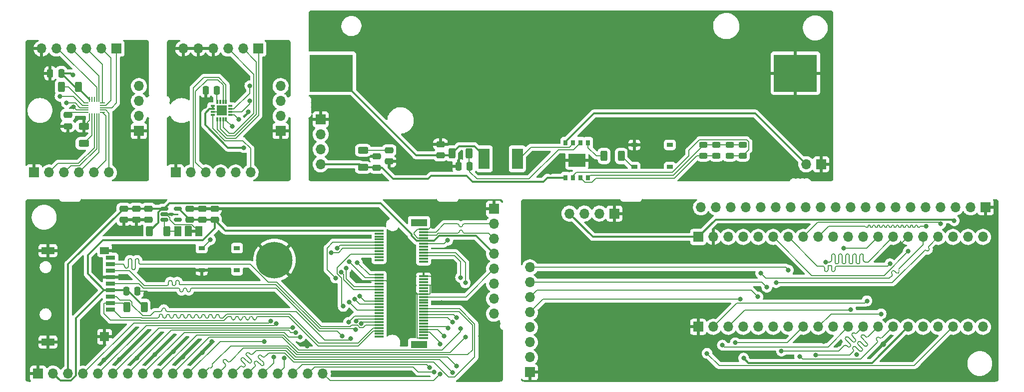
<source format=gbr>
%TF.GenerationSoftware,KiCad,Pcbnew,(6.0.5)*%
%TF.CreationDate,2022-08-13T10:27:20+02:00*%
%TF.ProjectId,clarinoid-devboard,636c6172-696e-46f6-9964-2d646576626f,rev?*%
%TF.SameCoordinates,Original*%
%TF.FileFunction,Copper,L1,Top*%
%TF.FilePolarity,Positive*%
%FSLAX46Y46*%
G04 Gerber Fmt 4.6, Leading zero omitted, Abs format (unit mm)*
G04 Created by KiCad (PCBNEW (6.0.5)) date 2022-08-13 10:27:20*
%MOMM*%
%LPD*%
G01*
G04 APERTURE LIST*
G04 Aperture macros list*
%AMRoundRect*
0 Rectangle with rounded corners*
0 $1 Rounding radius*
0 $2 $3 $4 $5 $6 $7 $8 $9 X,Y pos of 4 corners*
0 Add a 4 corners polygon primitive as box body*
4,1,4,$2,$3,$4,$5,$6,$7,$8,$9,$2,$3,0*
0 Add four circle primitives for the rounded corners*
1,1,$1+$1,$2,$3*
1,1,$1+$1,$4,$5*
1,1,$1+$1,$6,$7*
1,1,$1+$1,$8,$9*
0 Add four rect primitives between the rounded corners*
20,1,$1+$1,$2,$3,$4,$5,0*
20,1,$1+$1,$4,$5,$6,$7,0*
20,1,$1+$1,$6,$7,$8,$9,0*
20,1,$1+$1,$8,$9,$2,$3,0*%
%AMFreePoly0*
4,1,14,0.088284,0.450784,0.100000,0.422500,0.100000,-0.422500,0.088284,-0.450784,0.060000,-0.462500,0.036569,-0.462500,0.008285,-0.450784,-0.088284,-0.354215,-0.100000,-0.325931,-0.100000,0.422500,-0.088284,0.450784,-0.060000,0.462500,0.060000,0.462500,0.088284,0.450784,0.088284,0.450784,$1*%
%AMFreePoly1*
4,1,14,0.088284,0.450784,0.100000,0.422500,0.100000,-0.325931,0.088284,-0.354215,-0.008285,-0.450784,-0.036569,-0.462500,-0.060000,-0.462500,-0.088284,-0.450784,-0.100000,-0.422500,-0.100000,0.422500,-0.088284,0.450784,-0.060000,0.462500,0.060000,0.462500,0.088284,0.450784,0.088284,0.450784,$1*%
%AMFreePoly2*
4,1,14,0.450784,0.088284,0.462500,0.060000,0.462500,-0.060000,0.450784,-0.088284,0.422500,-0.100000,-0.422500,-0.100000,-0.450784,-0.088284,-0.462500,-0.060000,-0.462500,-0.036569,-0.450784,-0.008285,-0.354215,0.088284,-0.325931,0.100000,0.422500,0.100000,0.450784,0.088284,0.450784,0.088284,$1*%
%AMFreePoly3*
4,1,14,0.450784,0.088284,0.462500,0.060000,0.462500,-0.060000,0.450784,-0.088284,0.422500,-0.100000,-0.325931,-0.100000,-0.354215,-0.088284,-0.450784,0.008285,-0.462500,0.036569,-0.462500,0.060000,-0.450784,0.088284,-0.422500,0.100000,0.422500,0.100000,0.450784,0.088284,0.450784,0.088284,$1*%
%AMFreePoly4*
4,1,14,-0.008285,0.450784,0.088284,0.354215,0.100000,0.325931,0.100000,-0.422500,0.088284,-0.450784,0.060000,-0.462500,-0.060000,-0.462500,-0.088284,-0.450784,-0.100000,-0.422500,-0.100000,0.422500,-0.088284,0.450784,-0.060000,0.462500,-0.036569,0.462500,-0.008285,0.450784,-0.008285,0.450784,$1*%
%AMFreePoly5*
4,1,14,0.088284,0.450784,0.100000,0.422500,0.100000,-0.422500,0.088284,-0.450784,0.060000,-0.462500,-0.060000,-0.462500,-0.088284,-0.450784,-0.100000,-0.422500,-0.100000,0.325931,-0.088284,0.354215,0.008285,0.450784,0.036569,0.462500,0.060000,0.462500,0.088284,0.450784,0.088284,0.450784,$1*%
%AMFreePoly6*
4,1,14,0.450784,0.088284,0.462500,0.060000,0.462500,0.036569,0.450784,0.008285,0.354215,-0.088284,0.325931,-0.100000,-0.422500,-0.100000,-0.450784,-0.088284,-0.462500,-0.060000,-0.462500,0.060000,-0.450784,0.088284,-0.422500,0.100000,0.422500,0.100000,0.450784,0.088284,0.450784,0.088284,$1*%
%AMFreePoly7*
4,1,14,0.354215,0.088284,0.450784,-0.008285,0.462500,-0.036569,0.462500,-0.060000,0.450784,-0.088284,0.422500,-0.100000,-0.422500,-0.100000,-0.450784,-0.088284,-0.462500,-0.060000,-0.462500,0.060000,-0.450784,0.088284,-0.422500,0.100000,0.325931,0.100000,0.354215,0.088284,0.354215,0.088284,$1*%
G04 Aperture macros list end*
%TA.AperFunction,SMDPad,CuDef*%
%ADD10R,1.300000X1.700000*%
%TD*%
%TA.AperFunction,ComponentPad*%
%ADD11O,1.700000X1.700000*%
%TD*%
%TA.AperFunction,ComponentPad*%
%ADD12R,1.700000X1.700000*%
%TD*%
%TA.AperFunction,SMDPad,CuDef*%
%ADD13RoundRect,0.250000X-0.475000X0.250000X-0.475000X-0.250000X0.475000X-0.250000X0.475000X0.250000X0*%
%TD*%
%TA.AperFunction,SMDPad,CuDef*%
%ADD14RoundRect,0.250000X-0.312500X-0.625000X0.312500X-0.625000X0.312500X0.625000X-0.312500X0.625000X0*%
%TD*%
%TA.AperFunction,SMDPad,CuDef*%
%ADD15RoundRect,0.250000X0.475000X-0.250000X0.475000X0.250000X-0.475000X0.250000X-0.475000X-0.250000X0*%
%TD*%
%TA.AperFunction,SMDPad,CuDef*%
%ADD16RoundRect,0.250000X0.250000X0.475000X-0.250000X0.475000X-0.250000X-0.475000X0.250000X-0.475000X0*%
%TD*%
%TA.AperFunction,SMDPad,CuDef*%
%ADD17R,2.850000X2.250000*%
%TD*%
%TA.AperFunction,SMDPad,CuDef*%
%ADD18R,0.700000X0.950000*%
%TD*%
%TA.AperFunction,SMDPad,CuDef*%
%ADD19R,7.340000X6.350000*%
%TD*%
%TA.AperFunction,SMDPad,CuDef*%
%ADD20R,1.850000X3.500000*%
%TD*%
%TA.AperFunction,SMDPad,CuDef*%
%ADD21R,1.000000X0.750000*%
%TD*%
%TA.AperFunction,SMDPad,CuDef*%
%ADD22RoundRect,0.243750X-0.456250X0.243750X-0.456250X-0.243750X0.456250X-0.243750X0.456250X0.243750X0*%
%TD*%
%TA.AperFunction,ComponentPad*%
%ADD23C,6.200000*%
%TD*%
%TA.AperFunction,SMDPad,CuDef*%
%ADD24R,1.800000X1.800000*%
%TD*%
%TA.AperFunction,SMDPad,CuDef*%
%ADD25R,0.800000X0.300000*%
%TD*%
%TA.AperFunction,SMDPad,CuDef*%
%ADD26R,0.300000X0.800000*%
%TD*%
%TA.AperFunction,SMDPad,CuDef*%
%ADD27FreePoly0,0.000000*%
%TD*%
%TA.AperFunction,SMDPad,CuDef*%
%ADD28RoundRect,0.050000X-0.050000X-0.412500X0.050000X-0.412500X0.050000X0.412500X-0.050000X0.412500X0*%
%TD*%
%TA.AperFunction,SMDPad,CuDef*%
%ADD29FreePoly1,0.000000*%
%TD*%
%TA.AperFunction,SMDPad,CuDef*%
%ADD30FreePoly2,0.000000*%
%TD*%
%TA.AperFunction,SMDPad,CuDef*%
%ADD31RoundRect,0.050000X-0.412500X-0.050000X0.412500X-0.050000X0.412500X0.050000X-0.412500X0.050000X0*%
%TD*%
%TA.AperFunction,SMDPad,CuDef*%
%ADD32FreePoly3,0.000000*%
%TD*%
%TA.AperFunction,SMDPad,CuDef*%
%ADD33FreePoly4,0.000000*%
%TD*%
%TA.AperFunction,SMDPad,CuDef*%
%ADD34FreePoly5,0.000000*%
%TD*%
%TA.AperFunction,SMDPad,CuDef*%
%ADD35FreePoly6,0.000000*%
%TD*%
%TA.AperFunction,SMDPad,CuDef*%
%ADD36FreePoly7,0.000000*%
%TD*%
%TA.AperFunction,SMDPad,CuDef*%
%ADD37RoundRect,0.243750X0.456250X-0.243750X0.456250X0.243750X-0.456250X0.243750X-0.456250X-0.243750X0*%
%TD*%
%TA.AperFunction,SMDPad,CuDef*%
%ADD38R,1.500000X1.600000*%
%TD*%
%TA.AperFunction,SMDPad,CuDef*%
%ADD39R,2.200000X1.200000*%
%TD*%
%TA.AperFunction,SMDPad,CuDef*%
%ADD40R,1.500000X1.200000*%
%TD*%
%TA.AperFunction,SMDPad,CuDef*%
%ADD41R,1.600000X0.700000*%
%TD*%
%TA.AperFunction,SMDPad,CuDef*%
%ADD42RoundRect,0.250000X0.312500X0.625000X-0.312500X0.625000X-0.312500X-0.625000X0.312500X-0.625000X0*%
%TD*%
%TA.AperFunction,SMDPad,CuDef*%
%ADD43RoundRect,0.250000X-0.250000X-0.475000X0.250000X-0.475000X0.250000X0.475000X-0.250000X0.475000X0*%
%TD*%
%TA.AperFunction,SMDPad,CuDef*%
%ADD44RoundRect,0.250000X0.625000X-0.312500X0.625000X0.312500X-0.625000X0.312500X-0.625000X-0.312500X0*%
%TD*%
%TA.AperFunction,SMDPad,CuDef*%
%ADD45R,1.550000X0.300000*%
%TD*%
%TA.AperFunction,SMDPad,CuDef*%
%ADD46R,2.750000X1.200000*%
%TD*%
%TA.AperFunction,SMDPad,CuDef*%
%ADD47RoundRect,0.150000X-0.512500X-0.150000X0.512500X-0.150000X0.512500X0.150000X-0.512500X0.150000X0*%
%TD*%
%TA.AperFunction,ViaPad*%
%ADD48C,0.800000*%
%TD*%
%TA.AperFunction,Conductor*%
%ADD49C,0.300000*%
%TD*%
%TA.AperFunction,Conductor*%
%ADD50C,0.200000*%
%TD*%
G04 APERTURE END LIST*
D10*
%TO.P,D12,1,K*%
%TO.N,Net-(D12-Pad1)*%
X82196817Y-93300034D03*
%TO.P,D12,2,A*%
%TO.N,/processor_mm/gnd*%
X85696817Y-93300034D03*
%TD*%
D11*
%TO.P,J7,2,Pin_2*%
%TO.N,/power_battery/charger output +5v*%
X188679317Y-81920034D03*
D12*
%TO.P,J7,1,Pin_1*%
%TO.N,/power_battery/gnd*%
X191219317Y-81920034D03*
%TD*%
D13*
%TO.P,C1,1*%
%TO.N,/processor_mm/5v input*%
X73009317Y-89450034D03*
%TO.P,C1,2*%
%TO.N,/processor_mm/gnd*%
X73009317Y-91350034D03*
%TD*%
D14*
%TO.P,R10,2*%
%TO.N,Net-(R10-Pad2)*%
X157341817Y-80500034D03*
%TO.P,R10,1*%
%TO.N,Net-(IC2-Pad5)*%
X154416817Y-80500034D03*
%TD*%
D15*
%TO.P,C29,1*%
%TO.N,/processor_mm/+3.3v regulator output*%
X84209317Y-91350034D03*
%TO.P,C29,2*%
%TO.N,/processor_mm/gnd*%
X84209317Y-89450034D03*
%TD*%
D16*
%TO.P,C25,2*%
%TO.N,/captouch_mpr121/i2c_gnd*%
X60531817Y-66501034D03*
%TO.P,C25,1*%
%TO.N,/captouch_mpr121/i2c_3v3*%
X62431817Y-66501034D03*
%TD*%
%TO.P,C18,2*%
%TO.N,/power_battery/gnd*%
X129750317Y-82260034D03*
%TO.P,C18,1*%
%TO.N,Net-(C18-Pad1)*%
X131650317Y-82260034D03*
%TD*%
D11*
%TO.P,U2,20,37_CS*%
%TO.N,/processor_t4/Y3*%
X218639317Y-94234034D03*
%TO.P,U2,19,38_CS1_IN1*%
%TO.N,/processor_t4/Y4*%
X216099317Y-94234034D03*
%TO.P,U2,18,39_MISO1_OUT1A*%
%TO.N,/processor_t4/Y5*%
X213559317Y-94234034D03*
%TO.P,U2,17,40_A16*%
%TO.N,/processor_t4/OLED_RES*%
X211019317Y-94234034D03*
%TO.P,U2,16,41_A17*%
%TO.N,/processor_t4/OLED_DC*%
X208479317Y-94234034D03*
%TO.P,U2,15,GND*%
%TO.N,/processor_t4/gnd*%
X205939317Y-94234034D03*
%TO.P,U2,14,13_SCK_LED*%
%TO.N,/processor_t4/SPI0_SCK*%
X203399317Y-94234034D03*
%TO.P,U2,13,14_A0_TX3_SPDIF_OUT*%
%TO.N,/processor_t4/WS2812_DATA*%
X200859317Y-94234034D03*
%TO.P,U2,12,15_A1_RX3_SPDIF_IN*%
%TO.N,/processor_t4/SelectA*%
X198319317Y-94234034D03*
%TO.P,U2,11,16_A2_RX4_SCL1*%
%TO.N,/processor_t4/SelectB*%
X195779317Y-94234034D03*
%TO.P,U2,10,17_A3_TX4_SDA1*%
%TO.N,/processor_t4/SelectC*%
X193239317Y-94234034D03*
%TO.P,U2,9,18_A4_SDA*%
%TO.N,/processor_t4/I2C_SDA*%
X190699317Y-94234034D03*
%TO.P,U2,8,19_A5_SCL*%
%TO.N,/processor_t4/I2C_SCL*%
X188159317Y-94234034D03*
%TO.P,U2,7,20_A6_TX5_LRCLK1*%
%TO.N,/processor_t4/I2S_LRCK_MM*%
X185619317Y-94234034D03*
%TO.P,U2,6,21_A7_RX5_BCLK1*%
%TO.N,/processor_t4/I2S_BCK_MM*%
X183079317Y-94234034D03*
%TO.P,U2,5,22_A8_CTX1*%
%TO.N,/processor_t4/IC_Select*%
X180539317Y-94234034D03*
%TO.P,U2,4,23_A9_CRX1_MCLK1*%
%TO.N,/processor_t4/Y0*%
X177999317Y-94234034D03*
%TO.P,U2,3,3V3*%
%TO.N,/processor_t4/3v3*%
X175459317Y-94234034D03*
%TO.P,U2,2,GND*%
%TO.N,/processor_t4/gnd*%
X172919317Y-94234034D03*
D12*
%TO.P,U2,1,VIN*%
%TO.N,/processor_t4/5v input*%
X170379317Y-94234034D03*
%TD*%
D17*
%TO.P,IC2,9,PWR-GND*%
%TO.N,/power_battery/gnd*%
X149809317Y-81225034D03*
D18*
%TO.P,IC2,8,VOUT*%
%TO.N,/power_battery/charger output +5v*%
X147904317Y-78250034D03*
%TO.P,IC2,7,SW-inductor*%
%TO.N,Net-(IC2-Pad7)*%
X149174317Y-78250034D03*
%TO.P,IC2,6,BAT*%
%TO.N,Net-(C18-Pad1)*%
X150444317Y-78250034D03*
%TO.P,IC2,5,KEY*%
%TO.N,Net-(IC2-Pad5)*%
X151714317Y-78250034D03*
%TO.P,IC2,4,LED3*%
%TO.N,Net-(D1-Pad1)*%
X151714317Y-84200034D03*
%TO.P,IC2,3,LED2*%
%TO.N,Net-(D3-Pad2)*%
X150444317Y-84200034D03*
%TO.P,IC2,2,LED1*%
%TO.N,Net-(D1-Pad2)*%
X149174317Y-84200034D03*
%TO.P,IC2,1,VIN*%
%TO.N,/power_battery/5v input*%
X147904317Y-84200034D03*
%TD*%
D13*
%TO.P,C26,1*%
%TO.N,/processor_mm/5v input*%
X77209317Y-89450034D03*
%TO.P,C26,2*%
%TO.N,/processor_mm/gnd*%
X77209317Y-91350034D03*
%TD*%
D19*
%TO.P,BT1,2,-*%
%TO.N,/power_battery/gnd*%
X186864462Y-66465736D03*
%TO.P,BT1,1,+*%
%TO.N,/power_battery/battery + 5v*%
X108204462Y-66465736D03*
%TD*%
D11*
%TO.P,J48,4,Pin_4*%
%TO.N,/captouch_mpr121/i2c_clock*%
X75589317Y-68650034D03*
%TO.P,J48,3,Pin_3*%
%TO.N,/captouch_mpr121/i2c_data*%
X75589317Y-71190034D03*
%TO.P,J48,2,Pin_2*%
%TO.N,/captouch_mpr121/i2c_3v3*%
X75589317Y-73730034D03*
D12*
%TO.P,J48,1,Pin_1*%
%TO.N,/captouch_mpr121/i2c_gnd*%
X75589317Y-76270034D03*
%TD*%
D11*
%TO.P,J3,4,Pin_4*%
%TO.N,/processor_t4/5v input*%
X148559317Y-90260034D03*
%TO.P,J3,3,Pin_3*%
%TO.N,/processor_t4/usb data -*%
X151099317Y-90260034D03*
%TO.P,J3,2,Pin_2*%
%TO.N,/processor_t4/usb data +*%
X153639317Y-90260034D03*
D12*
%TO.P,J3,1,Pin_1*%
%TO.N,/processor_t4/gnd*%
X156179317Y-90260034D03*
%TD*%
D20*
%TO.P,L1,2,2*%
%TO.N,/power_battery/battery + 5v*%
X134115317Y-80985034D03*
%TO.P,L1,1,1*%
%TO.N,Net-(IC2-Pad7)*%
X139715317Y-80985034D03*
%TD*%
D14*
%TO.P,R4,2*%
%TO.N,/captouch_mpr121/i2c_3v3*%
X65344317Y-68801034D03*
%TO.P,R4,1*%
%TO.N,Net-(R4-Pad1)*%
X62419317Y-68801034D03*
%TD*%
D21*
%TO.P,SW6,1*%
%TO.N,Net-(SW6-Pad1)*%
X86209317Y-96125034D03*
%TO.P,SW6,2*%
%TO.N,/processor_mm/gnd*%
X86209317Y-99875034D03*
%TO.P,SW6,3*%
%TO.N,N/C*%
X92209317Y-96125034D03*
%TO.P,SW6,4*%
X92209317Y-99875034D03*
%TD*%
D22*
%TO.P,D1,2,A*%
%TO.N,Net-(D1-Pad2)*%
X177916150Y-80460034D03*
%TO.P,D1,1,K*%
%TO.N,Net-(D1-Pad1)*%
X177916150Y-78585034D03*
%TD*%
D13*
%TO.P,C15,2*%
%TO.N,/power_battery/gnd*%
X117979317Y-81450034D03*
%TO.P,C15,1*%
%TO.N,Net-(C15-Pad1)*%
X117979317Y-79550034D03*
%TD*%
D23*
%TO.P,H4,1,1*%
%TO.N,/processor_mm/gnd*%
X98556672Y-98155034D03*
%TD*%
D11*
%TO.P,J46,6,Pin_6*%
%TO.N,Net-(J46-Pad6)*%
X70509317Y-83300034D03*
%TO.P,J46,5,Pin_5*%
%TO.N,Net-(J46-Pad5)*%
X67969317Y-83300034D03*
%TO.P,J46,4,Pin_4*%
%TO.N,Net-(J46-Pad4)*%
X65429317Y-83300034D03*
%TO.P,J46,3,Pin_3*%
%TO.N,Net-(J46-Pad3)*%
X62889317Y-83300034D03*
%TO.P,J46,2,Pin_2*%
%TO.N,Net-(J46-Pad2)*%
X60349317Y-83300034D03*
D12*
%TO.P,J46,1,Pin_1*%
%TO.N,/captouch_mpr121/i2c_gnd*%
X57809317Y-83300034D03*
%TD*%
D11*
%TO.P,J47,6,Pin_6*%
%TO.N,/captouch_mpr121/i2c_gnd*%
X59079317Y-62300034D03*
%TO.P,J47,5,Pin_5*%
%TO.N,Net-(J47-Pad5)*%
X61619317Y-62300034D03*
%TO.P,J47,4,Pin_4*%
%TO.N,Net-(J47-Pad4)*%
X64159317Y-62300034D03*
%TO.P,J47,3,Pin_3*%
%TO.N,Net-(J47-Pad3)*%
X66699317Y-62300034D03*
%TO.P,J47,2,Pin_2*%
%TO.N,Net-(J47-Pad2)*%
X69239317Y-62300034D03*
D12*
%TO.P,J47,1,Pin_1*%
%TO.N,Net-(J47-Pad1)*%
X71779317Y-62300034D03*
%TD*%
D11*
%TO.P,J42,8,Pin_8*%
%TO.N,/processor_t4/GEN_LED4*%
X141849317Y-99395034D03*
%TO.P,J42,7,Pin_7*%
%TO.N,/processor_t4/GEN_LED3*%
X141849317Y-101935034D03*
%TO.P,J42,6,Pin_6*%
%TO.N,/processor_t4/GEN_LED2*%
X141849317Y-104475034D03*
%TO.P,J42,5,Pin_5*%
%TO.N,/processor_t4/GEN_LED1*%
X141849317Y-107015034D03*
%TO.P,J42,4,Pin_4*%
%TO.N,/processor_t4/5v input*%
X141849317Y-109555034D03*
%TO.P,J42,3,Pin_3*%
%TO.N,/processor_t4/usb data -*%
X141849317Y-112095034D03*
%TO.P,J42,2,Pin_2*%
%TO.N,/processor_t4/usb data +*%
X141849317Y-114635034D03*
D12*
%TO.P,J42,1,Pin_1*%
%TO.N,/processor_t4/gnd*%
X141849317Y-117175034D03*
%TD*%
D24*
%TO.P,IC3,17,EP*%
%TO.N,/captouch_capsense/i2c_gnd*%
X89589317Y-72800034D03*
D25*
%TO.P,IC3,16,~{HI}/BUZ*%
%TO.N,unconnected-(IC3-Pad16)*%
X91089317Y-72050034D03*
%TO.P,IC3,15,I2C_SCL*%
%TO.N,/captouch_capsense/i2c_clock*%
X91089317Y-72550034D03*
%TO.P,IC3,14,I2C_SDA*%
%TO.N,/captouch_capsense/i2c_data*%
X91089317Y-73050034D03*
%TO.P,IC3,13,CS3*%
%TO.N,Net-(IC3-Pad13)*%
X91089317Y-73550034D03*
D26*
%TO.P,IC3,12,CS2/GUARD*%
%TO.N,Net-(IC3-Pad12)*%
X90339317Y-74300034D03*
%TO.P,IC3,11,CS7/GPO3/SH*%
%TO.N,Net-(IC3-Pad11)*%
X89839317Y-74300034D03*
%TO.P,IC3,10,CS6/GPO2*%
%TO.N,Net-(IC3-Pad10)*%
X89339317Y-74300034D03*
%TO.P,IC3,9,CS5/GPO1*%
%TO.N,Net-(IC3-Pad9)*%
X88839317Y-74300034D03*
D25*
%TO.P,IC3,8,CS4/GPO0*%
%TO.N,Net-(IC3-Pad8)*%
X88089317Y-73550034D03*
%TO.P,IC3,7,VSS*%
%TO.N,/captouch_capsense/i2c_gnd*%
X88089317Y-73050034D03*
%TO.P,IC3,6,VDD*%
%TO.N,/captouch_capsense/i2c_3v3*%
X88089317Y-72550034D03*
%TO.P,IC3,5,VDDIO*%
X88089317Y-72050034D03*
D26*
%TO.P,IC3,4,VCC*%
%TO.N,Net-(C32-Pad1)*%
X88839317Y-71300034D03*
%TO.P,IC3,3,CMOD*%
%TO.N,unconnected-(IC3-Pad3)*%
X89339317Y-71300034D03*
%TO.P,IC3,2,CS1/PS1*%
%TO.N,Net-(IC3-Pad2)*%
X89839317Y-71300034D03*
%TO.P,IC3,1,CS0/PS0*%
%TO.N,Net-(IC3-Pad1)*%
X90339317Y-71300034D03*
%TD*%
D27*
%TO.P,U45,20,VDD*%
%TO.N,/captouch_mpr121/i2c_3v3*%
X67219317Y-70922534D03*
D28*
%TO.P,U45,19,LED7/ELE11*%
%TO.N,unconnected-(U45-Pad19)*%
X67619317Y-70922534D03*
%TO.P,U45,18,LED6/ELE10*%
%TO.N,unconnected-(U45-Pad18)*%
X68019317Y-70922534D03*
%TO.P,U45,17,LED5/ELE9*%
%TO.N,Net-(J47-Pad5)*%
X68419317Y-70922534D03*
D29*
%TO.P,U45,16,LED4/ELE8*%
%TO.N,Net-(J47-Pad4)*%
X68819317Y-70922534D03*
D30*
%TO.P,U45,15,LED3/ELE7*%
%TO.N,Net-(J47-Pad3)*%
X69406817Y-71510034D03*
D31*
%TO.P,U45,14,LED2/ELE6*%
%TO.N,Net-(J47-Pad2)*%
X69406817Y-71910034D03*
%TO.P,U45,13,LED1/ELE5*%
%TO.N,Net-(J47-Pad1)*%
X69406817Y-72310034D03*
%TO.P,U45,12,LED0/ELE4*%
%TO.N,Net-(J46-Pad6)*%
X69406817Y-72710034D03*
D32*
%TO.P,U45,11,ELE3*%
%TO.N,Net-(J46-Pad5)*%
X69406817Y-73110034D03*
D33*
%TO.P,U45,10,ELE2*%
%TO.N,Net-(J46-Pad4)*%
X68819317Y-73697534D03*
D28*
%TO.P,U45,9,ELE1*%
%TO.N,Net-(J46-Pad3)*%
X68419317Y-73697534D03*
%TO.P,U45,8,ELE0*%
%TO.N,Net-(J46-Pad2)*%
X68019317Y-73697534D03*
%TO.P,U45,7,REXT*%
%TO.N,Net-(R12-Pad1)*%
X67619317Y-73697534D03*
D34*
%TO.P,U45,6,VSS*%
%TO.N,/captouch_mpr121/i2c_gnd*%
X67219317Y-73697534D03*
D35*
%TO.P,U45,5,VREG*%
%TO.N,Net-(C24-Pad1)*%
X66631817Y-73110034D03*
D31*
%TO.P,U45,4,ADDR*%
%TO.N,/captouch_mpr121/i2c_gnd*%
X66631817Y-72710034D03*
%TO.P,U45,3,SDA*%
%TO.N,/captouch_mpr121/i2c_data*%
X66631817Y-72310034D03*
%TO.P,U45,2,SCL*%
%TO.N,/captouch_mpr121/i2c_clock*%
X66631817Y-71910034D03*
D36*
%TO.P,U45,1,~{IRQ}*%
%TO.N,Net-(R4-Pad1)*%
X66631817Y-71510034D03*
%TD*%
D11*
%TO.P,J50,6,Pin_6*%
%TO.N,Net-(IC3-Pad8)*%
X94509317Y-83300034D03*
%TO.P,J50,5,Pin_5*%
%TO.N,Net-(IC3-Pad13)*%
X91969317Y-83300034D03*
%TO.P,J50,4,Pin_4*%
%TO.N,Net-(IC3-Pad12)*%
X89429317Y-83300034D03*
%TO.P,J50,3,Pin_3*%
%TO.N,Net-(IC3-Pad2)*%
X86889317Y-83300034D03*
%TO.P,J50,2,Pin_2*%
%TO.N,Net-(IC3-Pad1)*%
X84349317Y-83300034D03*
D12*
%TO.P,J50,1,Pin_1*%
%TO.N,/captouch_capsense/i2c_gnd*%
X81809317Y-83300034D03*
%TD*%
D37*
%TO.P,D2,2,A*%
%TO.N,Net-(D1-Pad1)*%
X175700317Y-78585034D03*
%TO.P,D2,1,K*%
%TO.N,Net-(D1-Pad2)*%
X175700317Y-80460034D03*
%TD*%
D15*
%TO.P,C30,1*%
%TO.N,/processor_mm/+3.3v regulator output*%
X86309317Y-91350034D03*
%TO.P,C30,2*%
%TO.N,/processor_mm/gnd*%
X86309317Y-89450034D03*
%TD*%
D11*
%TO.P,U3,20,28_RX7*%
%TO.N,/processor_t4/Y7*%
X218639317Y-109474034D03*
%TO.P,U3,19,27_A13_SCK1*%
%TO.N,/processor_t4/EnableAll*%
X216099317Y-109474034D03*
%TO.P,U3,18,26_A12_MOSI1*%
%TO.N,/processor_t4/ENC_B*%
X213559317Y-109474034D03*
%TO.P,U3,17,25_A11_RX6_SDA2*%
%TO.N,/processor_t4/Y2*%
X211019317Y-109474034D03*
%TO.P,U3,16,24_A10_TX6_SCL2*%
%TO.N,/processor_t4/Y1*%
X208479317Y-109474034D03*
%TO.P,U3,15,3V3*%
%TO.N,/processor_t4/3v3*%
X205939317Y-109474034D03*
%TO.P,U3,14,12_MISO_MQSL*%
%TO.N,/processor_t4/SPI0_MISO*%
X203399317Y-109474034D03*
%TO.P,U3,13,11_MOSI_CTX1*%
%TO.N,/processor_t4/SPI0_MOSI*%
X200859317Y-109474034D03*
%TO.P,U3,12,10_CS_MQSR*%
%TO.N,/processor_t4/OLED_CS*%
X198319317Y-109474034D03*
%TO.P,U3,11,9_OUT1C*%
%TO.N,/processor_t4/ENC_A*%
X195779317Y-109474034D03*
%TO.P,U3,10,8_TX2_IN1*%
%TO.N,/processor_t4/Y6*%
X193239317Y-109474034D03*
%TO.P,U3,9,7_RX2_OUT1A*%
%TO.N,/processor_t4/I2S_DIN_MM*%
X190699317Y-109474034D03*
%TO.P,U3,8,6_OUT1D*%
%TO.N,/processor_t4/ENC_SWITCH*%
X188159317Y-109474034D03*
%TO.P,U3,7,5_IN2*%
%TO.N,/processor_t4/GEN_LED4*%
X185619317Y-109474034D03*
%TO.P,U3,6,4_BCLK2*%
%TO.N,/processor_t4/GEN_LED3*%
X183079317Y-109474034D03*
%TO.P,U3,5,3_LRCLK2*%
%TO.N,/processor_t4/GEN_LED2*%
X180539317Y-109474034D03*
%TO.P,U3,4,2_OUT2*%
%TO.N,/processor_t4/GEN_LED1*%
X177999317Y-109474034D03*
%TO.P,U3,3,1_TX1_CTX2_MISO1*%
%TO.N,/processor_t4/T01=MIDI OUT*%
X175459317Y-109474034D03*
%TO.P,U3,2,0_RX1_CRX2_CS1*%
%TO.N,/processor_t4/T00 MIDI IN*%
X172919317Y-109474034D03*
D12*
%TO.P,U3,1,GND*%
%TO.N,/processor_t4/gnd*%
X170379317Y-109474034D03*
%TD*%
D16*
%TO.P,C32,2*%
%TO.N,/captouch_capsense/i2c_gnd*%
X86889317Y-69370034D03*
%TO.P,C32,1*%
%TO.N,Net-(C32-Pad1)*%
X88789317Y-69370034D03*
%TD*%
D13*
%TO.P,C24,2*%
%TO.N,/captouch_mpr121/i2c_gnd*%
X63509317Y-75450034D03*
%TO.P,C24,1*%
%TO.N,Net-(C24-Pad1)*%
X63509317Y-73550034D03*
%TD*%
D12*
%TO.P,J40,1,Pin_1*%
%TO.N,/processor_mm/gnd*%
X135769317Y-89479332D03*
D11*
%TO.P,J40,2,Pin_2*%
%TO.N,/processor_mm/usb data +*%
X135769317Y-92019332D03*
%TO.P,J40,3,Pin_3*%
%TO.N,/processor_mm/usb data -*%
X135769317Y-94559332D03*
%TO.P,J40,4,Pin_4*%
%TO.N,/processor_mm/5v input*%
X135769317Y-97099332D03*
%TO.P,J40,5,Pin_5*%
%TO.N,/processor_mm/GEN_LED1*%
X135769317Y-99639332D03*
%TO.P,J40,6,Pin_6*%
%TO.N,/processor_mm/GEN_LED2*%
X135769317Y-102179332D03*
%TO.P,J40,7,Pin_7*%
%TO.N,/processor_mm/GEN_LED3*%
X135769317Y-104719332D03*
%TO.P,J40,8,Pin_8*%
%TO.N,/processor_mm/GEN_LED4*%
X135769317Y-107259332D03*
%TD*%
D13*
%TO.P,C2,1*%
%TO.N,/processor_mm/5v input*%
X75109317Y-89450034D03*
%TO.P,C2,2*%
%TO.N,/processor_mm/gnd*%
X75109317Y-91350034D03*
%TD*%
D37*
%TO.P,D4,2,A*%
%TO.N,Net-(D1-Pad1)*%
X171268651Y-78585034D03*
%TO.P,D4,1,K*%
%TO.N,Net-(D3-Pad2)*%
X171268651Y-80460034D03*
%TD*%
D38*
%TO.P,J38,MP4,SHIELD*%
%TO.N,/processor_mm/gnd*%
X69761566Y-111150034D03*
D39*
%TO.P,J38,MP3,SHIELD*%
X60161566Y-112050034D03*
%TO.P,J38,MP2,SHIELD*%
X60161566Y-96550034D03*
D40*
%TO.P,J38,MP1,SHIELD*%
X69761566Y-96550034D03*
D41*
%TO.P,J38,CD,Card_detect*%
%TO.N,unconnected-(J38-PadCD)*%
X70761566Y-97750034D03*
%TO.P,J38,8,DAT1_NC*%
%TO.N,/processor_mm/sdio_dat1*%
X70761566Y-98850034D03*
%TO.P,J38,7,MISO_DAT0*%
%TO.N,/processor_mm/SDIO_MISO*%
X70761566Y-99950034D03*
%TO.P,J38,6,VSS_gnd*%
%TO.N,/processor_mm/gnd*%
X70761566Y-101050034D03*
%TO.P,J38,5,CLK*%
%TO.N,/processor_mm/SDIO_CLOCK*%
X70761566Y-102150034D03*
%TO.P,J38,4,VDD_vin*%
%TO.N,/processor_mm/+3.3v regulator output*%
X70761566Y-103250034D03*
%TO.P,J38,3,MOSI_CMD*%
%TO.N,/processor_mm/SDIO_MOSI*%
X70761566Y-104350034D03*
%TO.P,J38,2,SS_CS_CD/DAT3^2*%
%TO.N,/processor_mm/SDIO_CS*%
X70761566Y-105450034D03*
%TO.P,J38,1,DAT2_-_NC*%
%TO.N,/processor_mm/SDIO_DAT2*%
X70761566Y-106550034D03*
%TD*%
D11*
%TO.P,J34,4,Pin_4*%
%TO.N,/power_battery/5v input*%
X106399317Y-81920034D03*
%TO.P,J34,3,Pin_3*%
%TO.N,unconnected-(J34-Pad3)*%
X106399317Y-79380034D03*
%TO.P,J34,2,Pin_2*%
%TO.N,unconnected-(J34-Pad2)*%
X106399317Y-76840034D03*
D12*
%TO.P,J34,1,Pin_1*%
%TO.N,/power_battery/gnd*%
X106399317Y-74300034D03*
%TD*%
D42*
%TO.P,R14,1*%
%TO.N,Net-(D12-Pad1)*%
X80309317Y-93300034D03*
%TO.P,R14,2*%
%TO.N,/processor_mm/5v input*%
X77384317Y-93300034D03*
%TD*%
D14*
%TO.P,R11,2*%
%TO.N,Net-(C18-Pad1)*%
X131562817Y-80060034D03*
%TO.P,R11,1*%
%TO.N,/power_battery/battery + 5v*%
X128637817Y-80060034D03*
%TD*%
%TO.P,R15,1*%
%TO.N,/processor_mm/SDIO_CS*%
X73546817Y-106100034D03*
%TO.P,R15,2*%
%TO.N,/processor_mm/+3.3v regulator output*%
X76471817Y-106100034D03*
%TD*%
D11*
%TO.P,J49,4,Pin_4*%
%TO.N,/captouch_capsense/i2c_clock*%
X99589317Y-68650034D03*
%TO.P,J49,3,Pin_3*%
%TO.N,/captouch_capsense/i2c_data*%
X99589317Y-71190034D03*
%TO.P,J49,2,Pin_2*%
%TO.N,/captouch_capsense/i2c_3v3*%
X99589317Y-73730034D03*
D12*
%TO.P,J49,1,Pin_1*%
%TO.N,/captouch_capsense/i2c_gnd*%
X99589317Y-76270034D03*
%TD*%
D22*
%TO.P,D3,2,A*%
%TO.N,Net-(D3-Pad2)*%
X173484484Y-80460034D03*
%TO.P,D3,1,K*%
%TO.N,Net-(D1-Pad1)*%
X173484484Y-78585034D03*
%TD*%
D43*
%TO.P,C28,1*%
%TO.N,/processor_mm/+3.3v regulator output*%
X73459317Y-103400034D03*
%TO.P,C28,2*%
%TO.N,/processor_mm/gnd*%
X75359317Y-103400034D03*
%TD*%
D15*
%TO.P,C31,1*%
%TO.N,/processor_mm/+3.3v regulator output*%
X88409317Y-91350034D03*
%TO.P,C31,2*%
%TO.N,/processor_mm/gnd*%
X88409317Y-89450034D03*
%TD*%
D44*
%TO.P,R9,2*%
%TO.N,Net-(C15-Pad1)*%
X113579317Y-79537534D03*
%TO.P,R9,1*%
%TO.N,/power_battery/5v input*%
X113579317Y-82462534D03*
%TD*%
D45*
%TO.P,U40,1,GND*%
%TO.N,/processor_mm/gnd*%
X123831672Y-92905034D03*
%TO.P,U40,2,3.3v*%
%TO.N,/processor_mm/+3.3v regulator output*%
X116281672Y-93155034D03*
%TO.P,U40,3,D+*%
%TO.N,/processor_mm/usb data +*%
X123831672Y-93405034D03*
%TO.P,U40,4,28_3.3vEN_GPIO*%
%TO.N,unconnected-(U40-Pad4)*%
X116281672Y-93655034D03*
%TO.P,U40,5,D-*%
%TO.N,/processor_mm/usb data -*%
X123831672Y-93905034D03*
%TO.P,U40,6,ON_OFF*%
%TO.N,unconnected-(U40-Pad6)*%
X116281672Y-94155034D03*
%TO.P,U40,7,GND*%
%TO.N,/processor_mm/gnd*%
X123831672Y-94405034D03*
%TO.P,U40,8,27_G11_A13*%
%TO.N,unconnected-(U40-Pad8)*%
X116281672Y-94655034D03*
%TO.P,U40,9,VUSB*%
%TO.N,/processor_mm/5v input*%
X123831672Y-94905034D03*
%TO.P,U40,10,4_D0*%
%TO.N,/processor_mm/GEN_LED3*%
X116281672Y-95155034D03*
%TO.P,U40,11,PROGRAM*%
%TO.N,Net-(SW6-Pad1)*%
X123831672Y-95405034D03*
%TO.P,U40,12,18_SDA_A4*%
%TO.N,/processor_mm/I2C_SDA*%
X116281672Y-95655034D03*
%TO.P,U40,13*%
%TO.N,N/C*%
X123831672Y-95905034D03*
%TO.P,U40,14,19_SCL_A5*%
%TO.N,/processor_mm/I2C_SCL*%
X116281672Y-96155034D03*
%TO.P,U40,15*%
%TO.N,N/C*%
X123831672Y-96405034D03*
%TO.P,U40,16,29_I2C_INT*%
%TO.N,unconnected-(U40-Pad16)*%
X116281672Y-96655034D03*
%TO.P,U40,17,1_TX1*%
%TO.N,/processor_mm/T01=MIDI OUT*%
X123831672Y-96905034D03*
%TO.P,U40,18,5_D1*%
%TO.N,/processor_mm/GEN_LED4*%
X116281672Y-97155034D03*
%TO.P,U40,19,0_RX1*%
%TO.N,/processor_mm/T00 MIDI IN*%
X123831672Y-97405034D03*
%TO.P,U40,20,16_RX2_A2*%
%TO.N,unconnected-(U40-Pad20)*%
X116281672Y-97655034D03*
%TO.P,U40,21*%
%TO.N,N/C*%
X123831672Y-97905034D03*
%TO.P,U40,22,17_TX2_A3*%
%TO.N,unconnected-(U40-Pad22)*%
X116281672Y-98155034D03*
%TO.P,U40,23*%
%TO.N,N/C*%
X123831672Y-98405034D03*
%TO.P,U40,32,3_PWM0*%
%TO.N,/processor_mm/GEN_LED2*%
X116281672Y-100655034D03*
%TO.P,U40,33,GND*%
%TO.N,/processor_mm/gnd*%
X123831672Y-100905034D03*
%TO.P,U40,34,14_A0*%
%TO.N,/processor_mm/WS2812_DATA*%
X116281672Y-101155034D03*
%TO.P,U40,35,D+*%
%TO.N,unconnected-(U40-Pad35)*%
X123831672Y-101405034D03*
%TO.P,U40,36,GND*%
%TO.N,/processor_mm/gnd*%
X116281672Y-101655034D03*
%TO.P,U40,37,D-*%
%TO.N,unconnected-(U40-Pad37)*%
X123831672Y-101905034D03*
%TO.P,U40,38,15_A1*%
%TO.N,unconnected-(U40-Pad38)*%
X116281672Y-102155034D03*
%TO.P,U40,39,GND*%
%TO.N,/processor_mm/gnd*%
X123831672Y-102405034D03*
%TO.P,U40,40,40_G0*%
%TO.N,/processor_mm/OLED_RES*%
X116281672Y-102655034D03*
%TO.P,U40,41,30_CAN_RX*%
%TO.N,unconnected-(U40-Pad41)*%
X123831672Y-102905034D03*
%TO.P,U40,42,41_G1*%
%TO.N,/processor_mm/OLED_DC*%
X116281672Y-103155034D03*
%TO.P,U40,43,31_CAN_TX*%
%TO.N,unconnected-(U40-Pad43)*%
X123831672Y-103405034D03*
%TO.P,U40,44,42_G2*%
%TO.N,unconnected-(U40-Pad44)*%
X116281672Y-103655034D03*
%TO.P,U40,45,GND*%
%TO.N,/processor_mm/gnd*%
X123831672Y-103905034D03*
%TO.P,U40,46,43_G3*%
%TO.N,unconnected-(U40-Pad46)*%
X116281672Y-104155034D03*
%TO.P,U40,47,2_PWM1*%
%TO.N,/processor_mm/GEN_LED1*%
X123831672Y-104405034D03*
%TO.P,U40,48,44_G4*%
%TO.N,unconnected-(U40-Pad48)*%
X116281672Y-104655034D03*
%TO.P,U40,49,22_BATT_VIN_A8*%
%TO.N,unconnected-(U40-Pad49)*%
X123831672Y-104905034D03*
%TO.P,U40,50,21_BCLK_A7*%
%TO.N,/processor_mm/I2S_BCK_MM*%
X116281672Y-105155034D03*
%TO.P,U40,51,25_SDA1_A11*%
%TO.N,unconnected-(U40-Pad51)*%
X123831672Y-105405034D03*
%TO.P,U40,52,20_LRCLK_A6*%
%TO.N,/processor_mm/I2S_LRCK_MM*%
X116281672Y-105655034D03*
%TO.P,U40,53,24_SCL1_A10*%
%TO.N,unconnected-(U40-Pad53)*%
X123831672Y-105905034D03*
%TO.P,U40,54,8_AUD_IN*%
%TO.N,unconnected-(U40-Pad54)*%
X116281672Y-106155034D03*
%TO.P,U40,55,10_SPI_CS*%
%TO.N,/processor_mm/OLED_CS*%
X123831672Y-106405034D03*
%TO.P,U40,56,7_AUD_OUT*%
%TO.N,/processor_mm/I2S_DIN_MM*%
X116281672Y-106655034D03*
%TO.P,U40,57,13_SPI_SCK*%
%TO.N,/processor_mm/SPI0_SCK*%
X123831672Y-106905034D03*
%TO.P,U40,58,23_MCLK_A9*%
%TO.N,unconnected-(U40-Pad58)*%
X116281672Y-107155034D03*
%TO.P,U40,59,11_SPI_SDO*%
%TO.N,/processor_mm/SPI0_MOSI*%
X123831672Y-107405034D03*
%TO.P,U40,60,36_SDIO_CLK*%
%TO.N,/processor_mm/SDIO_CLOCK*%
X116281672Y-107655034D03*
%TO.P,U40,61,12_SPI_SDI*%
%TO.N,/processor_mm/SPI0_MISO*%
X123831672Y-107905034D03*
%TO.P,U40,62,37_SDIO_CMD*%
%TO.N,/processor_mm/SDIO_MOSI*%
X116281672Y-108155034D03*
%TO.P,U40,63,33_G10_ADCD+*%
%TO.N,unconnected-(U40-Pad63)*%
X123831672Y-108405034D03*
%TO.P,U40,64,35_SDIO_DATA0*%
%TO.N,/processor_mm/SDIO_MISO*%
X116281672Y-108655034D03*
%TO.P,U40,65,32_G9_ADCD-*%
%TO.N,unconnected-(U40-Pad65)*%
X123831672Y-108905034D03*
%TO.P,U40,66,34_SDIO_DATA1*%
%TO.N,/processor_mm/sdio_dat1*%
X116281672Y-109155034D03*
%TO.P,U40,67,26_G8_A12*%
%TO.N,/processor_mm/ENC_B*%
X123831672Y-109405034D03*
%TO.P,U40,68,38_SDIO_DATA2*%
%TO.N,/processor_mm/SDIO_DAT2*%
X116281672Y-109655034D03*
%TO.P,U40,69,9_G7*%
%TO.N,/processor_mm/ENC_A*%
X123831672Y-109905034D03*
%TO.P,U40,70,39_SDIO_DATA3*%
%TO.N,/processor_mm/SDIO_CS*%
X116281672Y-110155034D03*
%TO.P,U40,71,6_G6*%
%TO.N,/processor_mm/ENC_SWITCH*%
X123831672Y-110405034D03*
%TO.P,U40,72,VBat*%
%TO.N,unconnected-(U40-Pad72)*%
X116281672Y-110655034D03*
%TO.P,U40,73,45_G5*%
%TO.N,unconnected-(U40-Pad73)*%
X123831672Y-110905034D03*
%TO.P,U40,74*%
%TO.N,N/C*%
X116281672Y-111155034D03*
%TO.P,U40,75,GND*%
%TO.N,/processor_mm/gnd*%
X123831672Y-111405034D03*
D46*
%TO.P,U40,MP1*%
%TO.N,N/C*%
X123056672Y-91805034D03*
%TO.P,U40,MP2*%
X123056672Y-112505034D03*
%TD*%
D44*
%TO.P,R12,2*%
%TO.N,/captouch_mpr121/i2c_gnd*%
X66219317Y-75447534D03*
%TO.P,R12,1*%
%TO.N,Net-(R12-Pad1)*%
X66219317Y-78372534D03*
%TD*%
D15*
%TO.P,C19,2*%
%TO.N,/power_battery/gnd*%
X126700317Y-78510034D03*
%TO.P,C19,1*%
%TO.N,/power_battery/battery + 5v*%
X126700317Y-80410034D03*
%TD*%
%TO.P,C16,2*%
%TO.N,/power_battery/gnd*%
X115879317Y-80600034D03*
%TO.P,C16,1*%
%TO.N,/power_battery/5v input*%
X115879317Y-82500034D03*
%TD*%
D12*
%TO.P,J39,1,Pin_1*%
%TO.N,/processor_mm/gnd*%
X58509317Y-117400034D03*
D11*
%TO.P,J39,2,Pin_2*%
%TO.N,/processor_mm/+3.3v regulator output*%
X61049317Y-117400034D03*
%TO.P,J39,3,Pin_3*%
%TO.N,/processor_mm/5v input*%
X63589317Y-117400034D03*
%TO.P,J39,4,Pin_4*%
%TO.N,/processor_mm/I2C_SCL*%
X66129317Y-117400034D03*
%TO.P,J39,5,Pin_5*%
%TO.N,/processor_mm/I2C_SDA*%
X68669317Y-117400034D03*
%TO.P,J39,6,Pin_6*%
%TO.N,/processor_mm/I2S_BCK_MM*%
X71209317Y-117400034D03*
%TO.P,J39,7,Pin_7*%
%TO.N,/processor_mm/I2S_LRCK_MM*%
X73749317Y-117400034D03*
%TO.P,J39,8,Pin_8*%
%TO.N,/processor_mm/I2S_DIN_MM*%
X76289317Y-117400034D03*
%TO.P,J39,9,Pin_9*%
%TO.N,/processor_mm/T00 MIDI IN*%
X78829317Y-117400034D03*
%TO.P,J39,10,Pin_10*%
%TO.N,/processor_mm/T01=MIDI OUT*%
X81369317Y-117400034D03*
%TO.P,J39,11,Pin_11*%
%TO.N,/processor_mm/WS2812_DATA*%
X83909317Y-117400034D03*
%TO.P,J39,12,Pin_12*%
%TO.N,/processor_mm/SPI0_SCK*%
X86449317Y-117400034D03*
%TO.P,J39,13,Pin_13*%
%TO.N,/processor_mm/SPI0_MOSI*%
X88989317Y-117400034D03*
%TO.P,J39,14,Pin_14*%
%TO.N,/processor_mm/SPI0_MISO*%
X91529317Y-117400034D03*
%TO.P,J39,15,Pin_15*%
%TO.N,/processor_mm/OLED_CS*%
X94069317Y-117400034D03*
%TO.P,J39,16,Pin_16*%
%TO.N,/processor_mm/OLED_RES*%
X96609317Y-117400034D03*
%TO.P,J39,17,Pin_17*%
%TO.N,/processor_mm/OLED_DC*%
X99149317Y-117400034D03*
%TO.P,J39,18,Pin_18*%
%TO.N,/processor_mm/ENC_SWITCH*%
X101689317Y-117400034D03*
%TO.P,J39,19,Pin_19*%
%TO.N,/processor_mm/ENC_A*%
X104229317Y-117400034D03*
%TO.P,J39,20,Pin_20*%
%TO.N,/processor_mm/ENC_B*%
X106769317Y-117400034D03*
%TD*%
%TO.P,J51,6,Pin_6*%
%TO.N,/captouch_capsense/i2c_gnd*%
X83079317Y-62300034D03*
%TO.P,J51,5,Pin_5*%
X85619317Y-62300034D03*
%TO.P,J51,4,Pin_4*%
X88159317Y-62300034D03*
%TO.P,J51,3,Pin_3*%
%TO.N,Net-(IC3-Pad11)*%
X90699317Y-62300034D03*
%TO.P,J51,2,Pin_2*%
%TO.N,Net-(IC3-Pad10)*%
X93239317Y-62300034D03*
D12*
%TO.P,J51,1,Pin_1*%
%TO.N,Net-(IC3-Pad9)*%
X95779317Y-62300034D03*
%TD*%
D21*
%TO.P,SW1,4*%
%TO.N,N/C*%
X165579317Y-82375034D03*
%TO.P,SW1,3*%
X165579317Y-78625034D03*
%TO.P,SW1,2*%
%TO.N,Net-(R10-Pad2)*%
X159579317Y-82375034D03*
%TO.P,SW1,1*%
%TO.N,/power_battery/gnd*%
X159579317Y-78625034D03*
%TD*%
D47*
%TO.P,U19,1,IN*%
%TO.N,/processor_mm/5v input*%
X79871817Y-89450034D03*
%TO.P,U19,2,GND*%
%TO.N,/processor_mm/gnd*%
X79871817Y-90400034D03*
%TO.P,U19,3,EN*%
%TO.N,Net-(D12-Pad1)*%
X79871817Y-91350034D03*
%TO.P,U19,4,NC*%
%TO.N,unconnected-(U19-Pad4)*%
X82146817Y-91350034D03*
%TO.P,U19,5,OUT*%
%TO.N,/processor_mm/+3.3v regulator output*%
X82146817Y-89450034D03*
%TD*%
D11*
%TO.P,J41,20,Pin_20*%
%TO.N,/processor_t4/ENC_B*%
X170849317Y-89200034D03*
%TO.P,J41,19,Pin_19*%
%TO.N,/processor_t4/ENC_A*%
X173389317Y-89200034D03*
%TO.P,J41,18,Pin_18*%
%TO.N,/processor_t4/ENC_SWITCH*%
X175929317Y-89200034D03*
%TO.P,J41,17,Pin_17*%
%TO.N,/processor_t4/OLED_DC*%
X178469317Y-89200034D03*
%TO.P,J41,16,Pin_16*%
%TO.N,/processor_t4/OLED_RES*%
X181009317Y-89200034D03*
%TO.P,J41,15,Pin_15*%
%TO.N,/processor_t4/OLED_CS*%
X183549317Y-89200034D03*
%TO.P,J41,14,Pin_14*%
%TO.N,/processor_t4/SPI0_MISO*%
X186089317Y-89200034D03*
%TO.P,J41,13,Pin_13*%
%TO.N,/processor_t4/SPI0_MOSI*%
X188629317Y-89200034D03*
%TO.P,J41,12,Pin_12*%
%TO.N,/processor_t4/SPI0_SCK*%
X191169317Y-89200034D03*
%TO.P,J41,11,Pin_11*%
%TO.N,/processor_t4/WS2812_DATA*%
X193709317Y-89200034D03*
%TO.P,J41,10,Pin_10*%
%TO.N,/processor_t4/T01=MIDI OUT*%
X196249317Y-89200034D03*
%TO.P,J41,9,Pin_9*%
%TO.N,/processor_t4/T00 MIDI IN*%
X198789317Y-89200034D03*
%TO.P,J41,8,Pin_8*%
%TO.N,/processor_t4/I2S_DIN_MM*%
X201329317Y-89200034D03*
%TO.P,J41,7,Pin_7*%
%TO.N,/processor_t4/I2S_LRCK_MM*%
X203869317Y-89200034D03*
%TO.P,J41,6,Pin_6*%
%TO.N,/processor_t4/I2S_BCK_MM*%
X206409317Y-89200034D03*
%TO.P,J41,5,Pin_5*%
%TO.N,/processor_t4/I2C_SDA*%
X208949317Y-89200034D03*
%TO.P,J41,4,Pin_4*%
%TO.N,/processor_t4/I2C_SCL*%
X211489317Y-89200034D03*
%TO.P,J41,3,Pin_3*%
%TO.N,/processor_t4/5v input*%
X214029317Y-89200034D03*
%TO.P,J41,2,Pin_2*%
%TO.N,/processor_t4/3v3*%
X216569317Y-89200034D03*
D12*
%TO.P,J41,1,Pin_1*%
%TO.N,/processor_t4/gnd*%
X219109317Y-89200034D03*
%TD*%
D48*
%TO.N,/processor_mm/gnd*%
X73709317Y-93200034D03*
X104109317Y-112700034D03*
X83309317Y-96800034D03*
X68309317Y-98700034D03*
X132609317Y-104900034D03*
X93809317Y-91300034D03*
X86309317Y-113800034D03*
X83809317Y-100200034D03*
X113509317Y-91900034D03*
X126809317Y-90800034D03*
X133509317Y-111000034D03*
X110109317Y-117300034D03*
X103509317Y-101000034D03*
X69109317Y-90100034D03*
X112409317Y-101300034D03*
X126909317Y-105400034D03*
X98309317Y-104900034D03*
X109209317Y-107600034D03*
X69609317Y-115100034D03*
X73809317Y-96600034D03*
X62209317Y-114700034D03*
X126609317Y-101700034D03*
X66809317Y-114400034D03*
X72309317Y-115000034D03*
X83009317Y-114600034D03*
X67709317Y-103100034D03*
X90409317Y-90000034D03*
X83909317Y-93300034D03*
X78309317Y-114200034D03*
X106109317Y-95600034D03*
X87909317Y-112000034D03*
X68509317Y-108200034D03*
X75209317Y-114800034D03*
X77409317Y-100500034D03*
X121409317Y-117400034D03*
X81409317Y-113700034D03*
X78009317Y-104500034D03*
%TO.N,/processor_t4/gnd*%
X160479317Y-91674034D03*
X183079317Y-97574034D03*
X203379317Y-96774034D03*
X197279317Y-114174034D03*
X166479317Y-97374034D03*
X191679317Y-111974034D03*
X165079317Y-110274034D03*
X211579317Y-97374034D03*
X214179317Y-112474034D03*
X171679317Y-117074034D03*
X207279317Y-100774034D03*
X218379317Y-97374034D03*
X175579317Y-97574034D03*
X178579317Y-100574034D03*
X163879317Y-100774034D03*
X180579317Y-97374034D03*
X205479317Y-106974034D03*
X188179317Y-103874034D03*
X219479317Y-106474034D03*
X193579317Y-103674034D03*
X159879317Y-96574034D03*
X152479317Y-100674034D03*
X151579317Y-107274034D03*
X151679317Y-115274034D03*
X144979317Y-93874034D03*
X201179317Y-98074034D03*
X215479317Y-97374034D03*
X166079317Y-90374034D03*
X149879317Y-100774034D03*
X201779317Y-112474034D03*
X178279317Y-97274034D03*
X211779317Y-106874034D03*
X194279317Y-112374034D03*
X149979317Y-94574034D03*
X204879317Y-113674034D03*
%TO.N,/processor_t4/5v input*%
X213779317Y-91474034D03*
%TO.N,/processor_mm/SDIO_MOSI*%
X111452849Y-111500534D03*
X112381057Y-108471775D03*
%TO.N,/processor_mm/SDIO_CLOCK*%
X111127034Y-108698546D03*
X110009317Y-111000034D03*
%TO.N,/processor_mm/SDIO_MISO*%
X113291260Y-108884734D03*
X112351050Y-109958301D03*
%TO.N,/processor_t4/OLED_RES*%
X183579317Y-101974034D03*
%TO.N,/processor_t4/OLED_DC*%
X180979317Y-100374034D03*
%TO.N,/processor_t4/SPI0_SCK*%
X191980090Y-98474534D03*
%TO.N,/processor_t4/WS2812_DATA*%
X195079317Y-96174034D03*
%TO.N,/processor_t4/I2C_SDA*%
X208979317Y-92423045D03*
%TO.N,/processor_t4/I2C_SCL*%
X211479317Y-92023534D03*
%TO.N,/processor_t4/I2S_LRCK_MM*%
X202884695Y-98779412D03*
%TO.N,/processor_t4/I2S_BCK_MM*%
X205979317Y-96674034D03*
%TO.N,/processor_t4/3v3*%
X178079317Y-114774034D03*
%TO.N,/processor_t4/ENC_B*%
X171879317Y-113974034D03*
%TO.N,/processor_t4/SPI0_MISO*%
X187579317Y-114474034D03*
%TO.N,/processor_t4/SPI0_MOSI*%
X190279317Y-114274034D03*
%TO.N,/processor_t4/OLED_CS*%
X184479317Y-113573035D03*
%TO.N,/processor_t4/ENC_A*%
X174479317Y-112574034D03*
%TO.N,/processor_t4/I2S_DIN_MM*%
X201379317Y-107274034D03*
%TO.N,/processor_t4/ENC_SWITCH*%
X176679317Y-112174034D03*
%TO.N,/processor_t4/GEN_LED4*%
X185679317Y-99874034D03*
%TO.N,/processor_t4/GEN_LED3*%
X182010235Y-102752358D03*
%TO.N,/processor_t4/GEN_LED2*%
X180479317Y-104374034D03*
%TO.N,/processor_t4/GEN_LED1*%
X177479317Y-104774034D03*
%TO.N,/processor_t4/T01=MIDI OUT*%
X196209297Y-106574534D03*
%TO.N,/processor_t4/T00 MIDI IN*%
X198979317Y-105074034D03*
%TO.N,/processor_mm/GEN_LED3*%
X108909317Y-101200034D03*
%TO.N,/processor_mm/I2C_SDA*%
X109209317Y-96100034D03*
X98834710Y-108931213D03*
%TO.N,/processor_mm/I2C_SCL*%
X97939252Y-108487186D03*
X108209317Y-96900034D03*
%TO.N,/processor_mm/T01=MIDI OUT*%
X130909317Y-111200034D03*
X130909317Y-102000034D03*
%TO.N,/processor_mm/GEN_LED4*%
X110209317Y-106000534D03*
%TO.N,/processor_mm/T00 MIDI IN*%
X130109317Y-109800034D03*
X130109317Y-101100034D03*
%TO.N,/processor_mm/GEN_LED2*%
X112609317Y-98600034D03*
%TO.N,/processor_mm/WS2812_DATA*%
X96809317Y-111945849D03*
X111209317Y-98400034D03*
%TO.N,/processor_mm/OLED_RES*%
X98409317Y-114600034D03*
X110709317Y-99500034D03*
%TO.N,/processor_mm/OLED_DC*%
X109900682Y-100212911D03*
X100209317Y-114800034D03*
%TO.N,/processor_mm/I2S_BCK_MM*%
X101609317Y-109600034D03*
X113009317Y-104299534D03*
%TO.N,/processor_mm/I2S_LRCK_MM*%
X102197853Y-110407889D03*
X112118064Y-104751942D03*
%TO.N,/processor_mm/I2S_DIN_MM*%
X111209317Y-105300034D03*
X102909317Y-111200034D03*
%TO.N,/processor_mm/SPI0_MOSI*%
X129409317Y-116100034D03*
X129409317Y-107900034D03*
%TO.N,/processor_mm/SPI0_MISO*%
X128709317Y-117200034D03*
X128709317Y-108691013D03*
%TO.N,/processor_mm/ENC_B*%
X128009317Y-109700034D03*
X126609317Y-117500034D03*
%TO.N,/processor_mm/ENC_A*%
X125609317Y-117100034D03*
X127309317Y-111000034D03*
%TO.N,/processor_mm/ENC_SWITCH*%
X126609317Y-112400034D03*
X124850950Y-116400534D03*
%TO.N,/power_battery/gnd*%
X155309317Y-76300034D03*
X108809317Y-78300034D03*
X139809317Y-75800034D03*
X126309317Y-82800034D03*
X127809317Y-76300034D03*
X145309317Y-83300034D03*
X170309317Y-83800034D03*
X190309317Y-77300034D03*
X178809317Y-75300034D03*
X119809317Y-83300034D03*
X185309317Y-81300034D03*
%TO.N,/captouch_mpr121/i2c_gnd*%
X72009317Y-80200034D03*
X64509317Y-80300034D03*
X64509317Y-72200034D03*
X60809317Y-78300034D03*
X74309317Y-81800034D03*
X72809317Y-70000034D03*
X64209317Y-77600034D03*
X71709317Y-73600034D03*
%TO.N,/captouch_mpr121/i2c_3v3*%
X64381817Y-66801034D03*
%TO.N,/captouch_capsense/i2c_gnd*%
X89509317Y-72800034D03*
X94109317Y-73000034D03*
X82809317Y-66800034D03*
X95209317Y-76200034D03*
X98809317Y-81800034D03*
X91079317Y-66574034D03*
X83309317Y-78300034D03*
X86709317Y-72100034D03*
X87309317Y-79800034D03*
X91009317Y-80700034D03*
%TO.N,/captouch_capsense/i2c_3v3*%
X93381817Y-79101034D03*
%TO.N,Net-(IC3-Pad12)*%
X91381178Y-75501672D03*
%TO.N,Net-(IC3-Pad13)*%
X92481817Y-74301034D03*
%TO.N,/captouch_capsense/i2c_data*%
X94381817Y-71201034D03*
%TO.N,/captouch_capsense/i2c_clock*%
X94381817Y-68601034D03*
%TO.N,/captouch_mpr121/i2c_data*%
X63309317Y-71500034D03*
%TO.N,/captouch_mpr121/i2c_clock*%
X62209317Y-70400034D03*
%TO.N,Net-(SW6-Pad1)*%
X87709317Y-94700034D03*
X127909317Y-94800034D03*
%TD*%
D49*
%TO.N,/power_battery/5v input*%
X116789304Y-82500034D02*
X115879317Y-82500034D01*
X118689783Y-84400513D02*
X116789304Y-82500034D01*
X118689783Y-84400513D02*
X124588825Y-84400513D01*
X131139304Y-83850034D02*
X132139304Y-84850034D01*
X125139304Y-83850034D02*
X131139304Y-83850034D01*
X124588825Y-84400513D02*
X125139304Y-83850034D01*
X144789304Y-84200034D02*
X147904317Y-84200034D01*
X132139304Y-84850034D02*
X144139304Y-84850034D01*
X144139304Y-84850034D02*
X144789304Y-84200034D01*
D50*
%TO.N,Net-(C24-Pad1)*%
X63949317Y-73110034D02*
X63509317Y-73550034D01*
X66631817Y-73110034D02*
X63949317Y-73110034D01*
%TO.N,Net-(C15-Pad1)*%
X113591817Y-79550034D02*
X117979317Y-79550034D01*
%TO.N,Net-(R10-Pad2)*%
X157341817Y-80500034D02*
X159216817Y-82375034D01*
%TO.N,Net-(D1-Pad2)*%
X149174317Y-83870041D02*
X149744324Y-83300034D01*
X170587372Y-77798014D02*
X178597429Y-77798014D01*
X165988657Y-83300034D02*
X168809317Y-80479374D01*
X178915670Y-79460514D02*
X177916150Y-80460034D01*
X168809317Y-80479374D02*
X168809317Y-79576069D01*
X149744324Y-83300034D02*
X165988657Y-83300034D01*
X177916150Y-80460034D02*
X175700317Y-80460034D01*
X168809317Y-79576069D02*
X170587372Y-77798014D01*
X178915670Y-78116255D02*
X178915670Y-79460514D01*
X178597429Y-77798014D02*
X178915670Y-78116255D01*
%TO.N,Net-(D3-Pad2)*%
X150444317Y-84200034D02*
X151218828Y-84974545D01*
X170149317Y-80460034D02*
X171268651Y-80460034D01*
X166309317Y-84300034D02*
X170149317Y-80460034D01*
X171268651Y-80460034D02*
X173484484Y-80460034D01*
X153038339Y-84300034D02*
X166309317Y-84300034D01*
X152363828Y-84974545D02*
X153038339Y-84300034D01*
X151218828Y-84974545D02*
X152363828Y-84974545D01*
%TO.N,Net-(D1-Pad1)*%
X173484484Y-78585034D02*
X175700317Y-78585034D01*
X175700317Y-78585034D02*
X177916150Y-78585034D01*
X151714317Y-84200034D02*
X152114317Y-83800034D01*
X173484484Y-78585034D02*
X171268651Y-78585034D01*
X152114317Y-83800034D02*
X166193332Y-83800034D01*
X166193332Y-83800034D02*
X171268651Y-78724715D01*
%TO.N,Net-(R4-Pad1)*%
X63629679Y-68801034D02*
X62419317Y-68801034D01*
X66338679Y-71510034D02*
X63629679Y-68801034D01*
%TO.N,Net-(R12-Pad1)*%
X67619317Y-76972534D02*
X67619317Y-73697534D01*
X66219317Y-78372534D02*
X67619317Y-76972534D01*
%TO.N,Net-(C18-Pad1)*%
X146655296Y-79424055D02*
X149270296Y-79424055D01*
X132879317Y-84400034D02*
X141679317Y-84400034D01*
X131562817Y-80060034D02*
X131562817Y-82172534D01*
X131650317Y-82260034D02*
X131650317Y-83171034D01*
X149270296Y-79424055D02*
X150444317Y-78250034D01*
X131650317Y-83171034D02*
X132879317Y-84400034D01*
X141679317Y-84400034D02*
X146655296Y-79424055D01*
%TO.N,Net-(IC2-Pad5)*%
X153116817Y-80500034D02*
X154416817Y-80500034D01*
X151714317Y-79097534D02*
X153116817Y-80500034D01*
X151714317Y-78250034D02*
X151714317Y-79097534D01*
%TO.N,Net-(IC2-Pad7)*%
X148524806Y-79024545D02*
X142030806Y-79024545D01*
X142030806Y-79024545D02*
X139715317Y-81340034D01*
X149174317Y-78375034D02*
X148524806Y-79024545D01*
D49*
%TO.N,/power_battery/5v input*%
X106399317Y-81920034D02*
X113036817Y-81920034D01*
X113579317Y-82462534D02*
X115841817Y-82462534D01*
X113036817Y-81920034D02*
X113579317Y-82462534D01*
%TO.N,/power_battery/charger output +5v*%
X180059317Y-73300034D02*
X152729317Y-73300034D01*
X188679317Y-81920034D02*
X180059317Y-73300034D01*
X152729317Y-73300034D02*
X147904317Y-78125034D01*
D50*
%TO.N,Net-(D12-Pad1)*%
X79871817Y-91350034D02*
X79871817Y-92862534D01*
X80309317Y-93300034D02*
X82196817Y-93300034D01*
D49*
%TO.N,/processor_mm/5v input*%
X78859797Y-90043127D02*
X79452890Y-89450034D01*
X123832161Y-94904545D02*
X124604806Y-94904545D01*
X63589317Y-117400034D02*
X63589317Y-98870034D01*
X77209317Y-89450034D02*
X79871817Y-89450034D01*
X63589317Y-98870034D02*
X73009317Y-89450034D01*
X121759797Y-93750514D02*
X121759797Y-93992899D01*
X116559816Y-88550533D02*
X121759797Y-93750514D01*
X79871817Y-89450034D02*
X80771318Y-88550533D01*
X75109317Y-89450034D02*
X77209317Y-89450034D01*
X125644850Y-94904545D02*
X126498862Y-94050533D01*
X124604806Y-94904545D02*
X125644850Y-94904545D01*
X121759797Y-93992899D02*
X122671443Y-94904545D01*
X77384317Y-93300034D02*
X78859797Y-91824554D01*
X122671443Y-94904545D02*
X124604806Y-94904545D01*
X126498862Y-94050533D02*
X132720518Y-94050533D01*
X73009317Y-89450034D02*
X75109317Y-89450034D01*
X78859797Y-91824554D02*
X78859797Y-90043127D01*
X80771318Y-88550533D02*
X116559816Y-88550533D01*
X132720518Y-94050533D02*
X135769317Y-97099332D01*
D50*
%TO.N,/processor_mm/gnd*%
X84209317Y-89450034D02*
X86309317Y-89450034D01*
X84547306Y-92150523D02*
X81649089Y-92150523D01*
X116281672Y-101655034D02*
X112764317Y-101655034D01*
X75109317Y-91350034D02*
X77209317Y-91350034D01*
X124855694Y-103905034D02*
X123831672Y-103905034D01*
X122807650Y-103905034D02*
X122757161Y-103955523D01*
X122807650Y-94405034D02*
X123831672Y-94405034D01*
X124906183Y-103854545D02*
X124855694Y-103905034D01*
X123831672Y-92905034D02*
X124704317Y-92905034D01*
X122209317Y-93806701D02*
X122807650Y-94405034D01*
X122757161Y-103955523D02*
X122757161Y-111354545D01*
X73009317Y-91350034D02*
X75109317Y-91350034D01*
X124855694Y-102405034D02*
X124906183Y-102455523D01*
X75359317Y-103400034D02*
X76909317Y-103400034D01*
X125814317Y-100905034D02*
X126609317Y-101700034D01*
X86309317Y-89450034D02*
X88409317Y-89450034D01*
X122807650Y-92905034D02*
X122209317Y-93503367D01*
X122209317Y-93503367D02*
X122209317Y-93806701D01*
X124906183Y-102455523D02*
X124906183Y-103854545D01*
X124704317Y-92905034D02*
X126809317Y-90800034D01*
X123831672Y-102405034D02*
X124855694Y-102405034D01*
X112764317Y-101655034D02*
X112409317Y-101300034D01*
X76909317Y-103400034D02*
X78009317Y-104500034D01*
X81649089Y-92150523D02*
X80833837Y-91335271D01*
X122807650Y-111405034D02*
X123831672Y-111405034D01*
X122757161Y-111354545D02*
X122807650Y-111405034D01*
X125904317Y-102405034D02*
X126609317Y-101700034D01*
X85696817Y-93300034D02*
X84547306Y-92150523D01*
X116281672Y-101655034D02*
X120557650Y-101655034D01*
X123831672Y-103905034D02*
X122807650Y-103905034D01*
X80833837Y-91013837D02*
X80220034Y-90400034D01*
X123831672Y-100905034D02*
X125814317Y-100905034D01*
X123831672Y-92905034D02*
X122807650Y-92905034D01*
X80833837Y-91335271D02*
X80833837Y-91013837D01*
X123831672Y-102405034D02*
X125904317Y-102405034D01*
X120557650Y-101655034D02*
X122807650Y-103905034D01*
D49*
%TO.N,/processor_mm/+3.3v regulator output*%
X64929806Y-117755911D02*
X64929806Y-107981794D01*
X90214317Y-93155034D02*
X88409317Y-91350034D01*
X88409317Y-91350034D02*
X88409317Y-92786556D01*
X64086172Y-118599545D02*
X64929806Y-117755911D01*
X82309317Y-89450034D02*
X84209317Y-91350034D01*
X88409317Y-92786556D02*
X86395839Y-94800034D01*
X70761566Y-103250034D02*
X73309317Y-103250034D01*
X66909317Y-97353261D02*
X66909317Y-100497785D01*
X69462544Y-94800034D02*
X66909317Y-97353261D01*
X61049317Y-117400034D02*
X62248828Y-118599545D01*
X86309317Y-91350034D02*
X88409317Y-91350034D01*
X64929806Y-107981794D02*
X69661566Y-103250034D01*
X69661566Y-103250034D02*
X70761566Y-103250034D01*
X73771817Y-103400034D02*
X76471817Y-106100034D01*
X86395839Y-94800034D02*
X69462544Y-94800034D01*
X66909317Y-100497785D02*
X69661566Y-103250034D01*
X84209317Y-91350034D02*
X86309317Y-91350034D01*
X62248828Y-118599545D02*
X64086172Y-118599545D01*
X116281672Y-93155034D02*
X90214317Y-93155034D01*
D50*
%TO.N,/processor_t4/gnd*%
X203379317Y-96774034D02*
X203399317Y-96774034D01*
X203399317Y-96774034D02*
X205939317Y-94234034D01*
D49*
%TO.N,/processor_t4/5v input*%
X152533317Y-94234034D02*
X148559317Y-90260034D01*
X170379317Y-94234034D02*
X173339317Y-91274034D01*
X170379317Y-94234034D02*
X152533317Y-94234034D01*
X213579317Y-91274034D02*
X213779317Y-91474034D01*
X173339317Y-91274034D02*
X213579317Y-91274034D01*
D50*
%TO.N,/processor_mm/SDIO_DAT2*%
X75992185Y-107900034D02*
X72561566Y-107900034D01*
X112712650Y-112200034D02*
X106063555Y-112200034D01*
X86808827Y-107699544D02*
X86808827Y-107661157D01*
X88008827Y-107699544D02*
X88008827Y-107661157D01*
X72561566Y-107900034D02*
X71211566Y-106550034D01*
X80808827Y-107699544D02*
X80808827Y-107661157D01*
X76091697Y-107999545D02*
X78708827Y-107999544D01*
X85608827Y-107699544D02*
X85608827Y-107661157D01*
X101163557Y-107300035D02*
X90459316Y-107300035D01*
X89759807Y-107999544D02*
X89508827Y-107999544D01*
X86208827Y-107661157D02*
X86208827Y-107699544D01*
X90459316Y-107300035D02*
X89759807Y-107999544D01*
X85008827Y-107661157D02*
X85008827Y-107699544D01*
X88608827Y-107661157D02*
X88608827Y-107699544D01*
X106063555Y-112200034D02*
X101163557Y-107300035D01*
X84408827Y-107699544D02*
X84408827Y-107661157D01*
X83808827Y-107661157D02*
X83808827Y-107699544D01*
X79008827Y-107611157D02*
X79008827Y-107699544D01*
X116281672Y-109655034D02*
X115257650Y-109655034D01*
X79608827Y-107699544D02*
X79608827Y-107611157D01*
X76091697Y-107999545D02*
X75992185Y-107900034D01*
X82008827Y-107699544D02*
X82008827Y-107661157D01*
X83208827Y-107699544D02*
X83208827Y-107661157D01*
X80208827Y-107661157D02*
X80208827Y-107699544D01*
X82608827Y-107661157D02*
X82608827Y-107699544D01*
X115257650Y-109655034D02*
X112712650Y-112200034D01*
X89208827Y-107699544D02*
X89208827Y-107661157D01*
X81408827Y-107661157D02*
X81408827Y-107699544D01*
X87408827Y-107661157D02*
X87408827Y-107699544D01*
X84408756Y-107699544D02*
G75*
G03*
X84708827Y-107999544I300044J44D01*
G01*
X85008757Y-107661157D02*
G75*
G02*
X85308827Y-107361157I300043J-43D01*
G01*
X80808756Y-107699544D02*
G75*
G03*
X81108827Y-107999544I300044J44D01*
G01*
X85908827Y-107999527D02*
G75*
G03*
X86208827Y-107699544I-27J300027D01*
G01*
X82008756Y-107699544D02*
G75*
G03*
X82308827Y-107999544I300044J44D01*
G01*
X80508827Y-107361173D02*
G75*
G02*
X80808827Y-107661157I-27J-300027D01*
G01*
X85608756Y-107699544D02*
G75*
G03*
X85908827Y-107999544I300044J44D01*
G01*
X78708827Y-107999527D02*
G75*
G03*
X79008827Y-107699544I-27J300027D01*
G01*
X81708827Y-107361173D02*
G75*
G02*
X82008827Y-107661157I-27J-300027D01*
G01*
X81108827Y-107999527D02*
G75*
G03*
X81408827Y-107699544I-27J300027D01*
G01*
X84108827Y-107361173D02*
G75*
G02*
X84408827Y-107661157I-27J-300027D01*
G01*
X88008756Y-107699544D02*
G75*
G03*
X88308827Y-107999544I300044J44D01*
G01*
X82608757Y-107661157D02*
G75*
G02*
X82908827Y-107361157I300043J-43D01*
G01*
X79308827Y-107311173D02*
G75*
G02*
X79608827Y-107611157I-27J-300027D01*
G01*
X81408757Y-107661157D02*
G75*
G02*
X81708827Y-107361157I300043J-43D01*
G01*
X86808756Y-107699544D02*
G75*
G03*
X87108827Y-107999544I300044J44D01*
G01*
X88608757Y-107661157D02*
G75*
G02*
X88908827Y-107361157I300043J-43D01*
G01*
X80208757Y-107661157D02*
G75*
G02*
X80508827Y-107361157I300043J-43D01*
G01*
X85308827Y-107361173D02*
G75*
G02*
X85608827Y-107661157I-27J-300027D01*
G01*
X86508827Y-107361173D02*
G75*
G02*
X86808827Y-107661157I-27J-300027D01*
G01*
X79908827Y-107999527D02*
G75*
G03*
X80208827Y-107699544I-27J300027D01*
G01*
X88908827Y-107361173D02*
G75*
G02*
X89208827Y-107661157I-27J-300027D01*
G01*
X82308827Y-107999527D02*
G75*
G03*
X82608827Y-107699544I-27J300027D01*
G01*
X79608756Y-107699544D02*
G75*
G03*
X79908827Y-107999544I300044J44D01*
G01*
X82908827Y-107361173D02*
G75*
G02*
X83208827Y-107661157I-27J-300027D01*
G01*
X86208757Y-107661157D02*
G75*
G02*
X86508827Y-107361157I300043J-43D01*
G01*
X83508827Y-107999527D02*
G75*
G03*
X83808827Y-107699544I-27J300027D01*
G01*
X83208756Y-107699544D02*
G75*
G03*
X83508827Y-107999544I300044J44D01*
G01*
X87708827Y-107361173D02*
G75*
G02*
X88008827Y-107661157I-27J-300027D01*
G01*
X87108827Y-107999527D02*
G75*
G03*
X87408827Y-107699544I-27J300027D01*
G01*
X89208756Y-107699544D02*
G75*
G03*
X89508827Y-107999544I300044J44D01*
G01*
X84708827Y-107999527D02*
G75*
G03*
X85008827Y-107699544I-27J300027D01*
G01*
X79008757Y-107611157D02*
G75*
G02*
X79308827Y-107311157I300043J-43D01*
G01*
X88308827Y-107999527D02*
G75*
G03*
X88608827Y-107699544I-27J300027D01*
G01*
X83808757Y-107661157D02*
G75*
G02*
X84108827Y-107361157I300043J-43D01*
G01*
X87408757Y-107661157D02*
G75*
G02*
X87708827Y-107361157I300043J-43D01*
G01*
%TO.N,/processor_mm/SDIO_CS*%
X95802017Y-107699546D02*
X95809805Y-107699546D01*
X105998562Y-112700034D02*
X112777644Y-112700034D01*
X92505911Y-107995652D02*
X92505911Y-107995653D01*
X94905911Y-107995652D02*
X94905911Y-107995653D01*
X70761566Y-105450034D02*
X69761566Y-105450034D01*
X92802017Y-108291759D02*
X92809805Y-108291759D01*
X95809805Y-107699546D02*
X100998074Y-107699546D01*
X70762544Y-108300034D02*
X75827192Y-108300034D01*
X75926215Y-108399056D02*
X89925289Y-108399056D01*
X93402017Y-107699546D02*
X93409805Y-107699546D01*
X91305911Y-107995652D02*
X91305911Y-107995653D01*
X94002017Y-108291759D02*
X94009805Y-108291759D01*
X115322644Y-110155034D02*
X116281672Y-110155034D01*
X100998074Y-107699546D02*
X105998562Y-112700034D01*
X70761566Y-105450034D02*
X72896817Y-105450034D01*
X69761566Y-105450034D02*
X69662055Y-105549545D01*
X90624799Y-107699546D02*
X91009805Y-107699546D01*
X72896817Y-105450034D02*
X73546817Y-106100034D01*
X75827192Y-108300034D02*
X75926215Y-108399056D01*
X95505911Y-107995653D02*
X95505911Y-107995652D01*
X94602017Y-107699546D02*
X94609805Y-107699546D01*
X69662055Y-107199545D02*
X70762544Y-108300034D01*
X94305911Y-107995653D02*
X94305911Y-107995652D01*
X95202017Y-108291759D02*
X95209805Y-108291759D01*
X92202017Y-107699546D02*
X92209805Y-107699546D01*
X93105911Y-107995653D02*
X93105911Y-107995652D01*
X91905911Y-107995653D02*
X91905911Y-107995652D01*
X93705911Y-107995652D02*
X93705911Y-107995653D01*
X89925289Y-108399056D02*
X90624799Y-107699546D01*
X91602017Y-108291759D02*
X91609805Y-108291759D01*
X69662055Y-105549545D02*
X69662055Y-107199545D01*
X112777644Y-112700034D02*
X115322644Y-110155034D01*
X94305859Y-107995653D02*
G75*
G02*
X94009805Y-108291759I-296059J-47D01*
G01*
X93105859Y-107995653D02*
G75*
G02*
X92809805Y-108291759I-296059J-47D01*
G01*
X91305954Y-107995652D02*
G75*
G03*
X91009805Y-107699546I-296154J-48D01*
G01*
X94602017Y-107699611D02*
G75*
G03*
X94305911Y-107995652I-17J-296089D01*
G01*
X93705954Y-107995652D02*
G75*
G03*
X93409805Y-107699546I-296154J-48D01*
G01*
X91905859Y-107995653D02*
G75*
G02*
X91609805Y-108291759I-296059J-47D01*
G01*
X94002017Y-108291789D02*
G75*
G02*
X93705911Y-107995653I-17J296089D01*
G01*
X95802017Y-107699611D02*
G75*
G03*
X95505911Y-107995652I-17J-296089D01*
G01*
X93402017Y-107699611D02*
G75*
G03*
X93105911Y-107995652I-17J-296089D01*
G01*
X92505954Y-107995652D02*
G75*
G03*
X92209805Y-107699546I-296154J-48D01*
G01*
X94905954Y-107995652D02*
G75*
G03*
X94609805Y-107699546I-296154J-48D01*
G01*
X92802017Y-108291789D02*
G75*
G02*
X92505911Y-107995653I-17J296089D01*
G01*
X92202017Y-107699611D02*
G75*
G03*
X91905911Y-107995652I-17J-296089D01*
G01*
X91602017Y-108291789D02*
G75*
G02*
X91305911Y-107995653I-17J296089D01*
G01*
X95202017Y-108291789D02*
G75*
G02*
X94905911Y-107995653I-17J296089D01*
G01*
X95505859Y-107995653D02*
G75*
G02*
X95209805Y-108291759I-296059J-47D01*
G01*
%TO.N,/processor_mm/SDIO_MOSI*%
X70761566Y-104350034D02*
X71761566Y-104350034D01*
X76257179Y-107600034D02*
X77509317Y-107600034D01*
X79508828Y-106600523D02*
X79508828Y-106571459D01*
X102274799Y-106900523D02*
X107108881Y-111734605D01*
X112697798Y-108155034D02*
X112381057Y-108471775D01*
X72337046Y-104925514D02*
X74086935Y-104925514D01*
X116281672Y-108155034D02*
X112697798Y-108155034D01*
X77509317Y-107600034D02*
X78208828Y-106900523D01*
X74408837Y-105247416D02*
X74408837Y-105751692D01*
X107108881Y-111734605D02*
X111218778Y-111734605D01*
X71761566Y-104350034D02*
X72337046Y-104925514D01*
X74408837Y-105751692D02*
X76257179Y-107600034D01*
X80108828Y-106571459D02*
X80108828Y-106600523D01*
X111218778Y-111734605D02*
X111452849Y-111500534D01*
X78208828Y-106900523D02*
X79208828Y-106900523D01*
X74086935Y-104925514D02*
X74408837Y-105247416D01*
X80408828Y-106900523D02*
X102274799Y-106900523D01*
X79808828Y-106271528D02*
G75*
G03*
X79508828Y-106571459I-28J-299972D01*
G01*
X80408828Y-106900472D02*
G75*
G02*
X80108828Y-106600523I-28J299972D01*
G01*
X79508823Y-106600523D02*
G75*
G02*
X79208828Y-106900523I-300023J23D01*
G01*
X80108841Y-106571459D02*
G75*
G03*
X79808828Y-106271459I-300041J-41D01*
G01*
%TO.N,/processor_mm/SDIO_CLOCK*%
X82509317Y-103200034D02*
X82509317Y-103268845D01*
X98839303Y-102900034D02*
X106140281Y-110201012D01*
X83709317Y-103200034D02*
X83709317Y-103268845D01*
X84309317Y-103268845D02*
X84309317Y-103200034D01*
X76361455Y-102900034D02*
X82209317Y-102900034D01*
X75611455Y-102150034D02*
X76361455Y-102900034D01*
X112170546Y-107655034D02*
X111127034Y-108698546D01*
X109210295Y-110201012D02*
X110009317Y-111000034D01*
X106140281Y-110201012D02*
X109210295Y-110201012D01*
X116281672Y-107655034D02*
X112170546Y-107655034D01*
X84609317Y-102900034D02*
X98839303Y-102900034D01*
X70761566Y-102150034D02*
X75611455Y-102150034D01*
X83109317Y-103268845D02*
X83109317Y-103200034D01*
X84009317Y-103568783D02*
G75*
G02*
X83709317Y-103268845I-17J299983D01*
G01*
X83709266Y-103200034D02*
G75*
G03*
X83409317Y-102900034I-299966J34D01*
G01*
X84309345Y-103268845D02*
G75*
G02*
X84009317Y-103568845I-300045J45D01*
G01*
X82509266Y-103200034D02*
G75*
G03*
X82209317Y-102900034I-299966J34D01*
G01*
X83109345Y-103268845D02*
G75*
G02*
X82809317Y-103568845I-300045J45D01*
G01*
X84609317Y-102900017D02*
G75*
G03*
X84309317Y-103200034I-17J-299983D01*
G01*
X82809317Y-103568783D02*
G75*
G02*
X82509317Y-103268845I-17J299983D01*
G01*
X83409317Y-102900017D02*
G75*
G03*
X83109317Y-103200034I-17J-299983D01*
G01*
%TO.N,/processor_mm/SDIO_MISO*%
X76526938Y-102500523D02*
X73976449Y-99950034D01*
X112351050Y-109958301D02*
X112194250Y-109801501D01*
X82408826Y-102200538D02*
X82408826Y-101886383D01*
X80308828Y-102500523D02*
X76526938Y-102500523D01*
X81508828Y-102500523D02*
X81508826Y-102500523D01*
X80608826Y-101886383D02*
X80608827Y-102200522D01*
X116281672Y-108655034D02*
X113520960Y-108655034D01*
X81208826Y-102200523D02*
X81208826Y-101886383D01*
X82508322Y-102300034D02*
X82408826Y-102200538D01*
X106305764Y-109801501D02*
X98804297Y-102300034D01*
X81808826Y-101886383D02*
X81808827Y-102200522D01*
X112194250Y-109801501D02*
X106305764Y-109801501D01*
X73976449Y-99950034D02*
X70761566Y-99950034D01*
X113520960Y-108655034D02*
X113291260Y-108884734D01*
X98804297Y-102300034D02*
X82508322Y-102300034D01*
X81508828Y-102500527D02*
G75*
G03*
X81808827Y-102200522I-28J300027D01*
G01*
X81808783Y-101886383D02*
G75*
G02*
X82108826Y-101586383I300017J-17D01*
G01*
X82108826Y-101586374D02*
G75*
G02*
X82408826Y-101886383I-26J-300026D01*
G01*
X80908826Y-101586374D02*
G75*
G02*
X81208826Y-101886383I-26J-300026D01*
G01*
X80308828Y-102500527D02*
G75*
G03*
X80608827Y-102200522I-28J300027D01*
G01*
X81208777Y-102200523D02*
G75*
G03*
X81508826Y-102500523I300023J23D01*
G01*
X80608783Y-101886383D02*
G75*
G02*
X80908826Y-101586383I300017J-17D01*
G01*
%TO.N,/processor_mm/sdio_dat1*%
X73759317Y-99197424D02*
X73759317Y-98202644D01*
X75589805Y-98687350D02*
X75645435Y-98763906D01*
X74389802Y-99634743D02*
X74445431Y-99711302D01*
X74329054Y-98065196D02*
X74358313Y-98155284D01*
X74059317Y-97902644D02*
X74106677Y-97903607D01*
X75812000Y-98848766D02*
X75859317Y-98850034D01*
X73158322Y-99102673D02*
X73159317Y-99150034D01*
X74959317Y-98202644D02*
X74960273Y-98155277D01*
X73728850Y-99334754D02*
X73758102Y-99244745D01*
X73159317Y-99150034D02*
X73159317Y-99197424D01*
X70761566Y-98850034D02*
X72905683Y-98850034D01*
X75211950Y-97903566D02*
X75259317Y-97902644D01*
X72905683Y-98850034D02*
X73158322Y-99102673D01*
X73758102Y-99244745D02*
X73759317Y-99197424D01*
X74928850Y-99634754D02*
X74958102Y-99544745D01*
X73160552Y-99244742D02*
X73189802Y-99334743D01*
X73459317Y-99497424D02*
X73506638Y-99496192D01*
X74706638Y-99796192D02*
X74796649Y-99766947D01*
X74659317Y-99797424D02*
X74706638Y-99796192D01*
X74106677Y-97903607D02*
X74196760Y-97932881D01*
X74445431Y-99711302D02*
X74521995Y-99766924D01*
X75259317Y-97902644D02*
X75306677Y-97903607D01*
X73411999Y-99496166D02*
X73459317Y-99497424D01*
X75721998Y-98819526D02*
X75812000Y-98848766D01*
X75559317Y-98550034D02*
X75560553Y-98597351D01*
X75045214Y-97988530D02*
X75121853Y-97932842D01*
X113001516Y-109584235D02*
X113581004Y-109584235D01*
X75558313Y-98155284D02*
X75559317Y-98202644D01*
X74196760Y-97932881D02*
X74273386Y-97988561D01*
X75396760Y-97932881D02*
X75473386Y-97988561D01*
X73673218Y-99411319D02*
X73728850Y-99334754D01*
X74873218Y-99711319D02*
X74928850Y-99634754D01*
X74796649Y-99766947D02*
X74873218Y-99711319D01*
X73789537Y-98065176D02*
X73845214Y-97988530D01*
X73760273Y-98155277D02*
X73789537Y-98065176D01*
X74273386Y-97988561D02*
X74329054Y-98065196D01*
X74359317Y-99497424D02*
X74360552Y-99544742D01*
X75559317Y-98202644D02*
X75559317Y-98550034D01*
X75473386Y-97988561D02*
X75529054Y-98065196D01*
X106467302Y-109398046D02*
X111416778Y-109398046D01*
X74358313Y-98155284D02*
X74359317Y-98202644D01*
X75529054Y-98065196D02*
X75558313Y-98155284D01*
X111615289Y-109199535D02*
X112616816Y-109199535D01*
X73596649Y-99466947D02*
X73673218Y-99411319D01*
X75560553Y-98597351D02*
X75589805Y-98687350D01*
X74611999Y-99796166D02*
X74659317Y-99797424D01*
X75859317Y-98850034D02*
X94419291Y-98850034D01*
X73506638Y-99496192D02*
X73596649Y-99466947D01*
X94419291Y-98850034D02*
X97469780Y-101900523D01*
X75306677Y-97903607D02*
X75396760Y-97932881D01*
X74521995Y-99766924D02*
X74611999Y-99796166D01*
X114010205Y-109155034D02*
X116281672Y-109155034D01*
X74359317Y-98202644D02*
X74359317Y-99497424D01*
X111416778Y-109398046D02*
X111615289Y-109199535D01*
X73845214Y-97988530D02*
X73921853Y-97932842D01*
X74011950Y-97903566D02*
X74059317Y-97902644D01*
X113581004Y-109584235D02*
X114010205Y-109155034D01*
X112616816Y-109199535D02*
X113001516Y-109584235D01*
X73189802Y-99334743D02*
X73245431Y-99411302D01*
X74960273Y-98155277D02*
X74989537Y-98065176D01*
X73245431Y-99411302D02*
X73321995Y-99466924D01*
X74959317Y-99497424D02*
X74959317Y-98202644D01*
X73921853Y-97932842D02*
X74011950Y-97903566D01*
X74989537Y-98065176D02*
X75045214Y-97988530D01*
X75645435Y-98763906D02*
X75721998Y-98819526D01*
X74360552Y-99544742D02*
X74389802Y-99634743D01*
X97469780Y-101900523D02*
X98969781Y-101900524D01*
X73159317Y-99197424D02*
X73160552Y-99244742D01*
X73759317Y-98202644D02*
X73760273Y-98155277D01*
X98969781Y-101900524D02*
X106467302Y-109398046D01*
X74958102Y-99544745D02*
X74959317Y-99497424D01*
X73321995Y-99466924D02*
X73411999Y-99496166D01*
X75121853Y-97932842D02*
X75211950Y-97903566D01*
%TO.N,/processor_t4/OLED_RES*%
X211019317Y-94234034D02*
X209479317Y-95774034D01*
X208630788Y-96622564D02*
X203279317Y-101974034D01*
X203279317Y-101974034D02*
X183579317Y-101974034D01*
X208706647Y-96546707D02*
X208630788Y-96622564D01*
X209479317Y-96122440D02*
X209479318Y-96122441D01*
X209479318Y-96470847D02*
X209403459Y-96546707D01*
X208706648Y-96546708D02*
G75*
G02*
X209055052Y-96546708I174202J-174203D01*
G01*
X209479273Y-96470802D02*
G75*
G03*
X209479317Y-96122442I-174173J174202D01*
G01*
X209055054Y-96546706D02*
G75*
G03*
X209403458Y-96546706I174202J174203D01*
G01*
X209479355Y-96122402D02*
G75*
G02*
X209479318Y-95774035I174145J174202D01*
G01*
%TO.N,/processor_t4/OLED_DC*%
X203818488Y-100199859D02*
X203830531Y-100187813D01*
X204401847Y-99910601D02*
X204401848Y-99910601D01*
X204271691Y-100334866D02*
X204401848Y-100204708D01*
X181840817Y-101235534D02*
X202782810Y-101235534D01*
X204401847Y-99616494D02*
X204401848Y-99616494D01*
X202782810Y-101235534D02*
X203211813Y-100806531D01*
X180979317Y-100374034D02*
X181840817Y-101235534D01*
X203830531Y-100187813D02*
X203977584Y-100334866D01*
X204271690Y-100334866D02*
X204271691Y-100334866D01*
X203211815Y-100076896D02*
X203211813Y-100076897D01*
X204401848Y-99616494D02*
X208479317Y-95539027D01*
X203211813Y-100441715D02*
X203211814Y-100441713D01*
X203636079Y-100017450D02*
X203818488Y-100199859D01*
X203211813Y-100076897D02*
X203271261Y-100017450D01*
X208479317Y-95539027D02*
X208479317Y-94234034D01*
X204271690Y-100334866D02*
G75*
G02*
X203977584Y-100334866I-147053J147054D01*
G01*
X203211811Y-100076892D02*
G75*
G03*
X203211815Y-100441712I182389J-182408D01*
G01*
X204401800Y-99616447D02*
G75*
G03*
X204401848Y-99910601I147100J-147053D01*
G01*
X204401801Y-99910647D02*
G75*
G02*
X204401847Y-100204707I-147001J-147053D01*
G01*
X203211836Y-100441692D02*
G75*
G02*
X203211813Y-100806531I-182436J-182408D01*
G01*
X203636079Y-100017450D02*
G75*
G03*
X203271261Y-100017450I-182409J-182413D01*
G01*
%TO.N,/processor_t4/SPI0_SCK*%
X194779817Y-98474534D02*
X194779817Y-98612881D01*
X193579817Y-97397840D02*
X193579817Y-98612881D01*
X195379817Y-98474534D02*
X195379817Y-97397840D01*
X194179817Y-98474534D02*
X194179817Y-97397840D01*
X195979817Y-97397840D02*
X195979817Y-98474534D01*
X192979817Y-98174534D02*
X192979817Y-97397840D01*
X197318164Y-98751228D02*
X197641470Y-98751228D01*
X194918164Y-98751228D02*
X195241470Y-98751228D01*
X196118164Y-98751228D02*
X196441470Y-98751228D01*
X197179817Y-98474534D02*
X197179817Y-98612881D01*
X198379817Y-97397840D02*
X198379817Y-98174534D01*
X197779817Y-98474534D02*
X197779817Y-97397840D01*
X196579817Y-98474534D02*
X196579817Y-97397840D01*
X199158817Y-98474534D02*
X203399317Y-94234034D01*
X194179817Y-98612881D02*
X194179817Y-98474534D01*
X198679817Y-98474534D02*
X199158817Y-98474534D01*
X196579817Y-98612881D02*
X196579817Y-98474534D01*
X195379817Y-98612881D02*
X195379817Y-98474534D01*
X197179817Y-97397840D02*
X197179817Y-98474534D01*
X191980090Y-98474534D02*
X192679817Y-98474534D01*
X194779817Y-97397840D02*
X194779817Y-98474534D01*
X193718164Y-98751228D02*
X194041470Y-98751228D01*
X197779817Y-98612881D02*
X197779817Y-98474534D01*
X195979817Y-98474534D02*
X195979817Y-98612881D01*
X198379760Y-97397840D02*
G75*
G03*
X198079817Y-97097840I-299960J40D01*
G01*
X193718164Y-98751283D02*
G75*
G02*
X193579817Y-98612881I36J138383D01*
G01*
X194179828Y-98612881D02*
G75*
G02*
X194041470Y-98751228I-138328J-19D01*
G01*
X198679817Y-98474483D02*
G75*
G02*
X198379817Y-98174534I-17J299983D01*
G01*
X198079817Y-97097817D02*
G75*
G03*
X197779817Y-97397840I-17J-299983D01*
G01*
X197318164Y-98751283D02*
G75*
G02*
X197179817Y-98612881I36J138383D01*
G01*
X194918164Y-98751283D02*
G75*
G02*
X194779817Y-98612881I36J138383D01*
G01*
X196579828Y-98612881D02*
G75*
G02*
X196441470Y-98751228I-138328J-19D01*
G01*
X195679817Y-97097817D02*
G75*
G03*
X195379817Y-97397840I-17J-299983D01*
G01*
X195379828Y-98612881D02*
G75*
G02*
X195241470Y-98751228I-138328J-19D01*
G01*
X197779828Y-98612881D02*
G75*
G02*
X197641470Y-98751228I-138328J-19D01*
G01*
X193279817Y-97097817D02*
G75*
G03*
X192979817Y-97397840I-17J-299983D01*
G01*
X194479817Y-97097817D02*
G75*
G03*
X194179817Y-97397840I-17J-299983D01*
G01*
X196118164Y-98751283D02*
G75*
G02*
X195979817Y-98612881I36J138383D01*
G01*
X197179760Y-97397840D02*
G75*
G03*
X196879817Y-97097840I-299960J40D01*
G01*
X193579760Y-97397840D02*
G75*
G03*
X193279817Y-97097840I-299960J40D01*
G01*
X194779760Y-97397840D02*
G75*
G03*
X194479817Y-97097840I-299960J40D01*
G01*
X196879817Y-97097817D02*
G75*
G03*
X196579817Y-97397840I-17J-299983D01*
G01*
X195979760Y-97397840D02*
G75*
G03*
X195679817Y-97097840I-299960J40D01*
G01*
X192979834Y-98174534D02*
G75*
G02*
X192679817Y-98474534I-300034J34D01*
G01*
%TO.N,/processor_t4/WS2812_DATA*%
X200859317Y-94234034D02*
X198919317Y-96174034D01*
X198919317Y-96174034D02*
X195079317Y-96174034D01*
%TO.N,/processor_t4/I2C_SDA*%
X204753328Y-92423045D02*
X204753328Y-92496241D01*
X203153328Y-92423045D02*
X203153328Y-92496241D01*
X207153328Y-92349849D02*
X207153328Y-92423045D01*
X203153328Y-92349849D02*
X203153328Y-92423045D01*
X207553328Y-92423045D02*
X207553328Y-92349849D01*
X204753328Y-92349849D02*
X204753328Y-92423045D01*
X199953328Y-92349849D02*
X199953328Y-92423045D01*
X202753328Y-92496241D02*
X202753328Y-92423045D01*
X206353328Y-92349849D02*
X206353328Y-92423045D01*
X205953328Y-92423045D02*
X205953328Y-92349849D01*
X207555132Y-92496241D02*
X207555132Y-92423045D01*
X203880132Y-92569437D02*
X203626524Y-92569437D01*
X199880132Y-92569437D02*
X199626524Y-92569437D01*
X205153328Y-92496241D02*
X205153328Y-92423045D01*
X199953328Y-92423045D02*
X199953328Y-92496241D01*
X203553328Y-92423045D02*
X203553328Y-92349849D01*
X205553328Y-92349849D02*
X205553328Y-92423045D01*
X203480132Y-92276653D02*
X203226524Y-92276653D01*
X200680132Y-92569437D02*
X200426524Y-92569437D01*
X206680132Y-92276653D02*
X206426524Y-92276653D01*
X198680132Y-92423045D02*
X192510306Y-92423045D01*
X200353328Y-92496241D02*
X200353328Y-92423045D01*
X205153328Y-92423045D02*
X205153328Y-92349849D01*
X204353328Y-92423045D02*
X204353328Y-92349849D01*
X203080132Y-92569437D02*
X202826524Y-92569437D01*
X201153328Y-92496241D02*
X201153328Y-92423045D01*
X201153328Y-92423045D02*
X201153328Y-92349849D01*
X208979317Y-92423045D02*
X208028328Y-92423045D01*
X201480132Y-92569437D02*
X201226524Y-92569437D01*
X207153328Y-92423045D02*
X207153328Y-92496241D01*
X199080132Y-92569437D02*
X198826524Y-92569437D01*
X204280132Y-92276653D02*
X204026524Y-92276653D01*
X206753328Y-92423045D02*
X206753328Y-92349849D01*
X205080132Y-92276653D02*
X204826524Y-92276653D01*
X200753328Y-92423045D02*
X200753328Y-92496241D01*
X201880132Y-92276653D02*
X201626524Y-92276653D01*
X203553328Y-92496241D02*
X203553328Y-92423045D01*
X200753328Y-92349849D02*
X200753328Y-92423045D01*
X201953328Y-92423045D02*
X201953328Y-92349849D01*
X205553328Y-92423045D02*
X205553328Y-92496241D01*
X199153328Y-92349849D02*
X199153328Y-92423045D01*
X205880132Y-92276653D02*
X205626524Y-92276653D01*
X201080132Y-92276653D02*
X200826524Y-92276653D01*
X199480132Y-92276653D02*
X199226524Y-92276653D01*
X203953328Y-92423045D02*
X203953328Y-92496241D01*
X202680132Y-92276653D02*
X202426524Y-92276653D01*
X192510306Y-92423045D02*
X190699317Y-94234034D01*
X202353328Y-92423045D02*
X202353328Y-92496241D01*
X202280132Y-92569437D02*
X202026524Y-92569437D01*
X202353328Y-92349849D02*
X202353328Y-92423045D01*
X207881936Y-92569437D02*
X207628328Y-92569437D01*
X201953328Y-92496241D02*
X201953328Y-92423045D01*
X203953328Y-92349849D02*
X203953328Y-92423045D01*
X206353328Y-92423045D02*
X206353328Y-92496241D01*
X201553328Y-92423045D02*
X201553328Y-92496241D01*
X199553328Y-92423045D02*
X199553328Y-92349849D01*
X199153328Y-92423045D02*
X199153328Y-92496241D01*
X200280132Y-92276653D02*
X200026524Y-92276653D01*
X201553328Y-92349849D02*
X201553328Y-92423045D01*
X206753328Y-92496241D02*
X206753328Y-92423045D01*
X207080132Y-92569437D02*
X206826524Y-92569437D01*
X206280132Y-92569437D02*
X206026524Y-92569437D01*
X207555132Y-92423045D02*
X207553328Y-92423045D01*
X204680132Y-92569437D02*
X204426524Y-92569437D01*
X200353328Y-92423045D02*
X200353328Y-92349849D01*
X205480132Y-92569437D02*
X205226524Y-92569437D01*
X205953328Y-92496241D02*
X205953328Y-92423045D01*
X199553328Y-92496241D02*
X199553328Y-92423045D01*
X202753328Y-92423045D02*
X202753328Y-92349849D01*
X207480132Y-92276653D02*
X207226524Y-92276653D01*
X204353328Y-92496241D02*
X204353328Y-92423045D01*
X205553253Y-92349849D02*
G75*
G02*
X205626524Y-92276653I73247J-51D01*
G01*
X207080132Y-92569428D02*
G75*
G03*
X207153328Y-92496241I-32J73228D01*
G01*
X207881936Y-92569432D02*
G75*
G03*
X207955132Y-92496241I-36J73232D01*
G01*
X205953263Y-92496241D02*
G75*
G03*
X206026524Y-92569437I73237J41D01*
G01*
X205480132Y-92569428D02*
G75*
G03*
X205553328Y-92496241I-32J73228D01*
G01*
X201553253Y-92349849D02*
G75*
G02*
X201626524Y-92276653I73247J-51D01*
G01*
X200680132Y-92569428D02*
G75*
G03*
X200753328Y-92496241I-32J73228D01*
G01*
X198680132Y-92422972D02*
G75*
G02*
X198753328Y-92496241I-32J-73228D01*
G01*
X206353253Y-92349849D02*
G75*
G02*
X206426524Y-92276653I73247J-51D01*
G01*
X200753253Y-92349849D02*
G75*
G02*
X200826524Y-92276653I73247J-51D01*
G01*
X202280132Y-92569428D02*
G75*
G03*
X202353328Y-92496241I-32J73228D01*
G01*
X205080132Y-92276672D02*
G75*
G02*
X205153328Y-92349849I-32J-73228D01*
G01*
X204353263Y-92496241D02*
G75*
G03*
X204426524Y-92569437I73237J41D01*
G01*
X207555063Y-92496241D02*
G75*
G03*
X207628328Y-92569437I73237J41D01*
G01*
X204680132Y-92569428D02*
G75*
G03*
X204753328Y-92496241I-32J73228D01*
G01*
X200280132Y-92276672D02*
G75*
G02*
X200353328Y-92349849I-32J-73228D01*
G01*
X199880132Y-92569428D02*
G75*
G03*
X199953328Y-92496241I-32J73228D01*
G01*
X203153253Y-92349849D02*
G75*
G02*
X203226524Y-92276653I73247J-51D01*
G01*
X204280132Y-92276672D02*
G75*
G02*
X204353328Y-92349849I-32J-73228D01*
G01*
X202680132Y-92276672D02*
G75*
G02*
X202753328Y-92349849I-32J-73228D01*
G01*
X202753263Y-92496241D02*
G75*
G03*
X202826524Y-92569437I73237J41D01*
G01*
X207480132Y-92276672D02*
G75*
G02*
X207553328Y-92349849I-32J-73228D01*
G01*
X207955145Y-92496241D02*
G75*
G02*
X208028328Y-92423045I73155J41D01*
G01*
X198753263Y-92496241D02*
G75*
G03*
X198826524Y-92569437I73237J41D01*
G01*
X201080132Y-92276672D02*
G75*
G02*
X201153328Y-92349849I-32J-73228D01*
G01*
X206680132Y-92276672D02*
G75*
G02*
X206753328Y-92349849I-32J-73228D01*
G01*
X204753253Y-92349849D02*
G75*
G02*
X204826524Y-92276653I73247J-51D01*
G01*
X203080132Y-92569428D02*
G75*
G03*
X203153328Y-92496241I-32J73228D01*
G01*
X205880132Y-92276672D02*
G75*
G02*
X205953328Y-92349849I-32J-73228D01*
G01*
X199153253Y-92349849D02*
G75*
G02*
X199226524Y-92276653I73247J-51D01*
G01*
X207153253Y-92349849D02*
G75*
G02*
X207226524Y-92276653I73247J-51D01*
G01*
X203480132Y-92276672D02*
G75*
G02*
X203553328Y-92349849I-32J-73228D01*
G01*
X205153263Y-92496241D02*
G75*
G03*
X205226524Y-92569437I73237J41D01*
G01*
X206753263Y-92496241D02*
G75*
G03*
X206826524Y-92569437I73237J41D01*
G01*
X201880132Y-92276672D02*
G75*
G02*
X201953328Y-92349849I-32J-73228D01*
G01*
X200353263Y-92496241D02*
G75*
G03*
X200426524Y-92569437I73237J41D01*
G01*
X206280132Y-92569428D02*
G75*
G03*
X206353328Y-92496241I-32J73228D01*
G01*
X199080132Y-92569428D02*
G75*
G03*
X199153328Y-92496241I-32J73228D01*
G01*
X202353253Y-92349849D02*
G75*
G02*
X202426524Y-92276653I73247J-51D01*
G01*
X203880132Y-92569428D02*
G75*
G03*
X203953328Y-92496241I-32J73228D01*
G01*
X201953263Y-92496241D02*
G75*
G03*
X202026524Y-92569437I73237J41D01*
G01*
X203953253Y-92349849D02*
G75*
G02*
X204026524Y-92276653I73247J-51D01*
G01*
X199480132Y-92276672D02*
G75*
G02*
X199553328Y-92349849I-32J-73228D01*
G01*
X201480132Y-92569428D02*
G75*
G03*
X201553328Y-92496241I-32J73228D01*
G01*
X199953253Y-92349849D02*
G75*
G02*
X200026524Y-92276653I73247J-51D01*
G01*
X201153263Y-92496241D02*
G75*
G03*
X201226524Y-92569437I73237J41D01*
G01*
X203553263Y-92496241D02*
G75*
G03*
X203626524Y-92569437I73237J41D01*
G01*
X199553263Y-92496241D02*
G75*
G03*
X199626524Y-92569437I73237J41D01*
G01*
%TO.N,/processor_t4/I2C_SCL*%
X211179328Y-91723545D02*
X211479317Y-92023534D01*
X188159317Y-94234034D02*
X190669806Y-91723545D01*
X190669806Y-91723545D02*
X211179328Y-91723545D01*
%TO.N,/processor_t4/I2S_LRCK_MM*%
X192379317Y-99807028D02*
X192379317Y-99124034D01*
X193879317Y-99174034D02*
X202490073Y-99174034D01*
X192979317Y-99174034D02*
X192979317Y-99807028D01*
X193579317Y-99807028D02*
X193579317Y-99474034D01*
X185619317Y-94234034D02*
X190559317Y-99174034D01*
X190559317Y-99174034D02*
X191479317Y-99174034D01*
X192979317Y-99124034D02*
X192979317Y-99174034D01*
X192429317Y-99074034D02*
X192929317Y-99074034D01*
X191779317Y-99474034D02*
X191779317Y-99807028D01*
X202490073Y-99174034D02*
X202884695Y-98779412D01*
X192429317Y-99074017D02*
G75*
G03*
X192379317Y-99124034I-17J-49983D01*
G01*
X193879317Y-99174017D02*
G75*
G03*
X193579317Y-99474034I-17J-299983D01*
G01*
X192979266Y-99124034D02*
G75*
G03*
X192929317Y-99074034I-49966J34D01*
G01*
X193579328Y-99807028D02*
G75*
G02*
X193279317Y-100107028I-300028J28D01*
G01*
X191779266Y-99474034D02*
G75*
G03*
X191479317Y-99174034I-299966J34D01*
G01*
X193279317Y-100106983D02*
G75*
G02*
X192979317Y-99807028I-17J299983D01*
G01*
X192079317Y-100106983D02*
G75*
G02*
X191779317Y-99807028I-17J299983D01*
G01*
X192379328Y-99807028D02*
G75*
G02*
X192079317Y-100107028I-300028J28D01*
G01*
%TO.N,/processor_t4/I2S_BCK_MM*%
X205979317Y-96674034D02*
X201879317Y-100774034D01*
X201879317Y-100774034D02*
X189619317Y-100774034D01*
X189619317Y-100774034D02*
X183079317Y-94234034D01*
D49*
%TO.N,/processor_t4/3v3*%
X199839317Y-115574034D02*
X205939317Y-109474034D01*
X178079317Y-114774034D02*
X178879317Y-115574034D01*
X178879317Y-115574034D02*
X199839317Y-115574034D01*
D50*
%TO.N,/processor_t4/ENC_B*%
X173928827Y-116023544D02*
X207009807Y-116023544D01*
X207009807Y-116023544D02*
X213559317Y-109474034D01*
X171879317Y-113974034D02*
X173928827Y-116023544D01*
%TO.N,/processor_t4/SPI0_MISO*%
X200664593Y-111732103D02*
X200690787Y-111758297D01*
X203399317Y-109474034D02*
X201539317Y-111334034D01*
X200690787Y-112182561D02*
X200690788Y-112182562D01*
X197899816Y-114973535D02*
X188078818Y-114973535D01*
X201115052Y-111334034D02*
X201088857Y-111307839D01*
X188078818Y-114973535D02*
X187579317Y-114474034D01*
X201115051Y-111334034D02*
X201115052Y-111334034D01*
X200690788Y-112182562D02*
X197899816Y-114973535D01*
X200690758Y-112182532D02*
G75*
G03*
X200690787Y-111758297I-212058J212132D01*
G01*
X200664565Y-111732131D02*
G75*
G02*
X200664594Y-111307840I212135J212131D01*
G01*
X200664594Y-111307840D02*
G75*
G02*
X201088856Y-111307840I212131J-212131D01*
G01*
X201115051Y-111334034D02*
G75*
G03*
X201539317Y-111334034I212133J212134D01*
G01*
%TO.N,/processor_t4/SPI0_MOSI*%
X198053893Y-111321403D02*
X199011947Y-112279458D01*
X198745052Y-111164034D02*
X198478157Y-110897139D01*
X197480233Y-112444801D02*
X197684390Y-112648958D01*
X196059317Y-114274034D02*
X190279317Y-114274034D01*
X197055970Y-112869065D02*
X197739155Y-113552250D01*
X198745051Y-111164034D02*
X198745052Y-111164034D01*
X196647654Y-112869065D02*
X196631705Y-112885013D01*
X196631704Y-113701644D02*
X196631705Y-113701644D01*
X197904498Y-112020537D02*
X198587683Y-112703722D01*
X197684390Y-112648958D02*
X197684392Y-112648959D01*
X200859317Y-109474034D02*
X199169317Y-111164034D01*
X197496182Y-112020537D02*
X197480233Y-112036485D01*
X196631705Y-113701644D02*
X196059317Y-114274034D01*
X197684392Y-112648959D02*
X198163419Y-113127986D01*
X198163401Y-113552232D02*
G75*
G03*
X198163419Y-113127986I-212101J212132D01*
G01*
X197496182Y-112020537D02*
G75*
G02*
X197904498Y-112020537I204158J-204158D01*
G01*
X196647654Y-112869065D02*
G75*
G02*
X197055970Y-112869065I204158J-204158D01*
G01*
X196631676Y-113293358D02*
G75*
G02*
X196631705Y-112885013I204224J204158D01*
G01*
X197739156Y-113552249D02*
G75*
G03*
X198163418Y-113552249I212131J212131D01*
G01*
X198053865Y-111321431D02*
G75*
G02*
X198053894Y-110897140I212135J212131D01*
G01*
X198587684Y-112703721D02*
G75*
G03*
X199011946Y-112703721I212131J212131D01*
G01*
X198745051Y-111164034D02*
G75*
G03*
X199169317Y-111164034I212133J212134D01*
G01*
X197480277Y-112444757D02*
G75*
G02*
X197480234Y-112036486I204123J204157D01*
G01*
X199011957Y-112703732D02*
G75*
G03*
X199011947Y-112279458I-212157J212132D01*
G01*
X196631718Y-113701658D02*
G75*
G03*
X196631705Y-113293329I-204218J204158D01*
G01*
X198053894Y-110897140D02*
G75*
G02*
X198478156Y-110897140I212131J-212131D01*
G01*
%TO.N,/processor_t4/OLED_CS*%
X195389049Y-111653616D02*
X196139735Y-112404302D01*
X196485066Y-110968297D02*
X196485065Y-110968297D01*
X195715471Y-112828566D02*
X195552261Y-112665356D01*
X194220316Y-113573035D02*
X184479317Y-113573035D01*
X195813313Y-111229352D02*
X196563999Y-111980038D01*
X196909329Y-110544034D02*
X196909330Y-110544033D01*
X196569343Y-110544032D02*
X196569343Y-110544033D01*
X194220316Y-113573035D02*
X195127997Y-112665356D01*
X196655058Y-111138290D02*
X196612920Y-111180431D01*
X196485065Y-110968297D02*
X196655058Y-111138290D01*
X196612920Y-111180431D02*
X196988263Y-111555774D01*
X198319317Y-109474034D02*
X197249317Y-110544034D01*
X196569343Y-110544033D02*
X196485065Y-110628310D01*
X195389033Y-111653632D02*
G75*
G02*
X195389049Y-111229352I212167J212132D01*
G01*
X196909329Y-110544034D02*
G75*
G03*
X197249317Y-110544034I169994J169993D01*
G01*
X196485070Y-110968293D02*
G75*
G02*
X196485066Y-110628311I170030J169993D01*
G01*
X196564000Y-111980037D02*
G75*
G03*
X196988262Y-111980037I212131J212131D01*
G01*
X196988257Y-111980032D02*
G75*
G03*
X196988263Y-111555774I-212157J212132D01*
G01*
X196569307Y-110543996D02*
G75*
G02*
X196909330Y-110544033I169993J-170004D01*
G01*
X195715472Y-112828565D02*
G75*
G03*
X196139734Y-112828565I212131J212131D01*
G01*
X195127998Y-112665357D02*
G75*
G02*
X195552260Y-112665357I212131J-212131D01*
G01*
X195389050Y-111229353D02*
G75*
G02*
X195813312Y-111229353I212131J-212131D01*
G01*
X196139701Y-112828532D02*
G75*
G03*
X196139735Y-112404302I-212101J212132D01*
G01*
%TO.N,/processor_t4/ENC_A*%
X174778818Y-112873535D02*
X192379816Y-112873535D01*
X174479317Y-112574034D02*
X174778818Y-112873535D01*
X192379816Y-112873535D02*
X195779317Y-109474034D01*
%TO.N,/processor_t4/I2S_DIN_MM*%
X201379317Y-107274034D02*
X192899317Y-107274034D01*
X192899317Y-107274034D02*
X190699317Y-109474034D01*
%TO.N,/processor_t4/ENC_SWITCH*%
X188159317Y-109474034D02*
X185459317Y-112174034D01*
X185459317Y-112174034D02*
X176679317Y-112174034D01*
%TO.N,/processor_t4/GEN_LED4*%
X185200317Y-99395034D02*
X185679317Y-99874034D01*
X141849317Y-99395034D02*
X185200317Y-99395034D01*
%TO.N,/processor_t4/GEN_LED3*%
X181192911Y-101935034D02*
X182010235Y-102752358D01*
X141849317Y-101935034D02*
X181192911Y-101935034D01*
%TO.N,/processor_t4/GEN_LED2*%
X179379816Y-103274533D02*
X180479317Y-104374034D01*
X141849317Y-104475034D02*
X143049818Y-103274533D01*
X143049818Y-103274533D02*
X179379816Y-103274533D01*
%TO.N,/processor_t4/GEN_LED1*%
X141849317Y-107015034D02*
X144090317Y-104774034D01*
X144090317Y-104774034D02*
X177479317Y-104774034D01*
%TO.N,/processor_t4/T01=MIDI OUT*%
X175459317Y-109474034D02*
X178306627Y-106626724D01*
X178306627Y-106626724D02*
X196157107Y-106626724D01*
X196157107Y-106626724D02*
X196209297Y-106574534D01*
%TO.N,/processor_t4/T00 MIDI IN*%
X176919816Y-105473535D02*
X198579816Y-105473535D01*
X198579816Y-105473535D02*
X198979317Y-105074034D01*
X172919317Y-109474034D02*
X176919816Y-105473535D01*
%TO.N,/processor_mm/usb data +*%
X130691741Y-92019332D02*
X130790019Y-92019332D01*
X127329365Y-92019332D02*
X129590019Y-92019332D01*
X123831672Y-93405034D02*
X125943663Y-93405034D01*
X130790019Y-92019332D02*
X135769317Y-92019332D01*
X130091741Y-92521054D02*
X130190019Y-92521054D01*
X125943663Y-93405034D02*
X127329365Y-92019332D01*
X129840868Y-92270193D02*
G75*
G03*
X129590019Y-92019332I-250868J-7D01*
G01*
X130440854Y-92270193D02*
G75*
G02*
X130190019Y-92521054I-250854J-7D01*
G01*
X130091741Y-92521020D02*
G75*
G02*
X129840880Y-92270193I-41J250820D01*
G01*
X130691741Y-92019380D02*
G75*
G03*
X130440880Y-92270193I-41J-250820D01*
G01*
%TO.N,/processor_mm/usb data -*%
X126008657Y-93905034D02*
X126312669Y-93601022D01*
X130737559Y-93601022D02*
X130810305Y-93601022D01*
X123831672Y-93905034D02*
X126008657Y-93905034D01*
X130810305Y-93601022D02*
X134811007Y-93601022D01*
X126312669Y-93601022D02*
X129610305Y-93601022D01*
X134811007Y-93601022D02*
X135769317Y-94559332D01*
X130137559Y-93073768D02*
X130210305Y-93073768D01*
X130737559Y-93601068D02*
G75*
G02*
X130473932Y-93337395I41J263668D01*
G01*
X130137559Y-93073732D02*
G75*
G03*
X129873932Y-93337395I41J-263668D01*
G01*
X130473932Y-93337395D02*
G75*
G03*
X130210305Y-93073768I-263632J-5D01*
G01*
X129873922Y-93337395D02*
G75*
G02*
X129610305Y-93601022I-263622J-5D01*
G01*
%TO.N,/processor_mm/GEN_LED3*%
X107509317Y-96100034D02*
X107509317Y-99800034D01*
X107509317Y-99800034D02*
X108909317Y-101200034D01*
X116281672Y-95155034D02*
X108454317Y-95155034D01*
X108454317Y-95155034D02*
X107509317Y-96100034D01*
%TO.N,/processor_mm/I2C_SDA*%
X76820566Y-109248785D02*
X98517138Y-109248785D01*
X109654317Y-95655034D02*
X109209317Y-96100034D01*
X98517138Y-109248785D02*
X98834710Y-108931213D01*
X116281672Y-95655034D02*
X109654317Y-95655034D01*
X68669317Y-117400034D02*
X76820566Y-109248785D01*
%TO.N,/processor_mm/I2C_SCL*%
X66129317Y-117400034D02*
X74730786Y-108798565D01*
X116281672Y-96155034D02*
X110143562Y-96155034D01*
X74730786Y-108798565D02*
X97627873Y-108798565D01*
X110143562Y-96155034D02*
X109398562Y-96900034D01*
X109398562Y-96900034D02*
X108209317Y-96900034D01*
X97627873Y-108798565D02*
X97939252Y-108487186D01*
%TO.N,/processor_mm/T01=MIDI OUT*%
X128305295Y-113804056D02*
X130909317Y-111200034D01*
X99904855Y-111246348D02*
X102462563Y-113804056D01*
X81369317Y-117400034D02*
X87523003Y-111246348D01*
X123831672Y-96905034D02*
X129214317Y-96905034D01*
X130909317Y-98600034D02*
X130909317Y-102000034D01*
X102462563Y-113804056D02*
X128305295Y-113804056D01*
X87523003Y-111246348D02*
X99904855Y-111246348D01*
X129214317Y-96905034D02*
X130909317Y-98600034D01*
%TO.N,/processor_mm/GEN_LED4*%
X111465072Y-97155034D02*
X109199061Y-99421045D01*
X109910293Y-101211765D02*
X109910293Y-105701510D01*
X109199061Y-100500533D02*
X109910293Y-101211765D01*
X109910293Y-105701510D02*
X110209317Y-106000534D01*
X109199061Y-99421045D02*
X109199061Y-100500533D01*
X116281672Y-97155034D02*
X111465072Y-97155034D01*
%TO.N,/processor_mm/T00 MIDI IN*%
X100070330Y-110846837D02*
X102628038Y-113404545D01*
X78829317Y-117400034D02*
X85382514Y-110846837D01*
X130109317Y-110300034D02*
X130109317Y-109800034D01*
X129114317Y-97405034D02*
X130109317Y-98400034D01*
X85382514Y-110846837D02*
X100070330Y-110846837D01*
X130109317Y-98400034D02*
X130109317Y-101100034D01*
X123831672Y-97405034D02*
X129114317Y-97405034D01*
X127004806Y-113404545D02*
X130109317Y-110300034D01*
X102628038Y-113404545D02*
X127004806Y-113404545D01*
%TO.N,/processor_mm/GEN_LED2*%
X114664317Y-100655034D02*
X112609317Y-98600034D01*
X116281672Y-100655034D02*
X114664317Y-100655034D01*
%TO.N,/processor_mm/WS2812_DATA*%
X116281672Y-101155034D02*
X113964317Y-101155034D01*
X89363502Y-111945849D02*
X96809317Y-111945849D01*
X83909317Y-117400034D02*
X89363502Y-111945849D01*
X113964317Y-101155034D02*
X111209317Y-98400034D01*
%TO.N,/processor_mm/OLED_RES*%
X110709317Y-101300034D02*
X110709317Y-99500034D01*
X96609317Y-117400034D02*
X98409317Y-115600034D01*
X116281672Y-102655034D02*
X112064317Y-102655034D01*
X112064317Y-102655034D02*
X110709317Y-101300034D01*
X98409317Y-115600034D02*
X98409317Y-114600034D01*
%TO.N,/processor_mm/OLED_DC*%
X100209317Y-116340034D02*
X100209317Y-114800034D01*
X99149317Y-117400034D02*
X100209317Y-116340034D01*
X111999324Y-103155034D02*
X110309806Y-101465516D01*
X110309806Y-101465516D02*
X110309806Y-100622035D01*
X110309806Y-100622035D02*
X109900682Y-100212911D01*
X116281672Y-103155034D02*
X111999324Y-103155034D01*
%TO.N,/processor_mm/GEN_LED1*%
X131003615Y-104405034D02*
X135769317Y-99639332D01*
X123831672Y-104405034D02*
X131003615Y-104405034D01*
%TO.N,/processor_mm/I2S_BCK_MM*%
X78961040Y-109648311D02*
X101561040Y-109648311D01*
X116281672Y-105155034D02*
X113864817Y-105155034D01*
X101561040Y-109648311D02*
X101609317Y-109600034D01*
X71209317Y-117400034D02*
X78961040Y-109648311D01*
X113864817Y-105155034D02*
X113009317Y-104299534D01*
%TO.N,/processor_mm/I2S_LRCK_MM*%
X81101529Y-110047822D02*
X100967860Y-110047822D01*
X101327927Y-110407889D02*
X102197853Y-110407889D01*
X100967860Y-110047822D02*
X101327927Y-110407889D01*
X116281672Y-105655034D02*
X113021156Y-105655034D01*
X73749317Y-117400034D02*
X81101529Y-110047822D01*
X113021156Y-105655034D02*
X112118064Y-104751942D01*
%TO.N,/processor_mm/OLED_CS*%
X128098562Y-118000034D02*
X129109317Y-118000034D01*
X95239317Y-115805770D02*
X95229686Y-115796139D01*
X132509317Y-114600034D02*
X132509317Y-109000034D01*
X96936379Y-114532975D02*
X97216172Y-114253179D01*
X96698519Y-115567910D02*
X96698519Y-115567911D01*
X101850030Y-115451502D02*
X125550030Y-115451502D01*
X132509317Y-109000034D02*
X129914317Y-106405034D01*
X96325706Y-114346566D02*
X96512115Y-114532975D01*
X94069317Y-117400034D02*
X95239317Y-116230034D01*
X97568818Y-113900533D02*
X100299061Y-113900533D01*
X95653952Y-115371875D02*
X95653952Y-115371874D01*
X129914317Y-106405034D02*
X123831672Y-106405034D01*
X100299061Y-113900533D02*
X101850030Y-115451502D01*
X96698519Y-115567911D02*
X95901440Y-114770831D01*
X125550030Y-115451502D02*
X128098562Y-118000034D01*
X96325706Y-114346567D02*
X96325706Y-114346566D01*
X95653952Y-115371874D02*
X96274255Y-115992176D01*
X97216172Y-114253179D02*
X97568818Y-113900533D01*
X129109317Y-118000034D02*
X132509317Y-114600034D01*
X96698561Y-115567868D02*
G75*
G02*
X96698518Y-115992175I-212161J-212132D01*
G01*
X95239318Y-115805769D02*
G75*
G02*
X95239316Y-116230033I-212118J-212131D01*
G01*
X96325705Y-114346568D02*
G75*
G03*
X95901441Y-114346568I-212132J-212130D01*
G01*
X96936378Y-114532974D02*
G75*
G02*
X96512116Y-114532974I-212131J212131D01*
G01*
X95653951Y-115371876D02*
G75*
G03*
X95229687Y-115371876I-212132J-212130D01*
G01*
X95229679Y-115371868D02*
G75*
G03*
X95229686Y-115796139I212121J-212132D01*
G01*
X96698518Y-115992175D02*
G75*
G02*
X96274256Y-115992175I-212131J212131D01*
G01*
X95901441Y-114346568D02*
G75*
G03*
X95901440Y-114770831I212159J-212132D01*
G01*
%TO.N,/processor_mm/I2S_DIN_MM*%
X83242018Y-110447333D02*
X100235842Y-110447333D01*
X112564317Y-106655034D02*
X111209317Y-105300034D01*
X116281672Y-106655034D02*
X112564317Y-106655034D01*
X76289317Y-117400034D02*
X83242018Y-110447333D01*
X100988543Y-111200034D02*
X102909317Y-111200034D01*
X100235842Y-110447333D02*
X100988543Y-111200034D01*
%TO.N,/processor_mm/SPI0_SCK*%
X87801257Y-116420034D02*
X88039550Y-116181740D01*
X86449317Y-117400034D02*
X87429317Y-116420034D01*
X87801258Y-116420033D02*
X87801257Y-116420034D01*
X88559253Y-115290098D02*
X91147347Y-112702004D01*
X129814317Y-106905034D02*
X123831672Y-106905034D01*
X131305784Y-114203567D02*
X132109317Y-113400034D01*
X88039549Y-115809798D02*
X88039550Y-115809798D01*
X91147347Y-112702004D02*
X100795507Y-112702004D01*
X100795507Y-112702004D02*
X102297070Y-114203567D01*
X88039550Y-115995770D02*
X88039550Y-115995769D01*
X102297070Y-114203567D02*
X131305784Y-114203567D01*
X88039550Y-115809798D02*
X88559253Y-115290098D01*
X132109317Y-109200034D02*
X129814317Y-106905034D01*
X132109317Y-113400034D02*
X132109317Y-109200034D01*
X88039566Y-115809815D02*
G75*
G03*
X88039550Y-115995769I92934J-92985D01*
G01*
X87801286Y-116420061D02*
G75*
G02*
X87615287Y-116420034I-92986J93061D01*
G01*
X88039505Y-115995815D02*
G75*
G02*
X88039550Y-116181740I-92905J-92985D01*
G01*
X87615286Y-116420035D02*
G75*
G03*
X87429318Y-116420035I-92984J-92983D01*
G01*
%TO.N,/processor_mm/SPI0_MOSI*%
X102131590Y-114603078D02*
X127912361Y-114603078D01*
X128914317Y-107405034D02*
X129409317Y-107900034D01*
X90340799Y-115058722D02*
X90340799Y-115058721D01*
X88989317Y-117400034D02*
X90199317Y-116190034D01*
X91047848Y-115341506D02*
X91047847Y-115341505D01*
X100630025Y-113101513D02*
X102131590Y-114603078D01*
X90340799Y-115058721D02*
X90623584Y-115341506D01*
X123831672Y-107405034D02*
X128914317Y-107405034D01*
X91047847Y-115341505D02*
X93287838Y-113101513D01*
X90199317Y-115765770D02*
X89916533Y-115482986D01*
X127912361Y-114603078D02*
X129409317Y-116100034D01*
X93287838Y-113101513D02*
X100630025Y-113101513D01*
X90340798Y-115058723D02*
G75*
G03*
X89916534Y-115058723I-212132J-212130D01*
G01*
X91047847Y-115341505D02*
G75*
G02*
X90623585Y-115341505I-212131J212131D01*
G01*
X89916579Y-115058768D02*
G75*
G03*
X89916533Y-115482986I212121J-212132D01*
G01*
X90199318Y-115765769D02*
G75*
G02*
X90199316Y-116190033I-212118J-212131D01*
G01*
%TO.N,/processor_mm/SPI0_MISO*%
X94589453Y-115110314D02*
X94589453Y-115110315D01*
X101966110Y-115002589D02*
X126511872Y-115002589D01*
X94840644Y-114088710D02*
X95134450Y-113794901D01*
X95134450Y-113794901D02*
X95428328Y-113501023D01*
X93528789Y-115785769D02*
X93336183Y-115593163D01*
X93394771Y-114764163D02*
X94165189Y-115534580D01*
X93489735Y-116210034D02*
X93528789Y-116170979D01*
X126511872Y-115002589D02*
X128709317Y-117200034D01*
X95428328Y-113501023D02*
X100464544Y-113501023D01*
X94243302Y-113915632D02*
X94416380Y-114088710D01*
X91529317Y-117400034D02*
X92719317Y-116210034D01*
X93104525Y-116210034D02*
X93104526Y-116210034D01*
X127923338Y-107905034D02*
X128709317Y-108691013D01*
X93355714Y-115573637D02*
X92970505Y-115188428D01*
X100464544Y-113501023D02*
X101966110Y-115002589D01*
X94243302Y-113915633D02*
X94243302Y-113915632D01*
X93394771Y-114764164D02*
X93394771Y-114764163D01*
X93528790Y-115785770D02*
X93528789Y-115785769D01*
X123831672Y-107905034D02*
X127923338Y-107905034D01*
X94589453Y-115110315D02*
X93819036Y-114339897D01*
X93336183Y-115593163D02*
X93355714Y-115573637D01*
X93489735Y-116210035D02*
X93489735Y-116210034D01*
X93489704Y-116210004D02*
G75*
G02*
X93104526Y-116210034I-192604J192604D01*
G01*
X94589499Y-115110268D02*
G75*
G02*
X94589452Y-115534579I-212199J-212132D01*
G01*
X92970510Y-114764169D02*
G75*
G03*
X92970506Y-115188427I212090J-212131D01*
G01*
X93394770Y-114764165D02*
G75*
G03*
X92970506Y-114764165I-212132J-212130D01*
G01*
X93528763Y-115785797D02*
G75*
G02*
X93528788Y-116170978I-192563J-192603D01*
G01*
X94589452Y-115534579D02*
G75*
G02*
X94165190Y-115534579I-212131J212131D01*
G01*
X93819072Y-113915669D02*
G75*
G03*
X93819037Y-114339896I212128J-212131D01*
G01*
X94243301Y-113915634D02*
G75*
G03*
X93819037Y-113915634I-212132J-212130D01*
G01*
X93104524Y-116210035D02*
G75*
G03*
X92719318Y-116210035I-192603J-192604D01*
G01*
X94840643Y-114088709D02*
G75*
G02*
X94416381Y-114088709I-212131J212131D01*
G01*
%TO.N,/processor_mm/ENC_B*%
X127714317Y-109405034D02*
X128009317Y-109700034D01*
X125509317Y-118600034D02*
X126609317Y-117500034D01*
X107969317Y-118600034D02*
X125509317Y-118600034D01*
X123831672Y-109405034D02*
X127714317Y-109405034D01*
X106769317Y-117400034D02*
X107969317Y-118600034D01*
%TO.N,/processor_mm/ENC_A*%
X104229317Y-117400034D02*
X105378828Y-116250523D01*
X126214317Y-109905034D02*
X127309317Y-111000034D01*
X105378828Y-116250523D02*
X122059806Y-116250523D01*
X122059806Y-116250523D02*
X122909317Y-117100034D01*
X123831672Y-109905034D02*
X126214317Y-109905034D01*
X122909317Y-117100034D02*
X125609317Y-117100034D01*
%TO.N,/processor_mm/ENC_SWITCH*%
X124301429Y-115851013D02*
X124850950Y-116400534D01*
X124855694Y-110405034D02*
X126609317Y-112158657D01*
X126609317Y-112158657D02*
X126609317Y-112400034D01*
X123831672Y-110405034D02*
X124855694Y-110405034D01*
X101689317Y-117400034D02*
X103238338Y-115851013D01*
X103238338Y-115851013D02*
X124301429Y-115851013D01*
%TO.N,/captouch_mpr121/i2c_gnd*%
X65019317Y-72710034D02*
X64509317Y-72200034D01*
X67219317Y-74447534D02*
X66219317Y-75447534D01*
X67219317Y-73697534D02*
X67219317Y-74447534D01*
X66631817Y-72710034D02*
X65019317Y-72710034D01*
D49*
%TO.N,/captouch_mpr121/i2c_3v3*%
X62431817Y-66501034D02*
X64081817Y-66501034D01*
X64081817Y-66501034D02*
X64381817Y-66801034D01*
X64731817Y-68801034D02*
X62431817Y-66501034D01*
X65344317Y-69047534D02*
X67169797Y-70873014D01*
X65344317Y-68801034D02*
X64731817Y-68801034D01*
D50*
%TO.N,Net-(C32-Pad1)*%
X88789317Y-69370034D02*
X88789317Y-71250034D01*
%TO.N,/captouch_capsense/i2c_gnd*%
X83079317Y-62300034D02*
X85619317Y-62300034D01*
X88089317Y-73050034D02*
X89339317Y-73050034D01*
X85619317Y-62300034D02*
X88159317Y-62300034D01*
%TO.N,Net-(IC3-Pad1)*%
X90339317Y-71300034D02*
X90339317Y-68428626D01*
X84782307Y-69001736D02*
X84782307Y-82867044D01*
X89111725Y-67201034D02*
X86583009Y-67201034D01*
X86583009Y-67201034D02*
X84782307Y-69001736D01*
X90339317Y-68428626D02*
X89111725Y-67201034D01*
%TO.N,Net-(IC3-Pad2)*%
X88946719Y-67601034D02*
X87156179Y-67601034D01*
X85181817Y-81592534D02*
X86889317Y-83300034D01*
X89839317Y-71300034D02*
X89839317Y-68493632D01*
X87156179Y-67601034D02*
X85181817Y-69575396D01*
X85181817Y-69575396D02*
X85181817Y-81592534D01*
X89839317Y-68493632D02*
X88946719Y-67601034D01*
D49*
%TO.N,/captouch_capsense/i2c_3v3*%
X86830838Y-73252711D02*
X86830838Y-75250055D01*
X88089317Y-72550034D02*
X87533515Y-72550034D01*
X90681817Y-79101034D02*
X93381817Y-79101034D01*
X86830838Y-75250055D02*
X90681817Y-79101034D01*
X88089317Y-72050034D02*
X88089317Y-72550034D01*
X87533515Y-72550034D02*
X86830838Y-73252711D01*
D50*
%TO.N,Net-(IC3-Pad8)*%
X93171062Y-77901034D02*
X94509317Y-79239289D01*
X88089317Y-73550034D02*
X88089317Y-75819289D01*
X88089317Y-75819289D02*
X90171062Y-77901034D01*
X90171062Y-77901034D02*
X93171062Y-77901034D01*
X94509317Y-79239289D02*
X94509317Y-83300034D01*
%TO.N,Net-(IC3-Pad9)*%
X88839317Y-74300034D02*
X88839317Y-75988522D01*
X92011804Y-77501034D02*
X95880838Y-73632000D01*
X95880838Y-73632000D02*
X95880838Y-62401555D01*
X90351829Y-77501034D02*
X92011804Y-77501034D01*
X88839317Y-75988522D02*
X90351829Y-77501034D01*
%TO.N,Net-(IC3-Pad10)*%
X93239317Y-62300034D02*
X95481327Y-64542044D01*
X95481327Y-73466518D02*
X91846810Y-77101034D01*
X91846810Y-77101034D02*
X90516822Y-77101034D01*
X90516822Y-77101034D02*
X89339317Y-75923529D01*
X95481327Y-64542044D02*
X95481327Y-73466518D01*
X89339317Y-75923529D02*
X89339317Y-74300034D01*
%TO.N,Net-(IC3-Pad11)*%
X90882306Y-76701523D02*
X89839317Y-75658534D01*
X89839317Y-75658534D02*
X89839317Y-74300034D01*
X91681328Y-76701523D02*
X90882306Y-76701523D01*
X95081817Y-73301034D02*
X91681328Y-76701523D01*
X90699317Y-62300034D02*
X95081817Y-66682534D01*
X95081817Y-66682534D02*
X95081817Y-73301034D01*
%TO.N,Net-(IC3-Pad12)*%
X90339317Y-74459811D02*
X91381178Y-75501672D01*
%TO.N,Net-(IC3-Pad13)*%
X91089317Y-73550034D02*
X91730817Y-73550034D01*
X91730817Y-73550034D02*
X92481817Y-74301034D01*
%TO.N,/captouch_capsense/i2c_data*%
X91089317Y-73050034D02*
X93032817Y-73050034D01*
X94381817Y-71701034D02*
X94381817Y-71201034D01*
X93032817Y-73050034D02*
X94381817Y-71701034D01*
%TO.N,/captouch_capsense/i2c_clock*%
X91089317Y-72550034D02*
X91689317Y-72550034D01*
X91689317Y-72550034D02*
X94381817Y-69857534D01*
X94381817Y-69857534D02*
X94381817Y-68601034D01*
%TO.N,Net-(J46-Pad2)*%
X61898339Y-81751012D02*
X60349317Y-83300034D01*
X68019317Y-73697534D02*
X68019317Y-79087172D01*
X65355477Y-81751012D02*
X61898339Y-81751012D01*
X68019317Y-79087172D02*
X65355477Y-81751012D01*
%TO.N,Net-(J46-Pad3)*%
X65520959Y-82150523D02*
X64038828Y-82150523D01*
X68419317Y-73697534D02*
X68419317Y-79252165D01*
X68419317Y-79252165D02*
X65520959Y-82150523D01*
X64038828Y-82150523D02*
X62889317Y-83300034D01*
%TO.N,Net-(J46-Pad4)*%
X68819317Y-73697534D02*
X68819317Y-79910034D01*
X68819317Y-79910034D02*
X65429317Y-83300034D01*
%TO.N,Net-(J46-Pad5)*%
X70019317Y-81250034D02*
X70019317Y-73722534D01*
X70019317Y-73722534D02*
X69406817Y-73110034D01*
X67969317Y-83300034D02*
X70019317Y-81250034D01*
%TO.N,Net-(J46-Pad6)*%
X70509317Y-73249881D02*
X69969470Y-72710034D01*
X70509317Y-83300034D02*
X70509317Y-73249881D01*
X69969470Y-72710034D02*
X69406817Y-72710034D01*
%TO.N,Net-(J47-Pad1)*%
X69406817Y-72310034D02*
X70966890Y-72310034D01*
X70966890Y-72310034D02*
X71779317Y-71497607D01*
X71779317Y-71497607D02*
X71779317Y-62300034D01*
%TO.N,Net-(J47-Pad2)*%
X69406817Y-71910034D02*
X69969470Y-71910034D01*
X70809317Y-71070187D02*
X70809317Y-63870034D01*
X70809317Y-63870034D02*
X69239317Y-62300034D01*
X69969470Y-71910034D02*
X70809317Y-71070187D01*
%TO.N,Net-(J47-Pad3)*%
X69406817Y-71510034D02*
X69406817Y-65007534D01*
X69406817Y-65007534D02*
X66699317Y-62300034D01*
%TO.N,Net-(J47-Pad4)*%
X68819317Y-70922534D02*
X68819317Y-66960034D01*
X68819317Y-66960034D02*
X64159317Y-62300034D01*
%TO.N,Net-(J47-Pad5)*%
X68419317Y-68910034D02*
X61809317Y-62300034D01*
X68419317Y-70922534D02*
X68419317Y-68910034D01*
%TO.N,/captouch_mpr121/i2c_data*%
X66631817Y-72310034D02*
X65608562Y-72310034D01*
X65608562Y-72310034D02*
X64798562Y-71500034D01*
X64798562Y-71500034D02*
X63309317Y-71500034D01*
%TO.N,/captouch_mpr121/i2c_clock*%
X65984311Y-71910034D02*
X64474311Y-70400034D01*
X66631817Y-71910034D02*
X65984311Y-71910034D01*
X64474311Y-70400034D02*
X62209317Y-70400034D01*
%TO.N,Net-(SW6-Pad1)*%
X123831672Y-95405034D02*
X127304317Y-95405034D01*
X86334317Y-96125034D02*
X87709317Y-94750034D01*
X127304317Y-95405034D02*
X127909317Y-94800034D01*
X87709317Y-94750034D02*
X87709317Y-94700034D01*
D49*
%TO.N,/power_battery/battery + 5v*%
X129862337Y-78835514D02*
X132435797Y-78835514D01*
X132435797Y-78835514D02*
X134115317Y-80515034D01*
X126700317Y-80410034D02*
X128287817Y-80410034D01*
X122599317Y-80410034D02*
X108655019Y-66465736D01*
X126700317Y-80410034D02*
X122599317Y-80410034D01*
X128637817Y-80060034D02*
X129862337Y-78835514D01*
%TD*%
%TA.AperFunction,Conductor*%
%TO.N,/power_battery/gnd*%
G36*
X138179317Y-83791534D02*
G01*
X135679317Y-83791534D01*
X135679317Y-78200034D01*
X138179317Y-78200034D01*
X138179317Y-83791534D01*
G37*
%TD.AperFunction*%
%TD*%
%TA.AperFunction,Conductor*%
%TO.N,/processor_mm/gnd*%
G36*
X62066740Y-87812930D02*
G01*
X62117300Y-87862771D01*
X62123087Y-87874610D01*
X62145974Y-87928398D01*
X62150307Y-87934286D01*
X62150310Y-87934291D01*
X62186524Y-87983499D01*
X62250809Y-88070852D01*
X62256387Y-88075591D01*
X62256390Y-88075594D01*
X62380023Y-88180628D01*
X62380027Y-88180631D01*
X62385602Y-88185367D01*
X62423653Y-88204797D01*
X62536609Y-88262476D01*
X62536611Y-88262477D01*
X62543125Y-88265803D01*
X62550230Y-88267542D01*
X62550234Y-88267543D01*
X62632003Y-88287551D01*
X62714927Y-88307842D01*
X62720529Y-88308190D01*
X62720532Y-88308190D01*
X62724142Y-88308414D01*
X62724152Y-88308414D01*
X62726081Y-88308534D01*
X62853610Y-88308534D01*
X62926809Y-88300000D01*
X62977728Y-88294064D01*
X62977732Y-88294063D01*
X62984998Y-88293216D01*
X62991873Y-88290721D01*
X62991875Y-88290720D01*
X63144979Y-88235145D01*
X63215837Y-88230704D01*
X63245273Y-88241368D01*
X63286605Y-88262474D01*
X63286607Y-88262475D01*
X63293125Y-88265803D01*
X63464927Y-88307842D01*
X63470529Y-88308190D01*
X63470532Y-88308190D01*
X63474142Y-88308414D01*
X63474152Y-88308414D01*
X63476081Y-88308534D01*
X63603610Y-88308534D01*
X63676809Y-88300000D01*
X63727728Y-88294064D01*
X63727732Y-88294063D01*
X63734998Y-88293216D01*
X63741873Y-88290721D01*
X63741875Y-88290720D01*
X63894979Y-88235145D01*
X63965837Y-88230704D01*
X63995273Y-88241368D01*
X64036605Y-88262474D01*
X64036607Y-88262475D01*
X64043125Y-88265803D01*
X64214927Y-88307842D01*
X64220529Y-88308190D01*
X64220532Y-88308190D01*
X64224142Y-88308414D01*
X64224152Y-88308414D01*
X64226081Y-88308534D01*
X64353610Y-88308534D01*
X64426809Y-88300000D01*
X64477728Y-88294064D01*
X64477732Y-88294063D01*
X64484998Y-88293216D01*
X64491873Y-88290721D01*
X64491875Y-88290720D01*
X64644979Y-88235145D01*
X64715837Y-88230704D01*
X64745273Y-88241368D01*
X64786605Y-88262474D01*
X64786607Y-88262475D01*
X64793125Y-88265803D01*
X64964927Y-88307842D01*
X64970529Y-88308190D01*
X64970532Y-88308190D01*
X64974142Y-88308414D01*
X64974152Y-88308414D01*
X64976081Y-88308534D01*
X65103610Y-88308534D01*
X65176809Y-88300000D01*
X65227728Y-88294064D01*
X65227732Y-88294063D01*
X65234998Y-88293216D01*
X65241873Y-88290721D01*
X65241875Y-88290720D01*
X65394378Y-88235363D01*
X65394379Y-88235363D01*
X65401254Y-88232867D01*
X65407371Y-88228856D01*
X65407374Y-88228855D01*
X65543050Y-88139902D01*
X65543051Y-88139901D01*
X65549169Y-88135890D01*
X65670807Y-88007487D01*
X65755893Y-87861000D01*
X65807402Y-87812142D01*
X65874729Y-87798674D01*
X66025618Y-87810546D01*
X66036629Y-87811903D01*
X66038833Y-87812274D01*
X66041982Y-87812804D01*
X66041984Y-87812804D01*
X66046774Y-87813610D01*
X66053087Y-87813687D01*
X66054467Y-87813704D01*
X66054470Y-87813704D01*
X66059326Y-87813763D01*
X66064134Y-87813074D01*
X66064140Y-87813074D01*
X66086947Y-87809807D01*
X66104811Y-87808534D01*
X80278576Y-87808534D01*
X80346697Y-87828536D01*
X80393190Y-87882192D01*
X80403294Y-87952466D01*
X80373800Y-88017046D01*
X80364390Y-88025959D01*
X80364511Y-88026080D01*
X80349347Y-88041244D01*
X80334314Y-88054084D01*
X80316961Y-88066692D01*
X80287516Y-88102285D01*
X80279526Y-88111065D01*
X79785962Y-88604629D01*
X79723650Y-88638655D01*
X79696867Y-88641534D01*
X79292815Y-88641534D01*
X79290367Y-88641727D01*
X79290359Y-88641727D01*
X79261896Y-88643967D01*
X79261891Y-88643968D01*
X79255486Y-88644472D01*
X79155548Y-88673506D01*
X79103329Y-88688677D01*
X79103327Y-88688678D01*
X79095716Y-88690889D01*
X79088889Y-88694926D01*
X79088890Y-88694926D01*
X78955205Y-88773987D01*
X78891066Y-88791534D01*
X78393745Y-88791534D01*
X78325624Y-88771532D01*
X78291822Y-88737146D01*
X78291192Y-88737646D01*
X78286649Y-88731914D01*
X78282795Y-88725686D01*
X78157620Y-88600729D01*
X78151389Y-88596888D01*
X78013285Y-88511759D01*
X78013283Y-88511758D01*
X78007055Y-88507919D01*
X77846571Y-88454689D01*
X77845706Y-88454402D01*
X77845704Y-88454402D01*
X77839178Y-88452237D01*
X77832342Y-88451537D01*
X77832339Y-88451536D01*
X77789286Y-88447125D01*
X77734717Y-88441534D01*
X76683917Y-88441534D01*
X76680671Y-88441871D01*
X76680667Y-88441871D01*
X76585009Y-88451796D01*
X76585005Y-88451797D01*
X76578151Y-88452508D01*
X76571615Y-88454689D01*
X76571613Y-88454689D01*
X76439511Y-88498762D01*
X76410371Y-88508484D01*
X76259969Y-88601556D01*
X76254796Y-88606738D01*
X76254791Y-88606742D01*
X76248401Y-88613143D01*
X76186119Y-88647222D01*
X76115299Y-88642219D01*
X76070211Y-88613298D01*
X76062801Y-88605900D01*
X76062796Y-88605896D01*
X76057620Y-88600729D01*
X76051389Y-88596888D01*
X75913285Y-88511759D01*
X75913283Y-88511758D01*
X75907055Y-88507919D01*
X75746571Y-88454689D01*
X75745706Y-88454402D01*
X75745704Y-88454402D01*
X75739178Y-88452237D01*
X75732342Y-88451537D01*
X75732339Y-88451536D01*
X75689286Y-88447125D01*
X75634717Y-88441534D01*
X74583917Y-88441534D01*
X74580671Y-88441871D01*
X74580667Y-88441871D01*
X74485009Y-88451796D01*
X74485005Y-88451797D01*
X74478151Y-88452508D01*
X74471615Y-88454689D01*
X74471613Y-88454689D01*
X74339511Y-88498762D01*
X74310371Y-88508484D01*
X74159969Y-88601556D01*
X74154796Y-88606738D01*
X74154791Y-88606742D01*
X74148401Y-88613143D01*
X74086119Y-88647222D01*
X74015299Y-88642219D01*
X73970211Y-88613298D01*
X73962801Y-88605900D01*
X73962796Y-88605896D01*
X73957620Y-88600729D01*
X73951389Y-88596888D01*
X73813285Y-88511759D01*
X73813283Y-88511758D01*
X73807055Y-88507919D01*
X73646571Y-88454689D01*
X73645706Y-88454402D01*
X73645704Y-88454402D01*
X73639178Y-88452237D01*
X73632342Y-88451537D01*
X73632339Y-88451536D01*
X73589286Y-88447125D01*
X73534717Y-88441534D01*
X72483917Y-88441534D01*
X72480671Y-88441871D01*
X72480667Y-88441871D01*
X72385009Y-88451796D01*
X72385005Y-88451797D01*
X72378151Y-88452508D01*
X72371615Y-88454689D01*
X72371613Y-88454689D01*
X72239511Y-88498762D01*
X72210371Y-88508484D01*
X72059969Y-88601556D01*
X71935012Y-88726731D01*
X71931172Y-88732961D01*
X71931171Y-88732962D01*
X71883566Y-88810192D01*
X71842202Y-88877296D01*
X71839898Y-88884243D01*
X71811679Y-88969322D01*
X71786520Y-89045173D01*
X71775817Y-89149634D01*
X71775817Y-89700084D01*
X71755815Y-89768205D01*
X71738912Y-89789179D01*
X63181712Y-98346379D01*
X63172932Y-98354369D01*
X63172930Y-98354371D01*
X63166237Y-98358618D01*
X63160811Y-98364396D01*
X63160810Y-98364397D01*
X63117713Y-98410291D01*
X63114973Y-98413118D01*
X63094390Y-98433701D01*
X63091673Y-98437204D01*
X63083965Y-98446229D01*
X63052345Y-98479901D01*
X63048524Y-98486852D01*
X63048523Y-98486853D01*
X63042014Y-98498692D01*
X63031160Y-98515216D01*
X63023335Y-98525305D01*
X63018013Y-98532166D01*
X63014866Y-98539438D01*
X63014865Y-98539440D01*
X62999663Y-98574569D01*
X62994441Y-98585229D01*
X62972193Y-98625697D01*
X62966858Y-98646475D01*
X62960459Y-98665165D01*
X62951937Y-98684858D01*
X62950697Y-98692689D01*
X62944711Y-98730482D01*
X62942304Y-98742105D01*
X62935115Y-98770106D01*
X62930817Y-98786846D01*
X62930817Y-98808293D01*
X62929266Y-98828003D01*
X62925911Y-98849186D01*
X62926657Y-98857077D01*
X62930258Y-98895172D01*
X62930817Y-98907030D01*
X62930817Y-116134739D01*
X62910815Y-116202860D01*
X62870758Y-116239606D01*
X62871887Y-116241398D01*
X62867517Y-116244150D01*
X62862924Y-116246541D01*
X62684282Y-116380669D01*
X62529946Y-116542172D01*
X62422518Y-116699655D01*
X62367610Y-116744655D01*
X62297085Y-116752826D01*
X62233338Y-116721572D01*
X62212641Y-116697088D01*
X62132139Y-116572651D01*
X62132137Y-116572648D01*
X62129331Y-116568311D01*
X61978987Y-116403085D01*
X61974936Y-116399886D01*
X61974932Y-116399882D01*
X61807731Y-116267834D01*
X61807727Y-116267832D01*
X61803676Y-116264632D01*
X61608106Y-116156672D01*
X61603237Y-116154948D01*
X61603233Y-116154946D01*
X61402404Y-116083829D01*
X61402400Y-116083828D01*
X61397529Y-116082103D01*
X61392436Y-116081196D01*
X61392433Y-116081195D01*
X61182690Y-116043834D01*
X61182684Y-116043833D01*
X61177601Y-116042928D01*
X61103769Y-116042026D01*
X60959398Y-116040262D01*
X60959396Y-116040262D01*
X60954228Y-116040199D01*
X60733408Y-116073989D01*
X60521073Y-116143391D01*
X60490760Y-116159171D01*
X60332804Y-116241398D01*
X60322924Y-116246541D01*
X60318791Y-116249644D01*
X60318788Y-116249646D01*
X60181385Y-116352811D01*
X60144282Y-116380669D01*
X60140710Y-116384407D01*
X60063215Y-116465500D01*
X60001691Y-116500929D01*
X59930779Y-116497472D01*
X59872993Y-116456226D01*
X59854140Y-116422678D01*
X59812641Y-116311980D01*
X59804103Y-116296385D01*
X59727602Y-116194310D01*
X59715041Y-116181749D01*
X59612966Y-116105248D01*
X59597371Y-116096710D01*
X59476923Y-116051556D01*
X59461668Y-116047929D01*
X59410803Y-116042403D01*
X59403989Y-116042034D01*
X58781432Y-116042034D01*
X58766193Y-116046509D01*
X58764988Y-116047899D01*
X58763317Y-116055582D01*
X58763317Y-117528034D01*
X58743315Y-117596155D01*
X58689659Y-117642648D01*
X58637317Y-117654034D01*
X57169433Y-117654034D01*
X57154194Y-117658509D01*
X57152989Y-117659899D01*
X57151318Y-117667582D01*
X57151318Y-118294703D01*
X57151688Y-118301524D01*
X57157212Y-118352386D01*
X57160838Y-118367638D01*
X57205993Y-118488088D01*
X57214531Y-118503683D01*
X57279199Y-118589969D01*
X57304047Y-118656476D01*
X57288994Y-118725858D01*
X57238820Y-118776088D01*
X57178373Y-118791534D01*
X56858675Y-118791534D01*
X56839292Y-118790034D01*
X56824458Y-118787724D01*
X56824454Y-118787724D01*
X56815584Y-118786343D01*
X56806559Y-118787523D01*
X56776124Y-118787795D01*
X56721447Y-118781635D01*
X56714053Y-118780802D01*
X56686545Y-118774523D01*
X56609475Y-118747555D01*
X56584052Y-118735312D01*
X56514909Y-118691865D01*
X56492850Y-118674273D01*
X56435112Y-118616533D01*
X56417519Y-118594471D01*
X56416515Y-118592872D01*
X56374076Y-118525326D01*
X56361835Y-118499904D01*
X56347354Y-118458514D01*
X56334869Y-118422827D01*
X56328592Y-118395319D01*
X56322303Y-118339462D01*
X56321521Y-118323822D01*
X56321626Y-118315214D01*
X56323008Y-118306344D01*
X56318880Y-118274760D01*
X56317817Y-118258431D01*
X56317817Y-117127919D01*
X57151317Y-117127919D01*
X57155792Y-117143158D01*
X57157182Y-117144363D01*
X57164865Y-117146034D01*
X58237202Y-117146034D01*
X58252441Y-117141559D01*
X58253646Y-117140169D01*
X58255317Y-117132486D01*
X58255317Y-116060150D01*
X58250842Y-116044911D01*
X58249452Y-116043706D01*
X58241769Y-116042035D01*
X57614648Y-116042035D01*
X57607827Y-116042405D01*
X57556965Y-116047929D01*
X57541713Y-116051555D01*
X57421263Y-116096710D01*
X57405668Y-116105248D01*
X57303593Y-116181749D01*
X57291032Y-116194310D01*
X57214531Y-116296385D01*
X57205993Y-116311980D01*
X57160839Y-116432428D01*
X57157212Y-116447683D01*
X57151686Y-116498548D01*
X57151317Y-116505362D01*
X57151317Y-117127919D01*
X56317817Y-117127919D01*
X56317817Y-112694703D01*
X58553567Y-112694703D01*
X58553937Y-112701524D01*
X58559461Y-112752386D01*
X58563087Y-112767638D01*
X58608242Y-112888088D01*
X58616780Y-112903683D01*
X58693281Y-113005758D01*
X58705842Y-113018319D01*
X58807917Y-113094820D01*
X58823512Y-113103358D01*
X58943960Y-113148512D01*
X58959215Y-113152139D01*
X59010080Y-113157665D01*
X59016894Y-113158034D01*
X59889451Y-113158034D01*
X59904690Y-113153559D01*
X59905895Y-113152169D01*
X59907566Y-113144486D01*
X59907566Y-113139918D01*
X60415566Y-113139918D01*
X60420041Y-113155157D01*
X60421431Y-113156362D01*
X60429114Y-113158033D01*
X61306235Y-113158033D01*
X61313056Y-113157663D01*
X61363918Y-113152139D01*
X61379170Y-113148513D01*
X61499620Y-113103358D01*
X61515215Y-113094820D01*
X61617290Y-113018319D01*
X61629851Y-113005758D01*
X61706352Y-112903683D01*
X61714890Y-112888088D01*
X61760044Y-112767640D01*
X61763671Y-112752385D01*
X61769197Y-112701520D01*
X61769566Y-112694706D01*
X61769566Y-112322149D01*
X61765091Y-112306910D01*
X61763701Y-112305705D01*
X61756018Y-112304034D01*
X60433681Y-112304034D01*
X60418442Y-112308509D01*
X60417237Y-112309899D01*
X60415566Y-112317582D01*
X60415566Y-113139918D01*
X59907566Y-113139918D01*
X59907566Y-112322149D01*
X59903091Y-112306910D01*
X59901701Y-112305705D01*
X59894018Y-112304034D01*
X58571682Y-112304034D01*
X58556443Y-112308509D01*
X58555238Y-112309899D01*
X58553567Y-112317582D01*
X58553567Y-112694703D01*
X56317817Y-112694703D01*
X56317817Y-111777919D01*
X58553566Y-111777919D01*
X58558041Y-111793158D01*
X58559431Y-111794363D01*
X58567114Y-111796034D01*
X59889451Y-111796034D01*
X59904690Y-111791559D01*
X59905895Y-111790169D01*
X59907566Y-111782486D01*
X59907566Y-111777919D01*
X60415566Y-111777919D01*
X60420041Y-111793158D01*
X60421431Y-111794363D01*
X60429114Y-111796034D01*
X61751450Y-111796034D01*
X61766689Y-111791559D01*
X61767894Y-111790169D01*
X61769565Y-111782486D01*
X61769565Y-111405365D01*
X61769195Y-111398544D01*
X61763671Y-111347682D01*
X61760045Y-111332430D01*
X61714890Y-111211980D01*
X61706352Y-111196385D01*
X61629851Y-111094310D01*
X61617290Y-111081749D01*
X61515215Y-111005248D01*
X61499620Y-110996710D01*
X61379172Y-110951556D01*
X61363917Y-110947929D01*
X61313052Y-110942403D01*
X61306238Y-110942034D01*
X60433681Y-110942034D01*
X60418442Y-110946509D01*
X60417237Y-110947899D01*
X60415566Y-110955582D01*
X60415566Y-111777919D01*
X59907566Y-111777919D01*
X59907566Y-110960150D01*
X59903091Y-110944911D01*
X59901701Y-110943706D01*
X59894018Y-110942035D01*
X59016897Y-110942035D01*
X59010076Y-110942405D01*
X58959214Y-110947929D01*
X58943962Y-110951555D01*
X58823512Y-110996710D01*
X58807917Y-111005248D01*
X58705842Y-111081749D01*
X58693281Y-111094310D01*
X58616780Y-111196385D01*
X58608242Y-111211980D01*
X58563088Y-111332428D01*
X58559461Y-111347683D01*
X58553935Y-111398548D01*
X58553566Y-111405362D01*
X58553566Y-111777919D01*
X56317817Y-111777919D01*
X56317817Y-107342959D01*
X58748211Y-107342959D01*
X58749499Y-107357109D01*
X58764640Y-107523479D01*
X58766136Y-107539922D01*
X58767874Y-107545828D01*
X58767875Y-107545832D01*
X58784294Y-107601620D01*
X58821976Y-107729653D01*
X58824829Y-107735111D01*
X58824831Y-107735115D01*
X58834255Y-107753141D01*
X58913606Y-107904924D01*
X59037534Y-108059059D01*
X59042258Y-108063023D01*
X59043923Y-108064420D01*
X59189040Y-108186188D01*
X59194438Y-108189155D01*
X59194443Y-108189159D01*
X59297034Y-108245558D01*
X59362353Y-108281467D01*
X59368220Y-108283328D01*
X59368222Y-108283329D01*
X59525672Y-108333275D01*
X59550872Y-108341269D01*
X59704793Y-108358534D01*
X59811335Y-108358534D01*
X59814391Y-108358234D01*
X59814398Y-108358234D01*
X59872906Y-108352497D01*
X59958399Y-108344114D01*
X59964300Y-108342332D01*
X59964302Y-108342332D01*
X60050470Y-108316316D01*
X60147735Y-108286950D01*
X60322362Y-108194100D01*
X60432127Y-108104578D01*
X60470853Y-108072994D01*
X60470856Y-108072991D01*
X60475628Y-108069099D01*
X60487910Y-108054253D01*
X60597767Y-107921459D01*
X60597769Y-107921455D01*
X60601696Y-107916709D01*
X60695764Y-107742735D01*
X60754248Y-107553802D01*
X60763607Y-107464758D01*
X60774277Y-107363238D01*
X60774277Y-107363236D01*
X60774921Y-107357109D01*
X60762992Y-107226027D01*
X60757555Y-107166285D01*
X60757554Y-107166282D01*
X60756996Y-107160146D01*
X60753305Y-107147602D01*
X60711782Y-107006520D01*
X60701156Y-106970415D01*
X60696811Y-106962102D01*
X60612379Y-106800602D01*
X60609526Y-106795144D01*
X60485598Y-106641009D01*
X60479293Y-106635718D01*
X60440501Y-106603168D01*
X60334092Y-106513880D01*
X60328694Y-106510913D01*
X60328689Y-106510909D01*
X60166174Y-106421567D01*
X60166175Y-106421567D01*
X60160779Y-106418601D01*
X60154912Y-106416740D01*
X60154910Y-106416739D01*
X59978130Y-106360661D01*
X59978129Y-106360661D01*
X59972260Y-106358799D01*
X59818339Y-106341534D01*
X59711797Y-106341534D01*
X59708741Y-106341834D01*
X59708734Y-106341834D01*
X59650226Y-106347571D01*
X59564733Y-106355954D01*
X59558832Y-106357736D01*
X59558830Y-106357736D01*
X59521526Y-106368999D01*
X59375397Y-106413118D01*
X59200770Y-106505968D01*
X59114504Y-106576325D01*
X59052279Y-106627074D01*
X59052276Y-106627077D01*
X59047504Y-106630969D01*
X59043577Y-106635716D01*
X59043575Y-106635718D01*
X58925365Y-106778609D01*
X58925363Y-106778613D01*
X58921436Y-106783359D01*
X58827368Y-106957333D01*
X58768884Y-107146266D01*
X58768240Y-107152391D01*
X58768240Y-107152392D01*
X58753650Y-107291213D01*
X58748211Y-107342959D01*
X56317817Y-107342959D01*
X56317817Y-99342959D01*
X58748211Y-99342959D01*
X58748770Y-99349099D01*
X58765433Y-99532192D01*
X58766136Y-99539922D01*
X58767874Y-99545828D01*
X58767875Y-99545832D01*
X58779410Y-99585025D01*
X58821976Y-99729653D01*
X58824829Y-99735111D01*
X58824831Y-99735115D01*
X58861310Y-99804892D01*
X58913606Y-99904924D01*
X59037534Y-100059059D01*
X59042258Y-100063023D01*
X59054141Y-100072994D01*
X59189040Y-100186188D01*
X59194438Y-100189155D01*
X59194443Y-100189159D01*
X59332672Y-100265150D01*
X59362353Y-100281467D01*
X59368220Y-100283328D01*
X59368222Y-100283329D01*
X59536689Y-100336770D01*
X59550872Y-100341269D01*
X59704793Y-100358534D01*
X59811335Y-100358534D01*
X59814391Y-100358234D01*
X59814398Y-100358234D01*
X59882409Y-100351565D01*
X59958399Y-100344114D01*
X59964300Y-100342332D01*
X59964302Y-100342332D01*
X60070568Y-100310248D01*
X60147735Y-100286950D01*
X60322362Y-100194100D01*
X60413054Y-100120133D01*
X60470853Y-100072994D01*
X60470856Y-100072991D01*
X60475628Y-100069099D01*
X60483934Y-100059059D01*
X60597767Y-99921459D01*
X60597769Y-99921455D01*
X60601696Y-99916709D01*
X60695764Y-99742735D01*
X60754248Y-99553802D01*
X60759825Y-99500738D01*
X60774277Y-99363238D01*
X60774277Y-99363236D01*
X60774921Y-99357109D01*
X60760526Y-99198930D01*
X60757555Y-99166285D01*
X60757554Y-99166282D01*
X60756996Y-99160146D01*
X60753624Y-99148687D01*
X60724317Y-99049110D01*
X60701156Y-98970415D01*
X60697056Y-98962571D01*
X60626704Y-98828003D01*
X60609526Y-98795144D01*
X60485598Y-98641009D01*
X60479293Y-98635718D01*
X60419122Y-98585229D01*
X60334092Y-98513880D01*
X60328694Y-98510913D01*
X60328689Y-98510909D01*
X60166174Y-98421567D01*
X60166175Y-98421567D01*
X60160779Y-98418601D01*
X60154912Y-98416740D01*
X60154910Y-98416739D01*
X59978130Y-98360661D01*
X59978129Y-98360661D01*
X59972260Y-98358799D01*
X59818339Y-98341534D01*
X59711797Y-98341534D01*
X59708741Y-98341834D01*
X59708734Y-98341834D01*
X59650226Y-98347571D01*
X59564733Y-98355954D01*
X59558832Y-98357736D01*
X59558830Y-98357736D01*
X59514471Y-98371129D01*
X59375397Y-98413118D01*
X59200770Y-98505968D01*
X59134338Y-98560149D01*
X59052279Y-98627074D01*
X59052276Y-98627077D01*
X59047504Y-98630969D01*
X59043577Y-98635716D01*
X59043575Y-98635718D01*
X58925365Y-98778609D01*
X58925363Y-98778613D01*
X58921436Y-98783359D01*
X58827368Y-98957333D01*
X58768884Y-99146266D01*
X58768240Y-99152391D01*
X58768240Y-99152392D01*
X58756700Y-99262195D01*
X58748211Y-99342959D01*
X56317817Y-99342959D01*
X56317817Y-97194703D01*
X58553567Y-97194703D01*
X58553937Y-97201524D01*
X58559461Y-97252386D01*
X58563087Y-97267638D01*
X58608242Y-97388088D01*
X58616780Y-97403683D01*
X58693281Y-97505758D01*
X58705842Y-97518319D01*
X58807917Y-97594820D01*
X58823512Y-97603358D01*
X58943960Y-97648512D01*
X58959215Y-97652139D01*
X59010080Y-97657665D01*
X59016894Y-97658034D01*
X59889451Y-97658034D01*
X59904690Y-97653559D01*
X59905895Y-97652169D01*
X59907566Y-97644486D01*
X59907566Y-97639918D01*
X60415566Y-97639918D01*
X60420041Y-97655157D01*
X60421431Y-97656362D01*
X60429114Y-97658033D01*
X61306235Y-97658033D01*
X61313056Y-97657663D01*
X61363918Y-97652139D01*
X61379170Y-97648513D01*
X61499620Y-97603358D01*
X61515215Y-97594820D01*
X61617290Y-97518319D01*
X61629851Y-97505758D01*
X61706352Y-97403683D01*
X61714890Y-97388088D01*
X61760044Y-97267640D01*
X61763671Y-97252385D01*
X61769197Y-97201520D01*
X61769566Y-97194706D01*
X61769566Y-96822149D01*
X61765091Y-96806910D01*
X61763701Y-96805705D01*
X61756018Y-96804034D01*
X60433681Y-96804034D01*
X60418442Y-96808509D01*
X60417237Y-96809899D01*
X60415566Y-96817582D01*
X60415566Y-97639918D01*
X59907566Y-97639918D01*
X59907566Y-96822149D01*
X59903091Y-96806910D01*
X59901701Y-96805705D01*
X59894018Y-96804034D01*
X58571682Y-96804034D01*
X58556443Y-96808509D01*
X58555238Y-96809899D01*
X58553567Y-96817582D01*
X58553567Y-97194703D01*
X56317817Y-97194703D01*
X56317817Y-96277919D01*
X58553566Y-96277919D01*
X58558041Y-96293158D01*
X58559431Y-96294363D01*
X58567114Y-96296034D01*
X59889451Y-96296034D01*
X59904690Y-96291559D01*
X59905895Y-96290169D01*
X59907566Y-96282486D01*
X59907566Y-96277919D01*
X60415566Y-96277919D01*
X60420041Y-96293158D01*
X60421431Y-96294363D01*
X60429114Y-96296034D01*
X61751450Y-96296034D01*
X61766689Y-96291559D01*
X61767894Y-96290169D01*
X61769565Y-96282486D01*
X61769565Y-95905365D01*
X61769195Y-95898544D01*
X61763671Y-95847682D01*
X61760045Y-95832430D01*
X61714890Y-95711980D01*
X61706352Y-95696385D01*
X61629851Y-95594310D01*
X61617290Y-95581749D01*
X61515215Y-95505248D01*
X61499620Y-95496710D01*
X61379172Y-95451556D01*
X61363917Y-95447929D01*
X61313052Y-95442403D01*
X61306238Y-95442034D01*
X60433681Y-95442034D01*
X60418442Y-95446509D01*
X60417237Y-95447899D01*
X60415566Y-95455582D01*
X60415566Y-96277919D01*
X59907566Y-96277919D01*
X59907566Y-95460150D01*
X59903091Y-95444911D01*
X59901701Y-95443706D01*
X59894018Y-95442035D01*
X59016897Y-95442035D01*
X59010076Y-95442405D01*
X58959214Y-95447929D01*
X58943962Y-95451555D01*
X58823512Y-95496710D01*
X58807917Y-95505248D01*
X58705842Y-95581749D01*
X58693281Y-95594310D01*
X58616780Y-95696385D01*
X58608242Y-95711980D01*
X58563088Y-95832428D01*
X58559461Y-95847683D01*
X58553935Y-95898548D01*
X58553566Y-95905362D01*
X58553566Y-96277919D01*
X56317817Y-96277919D01*
X56317817Y-91032737D01*
X57400060Y-91032737D01*
X57400619Y-91036981D01*
X57400619Y-91036985D01*
X57414766Y-91144444D01*
X57437585Y-91317768D01*
X57438718Y-91321908D01*
X57438718Y-91321910D01*
X57444643Y-91343568D01*
X57513446Y-91595070D01*
X57520584Y-91611804D01*
X57615735Y-91834881D01*
X57626240Y-91859510D01*
X57666936Y-91927508D01*
X57771287Y-92101865D01*
X57773878Y-92106195D01*
X57953630Y-92330562D01*
X58057515Y-92429145D01*
X58154461Y-92521143D01*
X58162168Y-92528457D01*
X58395634Y-92696220D01*
X58399429Y-92698229D01*
X58399430Y-92698230D01*
X58421186Y-92709749D01*
X58649709Y-92830746D01*
X58674016Y-92839641D01*
X58909768Y-92925914D01*
X58919690Y-92929545D01*
X59200581Y-92990789D01*
X59222601Y-92992522D01*
X59423599Y-93008341D01*
X59423608Y-93008341D01*
X59426056Y-93008534D01*
X59581588Y-93008534D01*
X59583724Y-93008388D01*
X59583735Y-93008388D01*
X59791865Y-92994199D01*
X59791871Y-92994198D01*
X59796142Y-92993907D01*
X59800337Y-92993038D01*
X59800339Y-92993038D01*
X60022895Y-92946949D01*
X60077659Y-92935608D01*
X60348660Y-92839641D01*
X60522513Y-92749909D01*
X60600322Y-92709749D01*
X60600323Y-92709749D01*
X60604129Y-92707784D01*
X60607630Y-92705323D01*
X60607634Y-92705321D01*
X60745928Y-92608126D01*
X60839340Y-92542475D01*
X60940975Y-92448030D01*
X61046796Y-92349695D01*
X61046798Y-92349692D01*
X61049939Y-92346774D01*
X61232030Y-92124302D01*
X61382244Y-91879176D01*
X61418452Y-91796693D01*
X61496074Y-91619864D01*
X61497800Y-91615932D01*
X61576561Y-91339440D01*
X61611202Y-91096034D01*
X61616463Y-91059070D01*
X61616463Y-91059068D01*
X61617068Y-91054818D01*
X61617096Y-91049634D01*
X61618552Y-90771617D01*
X61618552Y-90771610D01*
X61618574Y-90767331D01*
X61610031Y-90702436D01*
X61589234Y-90544472D01*
X61581049Y-90482300D01*
X61505188Y-90204998D01*
X61424407Y-90015610D01*
X61394080Y-89944510D01*
X61394078Y-89944506D01*
X61392394Y-89940558D01*
X61313695Y-89809061D01*
X61246960Y-89697555D01*
X61246957Y-89697551D01*
X61244756Y-89693873D01*
X61065004Y-89469506D01*
X60856466Y-89271611D01*
X60623000Y-89103848D01*
X60601160Y-89092284D01*
X60499853Y-89038645D01*
X60368925Y-88969322D01*
X60098944Y-88870523D01*
X59818053Y-88809279D01*
X59787002Y-88806835D01*
X59595035Y-88791727D01*
X59595026Y-88791727D01*
X59592578Y-88791534D01*
X59437046Y-88791534D01*
X59434910Y-88791680D01*
X59434899Y-88791680D01*
X59226769Y-88805869D01*
X59226763Y-88805870D01*
X59222492Y-88806161D01*
X59218297Y-88807030D01*
X59218295Y-88807030D01*
X59081734Y-88835310D01*
X58940975Y-88864460D01*
X58669974Y-88960427D01*
X58414505Y-89092284D01*
X58411004Y-89094745D01*
X58411000Y-89094747D01*
X58400911Y-89101838D01*
X58179294Y-89257593D01*
X57968695Y-89453294D01*
X57786604Y-89675766D01*
X57636390Y-89920892D01*
X57634664Y-89924825D01*
X57634663Y-89924826D01*
X57522560Y-90180204D01*
X57520834Y-90184136D01*
X57442073Y-90460628D01*
X57418582Y-90625686D01*
X57407807Y-90701401D01*
X57401566Y-90745250D01*
X57401544Y-90749539D01*
X57401543Y-90749546D01*
X57400114Y-91022383D01*
X57400060Y-91032737D01*
X56317817Y-91032737D01*
X56317817Y-88349355D01*
X56319315Y-88329986D01*
X56321628Y-88315115D01*
X56323009Y-88306241D01*
X56321828Y-88297218D01*
X56321552Y-88266784D01*
X56328539Y-88204707D01*
X56334814Y-88177204D01*
X56361780Y-88100122D01*
X56374022Y-88074698D01*
X56417458Y-88005563D01*
X56435052Y-87983499D01*
X56492791Y-87925759D01*
X56514854Y-87908165D01*
X56583994Y-87864724D01*
X56609417Y-87852482D01*
X56686498Y-87825515D01*
X56714007Y-87819239D01*
X56734095Y-87816978D01*
X56769419Y-87813002D01*
X56785122Y-87813285D01*
X56785135Y-87812231D01*
X56794111Y-87812342D01*
X56802981Y-87813724D01*
X56834578Y-87809596D01*
X56850901Y-87808534D01*
X61756076Y-87808534D01*
X61776978Y-87810280D01*
X61791975Y-87812803D01*
X61791979Y-87812803D01*
X61796774Y-87813610D01*
X61802902Y-87813685D01*
X61804459Y-87813704D01*
X61804463Y-87813704D01*
X61809326Y-87813763D01*
X61814143Y-87813073D01*
X61814148Y-87813073D01*
X61815180Y-87812925D01*
X61823143Y-87812043D01*
X61905484Y-87805561D01*
X61997260Y-87798336D01*
X62066740Y-87812930D01*
G37*
%TD.AperFunction*%
%TA.AperFunction,Conductor*%
G36*
X134325536Y-102047828D02*
G01*
X134382372Y-102090375D01*
X134407295Y-102158630D01*
X134419427Y-102369047D01*
X134420564Y-102374093D01*
X134420565Y-102374099D01*
X134438460Y-102453501D01*
X134468539Y-102586971D01*
X134552583Y-102793948D01*
X134669304Y-102984420D01*
X134815567Y-103153270D01*
X134987443Y-103295964D01*
X134997959Y-103302109D01*
X135060762Y-103338808D01*
X135109486Y-103390446D01*
X135122557Y-103460229D01*
X135095826Y-103526001D01*
X135055372Y-103559359D01*
X135042924Y-103565839D01*
X135038791Y-103568942D01*
X135038788Y-103568944D01*
X134902913Y-103670962D01*
X134864282Y-103699967D01*
X134860710Y-103703705D01*
X134717880Y-103853168D01*
X134709946Y-103861470D01*
X134707032Y-103865742D01*
X134707031Y-103865743D01*
X134671176Y-103918304D01*
X134584060Y-104046012D01*
X134569218Y-104077987D01*
X134505620Y-104214998D01*
X134490005Y-104248637D01*
X134430306Y-104463902D01*
X134406568Y-104686027D01*
X134406865Y-104691180D01*
X134406865Y-104691183D01*
X134418411Y-104891427D01*
X134419427Y-104909047D01*
X134420564Y-104914093D01*
X134420565Y-104914099D01*
X134442975Y-105013535D01*
X134468539Y-105126971D01*
X134552583Y-105333948D01*
X134669304Y-105524420D01*
X134815567Y-105693270D01*
X134987443Y-105835964D01*
X135022701Y-105856567D01*
X135060762Y-105878808D01*
X135109486Y-105930446D01*
X135122557Y-106000229D01*
X135095826Y-106066001D01*
X135055372Y-106099359D01*
X135042924Y-106105839D01*
X135038791Y-106108942D01*
X135038788Y-106108944D01*
X134870856Y-106235031D01*
X134864282Y-106239967D01*
X134819560Y-106286766D01*
X134756105Y-106353168D01*
X134709946Y-106401470D01*
X134707032Y-106405742D01*
X134707031Y-106405743D01*
X134660319Y-106474221D01*
X134584060Y-106586012D01*
X134537032Y-106687325D01*
X134496134Y-106775434D01*
X134490005Y-106788637D01*
X134430306Y-107003902D01*
X134406568Y-107226027D01*
X134406865Y-107231180D01*
X134406865Y-107231183D01*
X134410345Y-107291534D01*
X134419427Y-107449047D01*
X134420564Y-107454093D01*
X134420565Y-107454099D01*
X134433834Y-107512974D01*
X134468539Y-107666971D01*
X134552583Y-107873948D01*
X134573100Y-107907428D01*
X134666019Y-108059059D01*
X134669304Y-108064420D01*
X134815567Y-108233270D01*
X134987443Y-108375964D01*
X135180317Y-108488670D01*
X135185142Y-108490512D01*
X135185143Y-108490513D01*
X135245429Y-108513534D01*
X135389009Y-108568362D01*
X135394077Y-108569393D01*
X135394080Y-108569394D01*
X135466147Y-108584056D01*
X135607914Y-108612899D01*
X135613089Y-108613089D01*
X135613091Y-108613089D01*
X135825990Y-108620896D01*
X135825994Y-108620896D01*
X135831154Y-108621085D01*
X135836274Y-108620429D01*
X135836276Y-108620429D01*
X136047605Y-108593357D01*
X136047606Y-108593357D01*
X136052733Y-108592700D01*
X136090268Y-108581439D01*
X136261746Y-108529993D01*
X136261751Y-108529991D01*
X136266701Y-108528506D01*
X136467311Y-108430228D01*
X136607183Y-108330459D01*
X136674256Y-108307185D01*
X136743265Y-108323869D01*
X136792299Y-108375213D01*
X136806109Y-108440839D01*
X136796770Y-108591366D01*
X136798010Y-108598582D01*
X136798010Y-108598584D01*
X136824482Y-108752641D01*
X136826723Y-108765682D01*
X136829589Y-108772416D01*
X136829589Y-108772418D01*
X136872118Y-108872368D01*
X136880384Y-108942882D01*
X136865131Y-108984985D01*
X136862671Y-108989221D01*
X136862668Y-108989227D01*
X136858991Y-108995558D01*
X136856870Y-109002562D01*
X136856868Y-109002566D01*
X136845588Y-109039811D01*
X136807722Y-109164835D01*
X136796770Y-109341366D01*
X136798010Y-109348582D01*
X136798010Y-109348584D01*
X136815795Y-109452083D01*
X136826723Y-109515682D01*
X136895974Y-109678432D01*
X136900307Y-109684320D01*
X136900310Y-109684325D01*
X136958602Y-109763534D01*
X137000809Y-109820886D01*
X137006387Y-109825625D01*
X137006390Y-109825628D01*
X137130023Y-109930662D01*
X137130027Y-109930665D01*
X137135602Y-109935401D01*
X137177705Y-109956900D01*
X137242636Y-109990056D01*
X137294209Y-110038850D01*
X137310946Y-110112163D01*
X137300276Y-110247682D01*
X137298808Y-110266320D01*
X137297449Y-110277343D01*
X137296549Y-110282690D01*
X137296548Y-110282701D01*
X137295741Y-110287496D01*
X137295588Y-110300048D01*
X137296278Y-110304866D01*
X137296278Y-110304869D01*
X137299545Y-110327686D01*
X137300817Y-110345544D01*
X137300817Y-118250693D01*
X137299318Y-118270069D01*
X137295626Y-118293792D01*
X137296790Y-118302691D01*
X137296790Y-118302694D01*
X137296806Y-118302814D01*
X137297079Y-118333256D01*
X137290090Y-118395319D01*
X137283811Y-118422831D01*
X137256843Y-118499907D01*
X137244601Y-118525329D01*
X137201158Y-118594471D01*
X137183565Y-118616533D01*
X137125825Y-118674272D01*
X137103763Y-118691865D01*
X137034621Y-118735307D01*
X137009197Y-118747549D01*
X136932126Y-118774513D01*
X136904616Y-118780791D01*
X136894553Y-118781924D01*
X136848997Y-118787053D01*
X136833357Y-118787834D01*
X136824504Y-118787725D01*
X136815636Y-118786344D01*
X136787399Y-118790034D01*
X136784047Y-118790472D01*
X136767720Y-118791534D01*
X129422001Y-118791534D01*
X129353880Y-118771532D01*
X129307387Y-118717876D01*
X129297283Y-118647602D01*
X129326777Y-118583022D01*
X129373781Y-118549126D01*
X129416193Y-118531558D01*
X129424315Y-118525326D01*
X129511386Y-118458514D01*
X129511392Y-118458508D01*
X129528424Y-118445439D01*
X129543304Y-118434021D01*
X129551890Y-118422832D01*
X129562769Y-118408655D01*
X129573636Y-118396264D01*
X132905551Y-115064349D01*
X132917942Y-115053482D01*
X132936754Y-115039047D01*
X132943304Y-115034021D01*
X132967791Y-115002109D01*
X132967797Y-115002103D01*
X133035813Y-114913463D01*
X133035814Y-114913461D01*
X133040841Y-114906910D01*
X133102155Y-114758885D01*
X133104708Y-114739491D01*
X133117817Y-114639919D01*
X133117817Y-114639914D01*
X133121738Y-114610127D01*
X133121989Y-114608223D01*
X133123067Y-114600034D01*
X133118895Y-114568341D01*
X133117817Y-114551898D01*
X133117817Y-109048170D01*
X133118895Y-109031724D01*
X133121989Y-109008222D01*
X133123067Y-109000034D01*
X133117817Y-108960156D01*
X133117817Y-108960149D01*
X133102155Y-108841184D01*
X133088790Y-108808916D01*
X133062950Y-108746534D01*
X133054948Y-108727216D01*
X133040841Y-108693158D01*
X133033924Y-108684143D01*
X132967800Y-108597970D01*
X132967794Y-108597962D01*
X132967791Y-108597959D01*
X132943304Y-108566047D01*
X132935897Y-108560363D01*
X132917938Y-108546582D01*
X132905547Y-108535715D01*
X130378632Y-106008800D01*
X130367765Y-105996409D01*
X130353330Y-105977597D01*
X130348304Y-105971047D01*
X130316392Y-105946560D01*
X130316389Y-105946557D01*
X130284412Y-105922020D01*
X130227746Y-105878538D01*
X130227744Y-105878537D01*
X130221193Y-105873510D01*
X130073168Y-105812196D01*
X130064981Y-105811118D01*
X130064980Y-105811118D01*
X130053775Y-105809643D01*
X130022579Y-105805536D01*
X129954202Y-105796534D01*
X129954199Y-105796534D01*
X129954191Y-105796533D01*
X129922506Y-105792362D01*
X129914317Y-105791284D01*
X129882624Y-105795456D01*
X129866181Y-105796534D01*
X125237963Y-105796534D01*
X125169842Y-105776532D01*
X125123349Y-105722876D01*
X125112700Y-105684143D01*
X125111828Y-105676116D01*
X125111016Y-105668640D01*
X125111016Y-105641427D01*
X125114803Y-105606567D01*
X125114803Y-105606563D01*
X125115172Y-105603168D01*
X125115172Y-105206900D01*
X125111016Y-105168640D01*
X125111016Y-105141425D01*
X125112700Y-105125925D01*
X125139943Y-105060363D01*
X125198306Y-105019937D01*
X125237963Y-105013534D01*
X130955479Y-105013534D01*
X130971922Y-105014612D01*
X131003615Y-105018784D01*
X131011804Y-105017706D01*
X131043489Y-105013535D01*
X131043499Y-105013534D01*
X131043500Y-105013534D01*
X131090085Y-105007401D01*
X131143072Y-105000425D01*
X131154279Y-104998950D01*
X131154281Y-104998949D01*
X131162466Y-104997872D01*
X131310491Y-104936558D01*
X131334012Y-104918510D01*
X131405687Y-104863511D01*
X131405690Y-104863508D01*
X131419165Y-104853168D01*
X131437602Y-104839021D01*
X131453411Y-104818419D01*
X131457067Y-104813655D01*
X131467934Y-104801264D01*
X134192409Y-102076789D01*
X134254721Y-102042763D01*
X134325536Y-102047828D01*
G37*
%TD.AperFunction*%
%TA.AperFunction,Conductor*%
G36*
X121823688Y-116879025D02*
G01*
X121844662Y-116895928D01*
X122445002Y-117496268D01*
X122455869Y-117508659D01*
X122475330Y-117534021D01*
X122507242Y-117558508D01*
X122507245Y-117558511D01*
X122602441Y-117631558D01*
X122750466Y-117692872D01*
X122758653Y-117693950D01*
X122758654Y-117693950D01*
X122769859Y-117695425D01*
X122801055Y-117699532D01*
X122869432Y-117708534D01*
X122869435Y-117708534D01*
X122869443Y-117708535D01*
X122901128Y-117712706D01*
X122909317Y-117713784D01*
X122941010Y-117709612D01*
X122957453Y-117708534D01*
X124878607Y-117708534D01*
X124946728Y-117728536D01*
X124972243Y-117750223D01*
X124998064Y-117778900D01*
X124996500Y-117780308D01*
X125028558Y-117832343D01*
X125027207Y-117903326D01*
X124987693Y-117962311D01*
X124922563Y-117990570D01*
X124907008Y-117991534D01*
X108273556Y-117991534D01*
X108205435Y-117971532D01*
X108184461Y-117954629D01*
X108112296Y-117882464D01*
X108078270Y-117820152D01*
X108080833Y-117756740D01*
X108095480Y-117708534D01*
X108101687Y-117688103D01*
X108130846Y-117466624D01*
X108132473Y-117400034D01*
X108114169Y-117177395D01*
X108106292Y-117146034D01*
X108073559Y-117015718D01*
X108076363Y-116944777D01*
X108117076Y-116886614D01*
X108182772Y-116859695D01*
X108195763Y-116859023D01*
X121755567Y-116859023D01*
X121823688Y-116879025D01*
G37*
%TD.AperFunction*%
%TA.AperFunction,Conductor*%
G36*
X69371098Y-104575928D02*
G01*
X69427934Y-104618475D01*
X69452745Y-104684995D01*
X69453066Y-104693984D01*
X69453066Y-104748168D01*
X69459821Y-104810350D01*
X69462595Y-104817749D01*
X69462754Y-104818419D01*
X69459052Y-104889319D01*
X69416877Y-104947525D01*
X69359495Y-104991556D01*
X69359491Y-104991560D01*
X69359487Y-104991563D01*
X69334132Y-105011018D01*
X69334129Y-105011021D01*
X69327579Y-105016047D01*
X69322549Y-105022602D01*
X69308114Y-105041413D01*
X69297247Y-105053804D01*
X69265821Y-105085230D01*
X69253430Y-105096097D01*
X69228068Y-105115558D01*
X69203581Y-105147470D01*
X69203578Y-105147473D01*
X69203572Y-105147481D01*
X69143487Y-105225785D01*
X69130531Y-105242669D01*
X69071993Y-105383992D01*
X69069217Y-105390695D01*
X69068140Y-105398879D01*
X69068139Y-105398881D01*
X69065173Y-105421409D01*
X69053555Y-105509660D01*
X69053555Y-105509665D01*
X69048305Y-105549545D01*
X69049383Y-105557733D01*
X69052477Y-105581235D01*
X69053555Y-105597681D01*
X69053555Y-107151409D01*
X69052477Y-107167852D01*
X69048305Y-107199545D01*
X69053555Y-107239425D01*
X69053555Y-107239430D01*
X69066078Y-107334551D01*
X69069217Y-107358396D01*
X69130531Y-107506421D01*
X69135558Y-107512972D01*
X69135559Y-107512974D01*
X69203575Y-107601614D01*
X69203581Y-107601620D01*
X69228068Y-107633532D01*
X69234623Y-107638562D01*
X69253434Y-107652997D01*
X69265825Y-107663864D01*
X70298225Y-108696264D01*
X70309092Y-108708655D01*
X70313628Y-108714566D01*
X70328557Y-108734021D01*
X70335110Y-108739049D01*
X70360469Y-108758508D01*
X70360472Y-108758511D01*
X70429862Y-108811756D01*
X70449114Y-108826529D01*
X70449118Y-108826531D01*
X70455669Y-108831558D01*
X70603694Y-108892872D01*
X70722659Y-108908534D01*
X70722664Y-108908534D01*
X70722673Y-108908535D01*
X70754356Y-108912706D01*
X70762544Y-108913784D01*
X70794237Y-108909612D01*
X70810680Y-108908534D01*
X73456078Y-108908534D01*
X73524199Y-108928536D01*
X73570692Y-108982192D01*
X73580796Y-109052466D01*
X73551302Y-109117046D01*
X73545173Y-109123629D01*
X71221272Y-111447530D01*
X71158960Y-111481556D01*
X71088145Y-111476491D01*
X71031309Y-111433944D01*
X71019834Y-111411019D01*
X71013701Y-111405705D01*
X71006018Y-111404034D01*
X70033681Y-111404034D01*
X70018442Y-111408509D01*
X70017237Y-111409899D01*
X70015566Y-111417582D01*
X70015566Y-112439918D01*
X70020041Y-112455157D01*
X70021488Y-112456411D01*
X70059872Y-112516137D01*
X70059872Y-112587134D01*
X70028071Y-112640731D01*
X66614365Y-116054437D01*
X66552053Y-116088463D01*
X66487604Y-116084392D01*
X66487404Y-116085150D01*
X66483573Y-116084138D01*
X66483212Y-116084115D01*
X66482406Y-116083830D01*
X66477529Y-116082103D01*
X66472440Y-116081196D01*
X66472438Y-116081196D01*
X66262690Y-116043834D01*
X66262684Y-116043833D01*
X66257601Y-116042928D01*
X66183769Y-116042026D01*
X66039398Y-116040262D01*
X66039396Y-116040262D01*
X66034228Y-116040199D01*
X65813408Y-116073989D01*
X65769125Y-116088463D01*
X65753451Y-116093586D01*
X65682487Y-116095737D01*
X65621625Y-116059181D01*
X65590189Y-115995524D01*
X65588306Y-115973821D01*
X65588306Y-111994703D01*
X68503567Y-111994703D01*
X68503937Y-112001524D01*
X68509461Y-112052386D01*
X68513087Y-112067638D01*
X68558242Y-112188088D01*
X68566780Y-112203683D01*
X68643281Y-112305758D01*
X68655842Y-112318319D01*
X68757917Y-112394820D01*
X68773512Y-112403358D01*
X68893960Y-112448512D01*
X68909215Y-112452139D01*
X68960080Y-112457665D01*
X68966894Y-112458034D01*
X69489451Y-112458034D01*
X69504690Y-112453559D01*
X69505895Y-112452169D01*
X69507566Y-112444486D01*
X69507566Y-111422149D01*
X69503091Y-111406910D01*
X69501701Y-111405705D01*
X69494018Y-111404034D01*
X68521682Y-111404034D01*
X68506443Y-111408509D01*
X68505238Y-111409899D01*
X68503567Y-111417582D01*
X68503567Y-111994703D01*
X65588306Y-111994703D01*
X65588306Y-110877919D01*
X68503566Y-110877919D01*
X68508041Y-110893158D01*
X68509431Y-110894363D01*
X68517114Y-110896034D01*
X69489451Y-110896034D01*
X69504690Y-110891559D01*
X69505895Y-110890169D01*
X69507566Y-110882486D01*
X69507566Y-110877919D01*
X70015566Y-110877919D01*
X70020041Y-110893158D01*
X70021431Y-110894363D01*
X70029114Y-110896034D01*
X71001450Y-110896034D01*
X71016689Y-110891559D01*
X71017894Y-110890169D01*
X71019565Y-110882486D01*
X71019565Y-110305365D01*
X71019195Y-110298544D01*
X71013671Y-110247682D01*
X71010045Y-110232430D01*
X70964890Y-110111980D01*
X70956352Y-110096385D01*
X70879851Y-109994310D01*
X70867290Y-109981749D01*
X70765215Y-109905248D01*
X70749620Y-109896710D01*
X70629172Y-109851556D01*
X70613917Y-109847929D01*
X70563052Y-109842403D01*
X70556238Y-109842034D01*
X70033681Y-109842034D01*
X70018442Y-109846509D01*
X70017237Y-109847899D01*
X70015566Y-109855582D01*
X70015566Y-110877919D01*
X69507566Y-110877919D01*
X69507566Y-109860150D01*
X69503091Y-109844911D01*
X69501701Y-109843706D01*
X69494018Y-109842035D01*
X68966897Y-109842035D01*
X68960076Y-109842405D01*
X68909214Y-109847929D01*
X68893962Y-109851555D01*
X68773512Y-109896710D01*
X68757917Y-109905248D01*
X68655842Y-109981749D01*
X68643281Y-109994310D01*
X68566780Y-110096385D01*
X68558242Y-110111980D01*
X68513088Y-110232428D01*
X68509461Y-110247683D01*
X68503935Y-110298548D01*
X68503566Y-110305362D01*
X68503566Y-110877919D01*
X65588306Y-110877919D01*
X65588306Y-108306744D01*
X65608308Y-108238623D01*
X65625211Y-108217649D01*
X69237971Y-104604889D01*
X69300283Y-104570863D01*
X69371098Y-104575928D01*
G37*
%TD.AperFunction*%
%TA.AperFunction,Conductor*%
G36*
X77655448Y-109877287D02*
G01*
X77701941Y-109930943D01*
X77712045Y-110001217D01*
X77682551Y-110065797D01*
X77676422Y-110072380D01*
X71694365Y-116054437D01*
X71632053Y-116088463D01*
X71567604Y-116084392D01*
X71567404Y-116085150D01*
X71563573Y-116084138D01*
X71563212Y-116084115D01*
X71562406Y-116083830D01*
X71557529Y-116082103D01*
X71552440Y-116081196D01*
X71552438Y-116081196D01*
X71342690Y-116043834D01*
X71342684Y-116043833D01*
X71337601Y-116042928D01*
X71191399Y-116041142D01*
X71123529Y-116020309D01*
X71077695Y-115966089D01*
X71068450Y-115895697D01*
X71098730Y-115831482D01*
X71103844Y-115826056D01*
X77035710Y-109894190D01*
X77098022Y-109860164D01*
X77124805Y-109857285D01*
X77587327Y-109857285D01*
X77655448Y-109877287D01*
G37*
%TD.AperFunction*%
%TA.AperFunction,Conductor*%
G36*
X88357885Y-111874850D02*
G01*
X88404378Y-111928506D01*
X88414482Y-111998780D01*
X88384988Y-112063360D01*
X88378859Y-112069943D01*
X84394365Y-116054437D01*
X84332053Y-116088463D01*
X84267604Y-116084392D01*
X84267404Y-116085150D01*
X84263573Y-116084138D01*
X84263212Y-116084115D01*
X84262406Y-116083830D01*
X84257529Y-116082103D01*
X84252440Y-116081196D01*
X84252438Y-116081196D01*
X84042690Y-116043834D01*
X84042684Y-116043833D01*
X84037601Y-116042928D01*
X83891399Y-116041142D01*
X83823529Y-116020309D01*
X83777695Y-115966089D01*
X83768450Y-115895697D01*
X83798730Y-115831482D01*
X83803844Y-115826056D01*
X87738147Y-111891753D01*
X87800459Y-111857727D01*
X87827242Y-111854848D01*
X88289764Y-111854848D01*
X88357885Y-111874850D01*
G37*
%TD.AperFunction*%
%TA.AperFunction,Conductor*%
G36*
X81936411Y-110676324D02*
G01*
X81982904Y-110729980D01*
X81993008Y-110800254D01*
X81963514Y-110864834D01*
X81957385Y-110871417D01*
X76774365Y-116054437D01*
X76712053Y-116088463D01*
X76647604Y-116084392D01*
X76647404Y-116085150D01*
X76643573Y-116084138D01*
X76643212Y-116084115D01*
X76642406Y-116083830D01*
X76637529Y-116082103D01*
X76632440Y-116081196D01*
X76632438Y-116081196D01*
X76422690Y-116043834D01*
X76422684Y-116043833D01*
X76417601Y-116042928D01*
X76271399Y-116041142D01*
X76203529Y-116020309D01*
X76157695Y-115966089D01*
X76148450Y-115895697D01*
X76178730Y-115831482D01*
X76183844Y-115826056D01*
X81316672Y-110693227D01*
X81378984Y-110659201D01*
X81405767Y-110656322D01*
X81868290Y-110656322D01*
X81936411Y-110676324D01*
G37*
%TD.AperFunction*%
%TA.AperFunction,Conductor*%
G36*
X75565668Y-109427067D02*
G01*
X75612161Y-109480723D01*
X75622265Y-109550997D01*
X75592771Y-109615577D01*
X75586642Y-109622160D01*
X69154365Y-116054437D01*
X69092053Y-116088463D01*
X69027604Y-116084392D01*
X69027404Y-116085150D01*
X69023573Y-116084138D01*
X69023212Y-116084115D01*
X69022406Y-116083830D01*
X69017529Y-116082103D01*
X69012440Y-116081196D01*
X69012438Y-116081196D01*
X68802690Y-116043834D01*
X68802684Y-116043833D01*
X68797601Y-116042928D01*
X68651399Y-116041142D01*
X68583529Y-116020309D01*
X68537695Y-115966089D01*
X68528450Y-115895697D01*
X68558730Y-115831482D01*
X68563844Y-115826056D01*
X74945930Y-109443970D01*
X75008242Y-109409944D01*
X75035025Y-109407065D01*
X75497547Y-109407065D01*
X75565668Y-109427067D01*
G37*
%TD.AperFunction*%
%TA.AperFunction,Conductor*%
G36*
X79795923Y-110276813D02*
G01*
X79842416Y-110330469D01*
X79852520Y-110400743D01*
X79823026Y-110465323D01*
X79816897Y-110471905D01*
X74234365Y-116054437D01*
X74172053Y-116088463D01*
X74107604Y-116084392D01*
X74107404Y-116085150D01*
X74103573Y-116084138D01*
X74103212Y-116084115D01*
X74102406Y-116083830D01*
X74097529Y-116082103D01*
X74092440Y-116081196D01*
X74092438Y-116081196D01*
X73882690Y-116043834D01*
X73882684Y-116043833D01*
X73877601Y-116042928D01*
X73731399Y-116041142D01*
X73663529Y-116020309D01*
X73617695Y-115966089D01*
X73608450Y-115895697D01*
X73638730Y-115831482D01*
X73643844Y-115826056D01*
X79176184Y-110293716D01*
X79238496Y-110259690D01*
X79265279Y-110256811D01*
X79727802Y-110256811D01*
X79795923Y-110276813D01*
G37*
%TD.AperFunction*%
%TA.AperFunction,Conductor*%
G36*
X86217396Y-111475339D02*
G01*
X86263889Y-111528995D01*
X86273993Y-111599269D01*
X86244499Y-111663849D01*
X86238370Y-111670432D01*
X81854365Y-116054437D01*
X81792053Y-116088463D01*
X81727604Y-116084392D01*
X81727404Y-116085150D01*
X81723573Y-116084138D01*
X81723212Y-116084115D01*
X81722406Y-116083830D01*
X81717529Y-116082103D01*
X81712440Y-116081196D01*
X81712438Y-116081196D01*
X81502690Y-116043834D01*
X81502684Y-116043833D01*
X81497601Y-116042928D01*
X81351399Y-116041142D01*
X81283529Y-116020309D01*
X81237695Y-115966089D01*
X81228450Y-115895697D01*
X81258730Y-115831482D01*
X81263844Y-115826056D01*
X85597658Y-111492242D01*
X85659970Y-111458216D01*
X85686753Y-111455337D01*
X86149275Y-111455337D01*
X86217396Y-111475339D01*
G37*
%TD.AperFunction*%
%TA.AperFunction,Conductor*%
G36*
X84076900Y-111075835D02*
G01*
X84123393Y-111129491D01*
X84133497Y-111199765D01*
X84104003Y-111264345D01*
X84097874Y-111270928D01*
X79314365Y-116054437D01*
X79252053Y-116088463D01*
X79187604Y-116084392D01*
X79187404Y-116085150D01*
X79183573Y-116084138D01*
X79183212Y-116084115D01*
X79182406Y-116083830D01*
X79177529Y-116082103D01*
X79172440Y-116081196D01*
X79172438Y-116081196D01*
X78962690Y-116043834D01*
X78962684Y-116043833D01*
X78957601Y-116042928D01*
X78811399Y-116041142D01*
X78743529Y-116020309D01*
X78697695Y-115966089D01*
X78688450Y-115895697D01*
X78718730Y-115831482D01*
X78723844Y-115826056D01*
X83457162Y-111092738D01*
X83519474Y-111058712D01*
X83546257Y-111055833D01*
X84008779Y-111055833D01*
X84076900Y-111075835D01*
G37*
%TD.AperFunction*%
%TA.AperFunction,Conductor*%
G36*
X119702445Y-92625663D02*
G01*
X119713566Y-92635543D01*
X121066671Y-93988648D01*
X121100697Y-94050960D01*
X121103514Y-94073785D01*
X121104235Y-94096730D01*
X121106447Y-94104343D01*
X121106447Y-94104344D01*
X121110216Y-94117315D01*
X121114227Y-94136681D01*
X121116915Y-94157963D01*
X121119831Y-94165328D01*
X121119832Y-94165332D01*
X121133923Y-94200920D01*
X121137762Y-94212130D01*
X121150652Y-94256499D01*
X121161572Y-94274964D01*
X121170263Y-94292704D01*
X121178162Y-94312655D01*
X121205113Y-94349750D01*
X121205313Y-94350025D01*
X121211830Y-94359947D01*
X121231304Y-94392876D01*
X121231307Y-94392880D01*
X121235344Y-94399706D01*
X121250508Y-94414870D01*
X121263348Y-94429903D01*
X121275956Y-94447256D01*
X121311549Y-94476701D01*
X121320329Y-94484691D01*
X122147788Y-95312150D01*
X122155778Y-95320930D01*
X122160027Y-95327625D01*
X122165805Y-95333051D01*
X122165806Y-95333052D01*
X122211700Y-95376149D01*
X122214538Y-95378900D01*
X122235110Y-95399472D01*
X122238613Y-95402189D01*
X122247638Y-95409897D01*
X122281310Y-95441517D01*
X122288261Y-95445338D01*
X122288262Y-95445339D01*
X122300101Y-95451848D01*
X122316625Y-95462702D01*
X122327308Y-95470988D01*
X122333575Y-95475849D01*
X122340850Y-95478997D01*
X122375979Y-95494199D01*
X122386624Y-95499414D01*
X122427106Y-95521669D01*
X122434780Y-95523639D01*
X122434787Y-95523642D01*
X122447869Y-95527000D01*
X122466584Y-95533408D01*
X122470287Y-95535010D01*
X122476952Y-95537895D01*
X122531522Y-95583311D01*
X122552160Y-95639888D01*
X122552324Y-95641394D01*
X122552328Y-95668641D01*
X122549144Y-95697955D01*
X122548172Y-95706900D01*
X122548172Y-96103168D01*
X122548541Y-96106563D01*
X122548541Y-96106567D01*
X122552328Y-96141427D01*
X122552328Y-96168640D01*
X122548172Y-96206900D01*
X122548172Y-96603168D01*
X122548541Y-96606563D01*
X122548541Y-96606567D01*
X122552328Y-96641427D01*
X122552328Y-96668640D01*
X122548172Y-96706900D01*
X122548172Y-97103168D01*
X122548541Y-97106563D01*
X122548541Y-97106567D01*
X122552328Y-97141427D01*
X122552328Y-97168641D01*
X122549497Y-97194706D01*
X122548172Y-97206900D01*
X122548172Y-97603168D01*
X122548541Y-97606563D01*
X122548541Y-97606567D01*
X122552328Y-97641427D01*
X122552328Y-97668640D01*
X122548172Y-97706900D01*
X122548172Y-98103168D01*
X122548541Y-98106563D01*
X122548541Y-98106567D01*
X122552328Y-98141427D01*
X122552328Y-98168641D01*
X122549144Y-98197955D01*
X122548172Y-98206900D01*
X122548172Y-98603168D01*
X122554927Y-98665350D01*
X122606057Y-98801739D01*
X122693411Y-98918295D01*
X122809967Y-99005649D01*
X122946356Y-99056779D01*
X123008538Y-99063534D01*
X124654806Y-99063534D01*
X124716988Y-99056779D01*
X124853377Y-99005649D01*
X124969933Y-98918295D01*
X125057287Y-98801739D01*
X125108417Y-98665350D01*
X125115172Y-98603168D01*
X125115172Y-98206900D01*
X125114201Y-98197955D01*
X125111016Y-98168641D01*
X125111016Y-98141425D01*
X125111637Y-98135715D01*
X125112700Y-98125925D01*
X125139943Y-98060363D01*
X125198306Y-98019937D01*
X125237963Y-98013534D01*
X128810078Y-98013534D01*
X128878199Y-98033536D01*
X128899173Y-98050439D01*
X129463912Y-98615178D01*
X129497938Y-98677490D01*
X129500817Y-98704273D01*
X129500817Y-100369744D01*
X129480815Y-100437865D01*
X129468453Y-100454054D01*
X129374696Y-100558182D01*
X129370277Y-100563090D01*
X129312003Y-100664024D01*
X129285248Y-100710365D01*
X129274790Y-100728478D01*
X129215775Y-100910106D01*
X129215085Y-100916667D01*
X129215085Y-100916669D01*
X129200633Y-101054173D01*
X129195813Y-101100034D01*
X129196503Y-101106599D01*
X129211119Y-101245659D01*
X129215775Y-101289962D01*
X129274790Y-101471590D01*
X129370277Y-101636978D01*
X129374695Y-101641885D01*
X129374696Y-101641886D01*
X129490555Y-101770560D01*
X129498064Y-101778900D01*
X129558967Y-101823149D01*
X129644398Y-101885218D01*
X129652565Y-101891152D01*
X129658593Y-101893836D01*
X129658595Y-101893837D01*
X129749127Y-101934144D01*
X129827029Y-101968828D01*
X129833490Y-101970201D01*
X129833495Y-101970203D01*
X129906771Y-101985779D01*
X129969245Y-102019507D01*
X130003566Y-102081656D01*
X130005884Y-102095854D01*
X130014658Y-102179332D01*
X130015775Y-102189962D01*
X130074790Y-102371590D01*
X130170277Y-102536978D01*
X130174695Y-102541885D01*
X130174696Y-102541886D01*
X130248186Y-102623505D01*
X130298064Y-102678900D01*
X130452565Y-102791152D01*
X130458593Y-102793836D01*
X130458595Y-102793837D01*
X130599490Y-102856567D01*
X130627029Y-102868828D01*
X130701677Y-102884695D01*
X130807373Y-102907162D01*
X130807378Y-102907162D01*
X130813830Y-102908534D01*
X131004804Y-102908534D01*
X131011256Y-102907162D01*
X131011261Y-102907162D01*
X131116957Y-102884695D01*
X131191605Y-102868828D01*
X131219144Y-102856567D01*
X131360039Y-102793837D01*
X131360041Y-102793836D01*
X131366069Y-102791152D01*
X131500249Y-102693664D01*
X131561856Y-102671683D01*
X131571476Y-102627461D01*
X131588428Y-102603536D01*
X131643938Y-102541886D01*
X131643939Y-102541885D01*
X131648357Y-102536978D01*
X131743844Y-102371590D01*
X131802859Y-102189962D01*
X131804856Y-102170967D01*
X131822131Y-102006599D01*
X131822821Y-102000034D01*
X131818647Y-101960317D01*
X131803549Y-101816669D01*
X131803549Y-101816667D01*
X131802859Y-101810106D01*
X131743844Y-101628478D01*
X131724348Y-101594709D01*
X131687463Y-101530824D01*
X131648357Y-101463090D01*
X131610427Y-101420964D01*
X131550181Y-101354054D01*
X131519463Y-101290047D01*
X131517817Y-101269744D01*
X131517817Y-98648170D01*
X131518895Y-98631724D01*
X131518995Y-98630969D01*
X131523067Y-98600034D01*
X131517817Y-98560154D01*
X131517817Y-98560149D01*
X131502155Y-98441184D01*
X131500866Y-98438071D01*
X131440841Y-98293158D01*
X131421722Y-98268241D01*
X131382974Y-98217745D01*
X131367794Y-98197962D01*
X131367791Y-98197959D01*
X131343304Y-98166047D01*
X131328952Y-98155034D01*
X131317938Y-98146582D01*
X131305547Y-98135715D01*
X129678632Y-96508800D01*
X129667765Y-96496409D01*
X129653330Y-96477597D01*
X129648304Y-96471047D01*
X129616392Y-96446560D01*
X129616389Y-96446557D01*
X129584430Y-96422034D01*
X129527746Y-96378538D01*
X129527744Y-96378537D01*
X129521193Y-96373510D01*
X129373168Y-96312196D01*
X129364981Y-96311118D01*
X129364980Y-96311118D01*
X129353775Y-96309643D01*
X129322579Y-96305536D01*
X129254202Y-96296534D01*
X129254199Y-96296534D01*
X129254191Y-96296533D01*
X129222506Y-96292362D01*
X129214317Y-96291284D01*
X129182624Y-96295456D01*
X129166181Y-96296534D01*
X125237963Y-96296534D01*
X125169842Y-96276532D01*
X125123349Y-96222876D01*
X125112700Y-96184143D01*
X125111016Y-96168643D01*
X125111016Y-96141425D01*
X125112700Y-96125925D01*
X125139943Y-96060363D01*
X125198306Y-96019937D01*
X125237963Y-96013534D01*
X127256181Y-96013534D01*
X127272624Y-96014612D01*
X127304317Y-96018784D01*
X127312506Y-96017706D01*
X127344191Y-96013535D01*
X127344201Y-96013534D01*
X127344202Y-96013534D01*
X127443774Y-96000425D01*
X127454981Y-95998950D01*
X127454983Y-95998949D01*
X127463168Y-95997872D01*
X127611193Y-95936558D01*
X127660734Y-95898544D01*
X127706389Y-95863511D01*
X127706392Y-95863508D01*
X127719867Y-95853168D01*
X127738304Y-95839021D01*
X127746373Y-95828506D01*
X127757769Y-95813655D01*
X127768636Y-95801264D01*
X127824461Y-95745439D01*
X127886773Y-95711413D01*
X127913556Y-95708534D01*
X128004804Y-95708534D01*
X128011256Y-95707162D01*
X128011261Y-95707162D01*
X128098204Y-95688681D01*
X128191605Y-95668828D01*
X128197636Y-95666143D01*
X128360039Y-95593837D01*
X128360041Y-95593836D01*
X128366069Y-95591152D01*
X128520570Y-95478900D01*
X128540379Y-95456900D01*
X128643938Y-95341886D01*
X128643939Y-95341885D01*
X128648357Y-95336978D01*
X128743844Y-95171590D01*
X128802859Y-94989962D01*
X128812710Y-94896240D01*
X128820527Y-94821862D01*
X128847540Y-94756206D01*
X128905762Y-94715576D01*
X128945837Y-94709033D01*
X132395568Y-94709033D01*
X132463689Y-94729035D01*
X132484663Y-94745938D01*
X134411418Y-96672693D01*
X134445444Y-96735005D01*
X134443741Y-96795457D01*
X134430306Y-96843902D01*
X134406568Y-97066027D01*
X134406865Y-97071180D01*
X134406865Y-97071183D01*
X134415422Y-97219581D01*
X134419427Y-97289047D01*
X134420564Y-97294093D01*
X134420565Y-97294099D01*
X134435387Y-97359868D01*
X134468539Y-97506971D01*
X134510111Y-97609351D01*
X134543662Y-97691977D01*
X134552583Y-97713948D01*
X134593469Y-97780668D01*
X134666572Y-97899961D01*
X134669304Y-97904420D01*
X134815567Y-98073270D01*
X134929521Y-98167876D01*
X134971226Y-98202500D01*
X134987443Y-98215964D01*
X135029356Y-98240456D01*
X135060762Y-98258808D01*
X135109486Y-98310446D01*
X135122557Y-98380229D01*
X135095826Y-98446001D01*
X135055372Y-98479359D01*
X135042924Y-98485839D01*
X135038791Y-98488942D01*
X135038788Y-98488944D01*
X134870660Y-98615178D01*
X134864282Y-98619967D01*
X134709946Y-98781470D01*
X134707032Y-98785742D01*
X134707031Y-98785743D01*
X134691217Y-98808925D01*
X134584060Y-98966012D01*
X134559473Y-99018981D01*
X134496690Y-99154236D01*
X134490005Y-99168637D01*
X134430306Y-99383902D01*
X134406568Y-99606027D01*
X134406865Y-99611180D01*
X134406865Y-99611183D01*
X134415927Y-99768344D01*
X134419427Y-99829047D01*
X134420564Y-99834094D01*
X134420565Y-99834098D01*
X134430304Y-99877313D01*
X134458503Y-100002436D01*
X134459273Y-100005853D01*
X134454737Y-100076704D01*
X134425451Y-100122649D01*
X131771159Y-102776941D01*
X131708847Y-102810967D01*
X131698355Y-102810217D01*
X131674090Y-102872541D01*
X131663405Y-102884695D01*
X130788471Y-103759629D01*
X130726159Y-103793655D01*
X130699376Y-103796534D01*
X125237457Y-103796534D01*
X125169336Y-103776532D01*
X125122843Y-103722876D01*
X125112194Y-103684138D01*
X125110763Y-103670962D01*
X125110763Y-103643754D01*
X125115172Y-103603168D01*
X125115172Y-103206900D01*
X125111016Y-103168640D01*
X125111016Y-103141427D01*
X125114803Y-103106567D01*
X125114803Y-103106563D01*
X125115172Y-103103168D01*
X125115172Y-102706900D01*
X125110763Y-102666314D01*
X125110763Y-102639099D01*
X125114303Y-102606515D01*
X125114672Y-102599706D01*
X125114672Y-102573149D01*
X125110197Y-102557910D01*
X125084502Y-102535645D01*
X125084960Y-102535116D01*
X125072572Y-102528352D01*
X125057464Y-102508194D01*
X125057286Y-102508328D01*
X125036504Y-102480598D01*
X125011657Y-102414091D01*
X125026711Y-102344709D01*
X125036504Y-102329470D01*
X125051903Y-102308923D01*
X125057286Y-102301740D01*
X125057575Y-102301956D01*
X125103737Y-102255895D01*
X125109090Y-102253681D01*
X125113000Y-102249169D01*
X125114671Y-102241486D01*
X125114671Y-102210364D01*
X125114302Y-102203543D01*
X125110763Y-102170963D01*
X125110763Y-102143754D01*
X125115172Y-102103168D01*
X125115172Y-101706900D01*
X125111016Y-101668640D01*
X125111016Y-101641427D01*
X125114803Y-101606567D01*
X125114803Y-101606563D01*
X125115172Y-101603168D01*
X125115172Y-101206900D01*
X125110763Y-101166314D01*
X125110763Y-101139099D01*
X125114303Y-101106515D01*
X125114672Y-101099706D01*
X125114672Y-101073149D01*
X125110197Y-101057910D01*
X125084502Y-101035645D01*
X125084960Y-101035116D01*
X125072572Y-101028352D01*
X125057465Y-101008195D01*
X125057287Y-101008329D01*
X125031341Y-100973710D01*
X125017675Y-100955475D01*
X124992827Y-100888969D01*
X125007880Y-100819586D01*
X125058054Y-100769356D01*
X125083002Y-100759014D01*
X125111795Y-100750559D01*
X125113000Y-100749169D01*
X125114671Y-100741486D01*
X125114671Y-100710365D01*
X125114301Y-100703544D01*
X125108777Y-100652682D01*
X125105151Y-100637430D01*
X125059996Y-100516980D01*
X125051458Y-100501385D01*
X124974957Y-100399310D01*
X124962396Y-100386749D01*
X124860321Y-100310248D01*
X124844726Y-100301710D01*
X124724278Y-100256556D01*
X124709023Y-100252929D01*
X124658158Y-100247403D01*
X124651344Y-100247034D01*
X123999787Y-100247034D01*
X123984548Y-100251509D01*
X123983343Y-100252899D01*
X123981672Y-100260582D01*
X123981672Y-100620534D01*
X123961670Y-100688655D01*
X123908014Y-100735148D01*
X123855672Y-100746534D01*
X123807672Y-100746534D01*
X123739551Y-100726532D01*
X123693058Y-100672876D01*
X123681672Y-100620534D01*
X123681672Y-100265150D01*
X123677197Y-100249911D01*
X123675807Y-100248706D01*
X123668124Y-100247035D01*
X123012003Y-100247035D01*
X123005182Y-100247405D01*
X122954320Y-100252929D01*
X122939068Y-100256555D01*
X122818618Y-100301710D01*
X122803023Y-100310248D01*
X122700948Y-100386749D01*
X122688387Y-100399310D01*
X122611886Y-100501385D01*
X122603348Y-100516980D01*
X122558194Y-100637428D01*
X122554567Y-100652683D01*
X122549041Y-100703548D01*
X122548672Y-100710362D01*
X122548672Y-100736919D01*
X122553147Y-100752158D01*
X122554537Y-100753363D01*
X122571437Y-100757039D01*
X122633750Y-100791064D01*
X122667775Y-100853376D01*
X122662711Y-100924191D01*
X122645482Y-100955724D01*
X122615451Y-100995795D01*
X122606058Y-101008328D01*
X122605769Y-101008112D01*
X122559607Y-101054173D01*
X122554254Y-101056387D01*
X122550344Y-101060899D01*
X122548673Y-101068582D01*
X122548673Y-101099704D01*
X122549042Y-101106522D01*
X122552581Y-101139101D01*
X122552581Y-101166314D01*
X122548172Y-101206900D01*
X122548172Y-101603168D01*
X122548541Y-101606563D01*
X122548541Y-101606567D01*
X122552328Y-101641427D01*
X122552328Y-101668640D01*
X122548172Y-101706900D01*
X122548172Y-102103168D01*
X122552581Y-102143754D01*
X122552581Y-102170967D01*
X122549041Y-102203551D01*
X122548672Y-102210362D01*
X122548672Y-102236919D01*
X122553147Y-102252158D01*
X122578842Y-102274423D01*
X122578384Y-102274952D01*
X122590772Y-102281716D01*
X122605880Y-102301874D01*
X122606058Y-102301740D01*
X122626840Y-102329470D01*
X122651687Y-102395977D01*
X122636633Y-102465359D01*
X122626840Y-102480598D01*
X122606058Y-102508328D01*
X122605769Y-102508112D01*
X122559607Y-102554173D01*
X122554254Y-102556387D01*
X122550344Y-102560899D01*
X122548673Y-102568582D01*
X122548673Y-102599704D01*
X122549042Y-102606522D01*
X122552581Y-102639101D01*
X122552581Y-102666314D01*
X122548172Y-102706900D01*
X122548172Y-103103168D01*
X122548541Y-103106563D01*
X122548541Y-103106567D01*
X122552328Y-103141427D01*
X122552328Y-103168640D01*
X122548172Y-103206900D01*
X122548172Y-103603168D01*
X122552581Y-103643754D01*
X122552581Y-103670967D01*
X122549041Y-103703551D01*
X122548672Y-103710362D01*
X122548672Y-103736919D01*
X122553147Y-103752158D01*
X122578842Y-103774423D01*
X122578384Y-103774952D01*
X122590772Y-103781716D01*
X122605880Y-103801874D01*
X122606058Y-103801740D01*
X122626840Y-103829470D01*
X122651687Y-103895977D01*
X122636633Y-103965359D01*
X122626840Y-103980598D01*
X122606058Y-104008328D01*
X122605769Y-104008112D01*
X122559607Y-104054173D01*
X122554254Y-104056387D01*
X122550344Y-104060899D01*
X122548673Y-104068582D01*
X122548673Y-104099704D01*
X122549042Y-104106522D01*
X122552581Y-104139101D01*
X122552581Y-104166314D01*
X122548172Y-104206900D01*
X122548172Y-104603168D01*
X122548541Y-104606563D01*
X122548541Y-104606567D01*
X122552328Y-104641427D01*
X122552328Y-104668640D01*
X122548172Y-104706900D01*
X122548172Y-105103168D01*
X122548541Y-105106563D01*
X122548541Y-105106567D01*
X122552328Y-105141427D01*
X122552328Y-105168640D01*
X122548172Y-105206900D01*
X122548172Y-105603168D01*
X122548541Y-105606563D01*
X122548541Y-105606567D01*
X122552328Y-105641427D01*
X122552328Y-105668641D01*
X122549653Y-105693270D01*
X122548172Y-105706900D01*
X122548172Y-106103168D01*
X122548541Y-106106563D01*
X122548541Y-106106567D01*
X122552328Y-106141427D01*
X122552328Y-106168641D01*
X122549276Y-106196740D01*
X122548172Y-106206900D01*
X122548172Y-106603168D01*
X122548541Y-106606563D01*
X122548541Y-106606567D01*
X122552328Y-106641427D01*
X122552328Y-106668640D01*
X122548172Y-106706900D01*
X122548172Y-107103168D01*
X122548541Y-107106563D01*
X122548541Y-107106567D01*
X122552328Y-107141427D01*
X122552328Y-107168641D01*
X122549296Y-107196556D01*
X122548172Y-107206900D01*
X122548172Y-107603168D01*
X122548541Y-107606563D01*
X122548541Y-107606567D01*
X122552328Y-107641427D01*
X122552328Y-107668640D01*
X122548172Y-107706900D01*
X122548172Y-108103168D01*
X122548541Y-108106563D01*
X122548541Y-108106567D01*
X122552328Y-108141427D01*
X122552328Y-108168640D01*
X122548172Y-108206900D01*
X122548172Y-108603168D01*
X122548541Y-108606563D01*
X122548541Y-108606567D01*
X122552328Y-108641427D01*
X122552328Y-108668641D01*
X122548693Y-108702108D01*
X122548172Y-108706900D01*
X122548172Y-109103168D01*
X122548541Y-109106563D01*
X122548541Y-109106567D01*
X122552328Y-109141427D01*
X122552328Y-109168640D01*
X122548172Y-109206900D01*
X122548172Y-109603168D01*
X122548541Y-109606563D01*
X122548541Y-109606567D01*
X122552328Y-109641427D01*
X122552328Y-109668640D01*
X122548172Y-109706900D01*
X122548172Y-110103168D01*
X122548541Y-110106563D01*
X122548541Y-110106567D01*
X122552328Y-110141427D01*
X122552328Y-110168641D01*
X122549594Y-110193813D01*
X122548172Y-110206900D01*
X122548172Y-110603168D01*
X122548541Y-110606563D01*
X122548541Y-110606567D01*
X122552328Y-110641427D01*
X122552328Y-110668640D01*
X122548172Y-110706900D01*
X122548172Y-111103168D01*
X122552581Y-111143754D01*
X122552581Y-111170967D01*
X122549041Y-111203551D01*
X122548672Y-111210362D01*
X122548672Y-111270534D01*
X122528670Y-111338655D01*
X122475014Y-111385148D01*
X122422672Y-111396534D01*
X121633538Y-111396534D01*
X121571356Y-111403289D01*
X121434967Y-111454419D01*
X121318411Y-111541773D01*
X121231057Y-111658329D01*
X121179927Y-111794718D01*
X121173172Y-111856900D01*
X121173172Y-112670045D01*
X121153170Y-112738166D01*
X121099514Y-112784659D01*
X121047172Y-112796045D01*
X119926899Y-112796045D01*
X119858778Y-112776043D01*
X119812285Y-112722387D01*
X119802181Y-112652113D01*
X119810800Y-112623185D01*
X119810333Y-112623015D01*
X119812216Y-112617842D01*
X119814539Y-112612860D01*
X119820329Y-112591254D01*
X119873506Y-112392793D01*
X119873506Y-112392791D01*
X119874930Y-112387478D01*
X119895266Y-112155034D01*
X119874930Y-111922590D01*
X119862138Y-111874850D01*
X119815962Y-111702518D01*
X119815961Y-111702516D01*
X119814539Y-111697208D01*
X119800330Y-111666737D01*
X119718254Y-111490724D01*
X119718251Y-111490719D01*
X119715928Y-111485737D01*
X119679662Y-111433944D01*
X119585253Y-111299113D01*
X119585251Y-111299110D01*
X119582094Y-111294602D01*
X119417104Y-111129612D01*
X119412596Y-111126455D01*
X119412593Y-111126453D01*
X119230478Y-110998935D01*
X119230476Y-110998934D01*
X119225969Y-110995778D01*
X119220987Y-110993455D01*
X119220982Y-110993452D01*
X119019480Y-110899490D01*
X119019478Y-110899489D01*
X119014498Y-110897167D01*
X119009190Y-110895745D01*
X119009188Y-110895744D01*
X118918398Y-110871417D01*
X118789116Y-110836776D01*
X118694143Y-110828467D01*
X118617622Y-110821772D01*
X118617613Y-110821772D01*
X118614897Y-110821534D01*
X118498447Y-110821534D01*
X118495731Y-110821772D01*
X118495722Y-110821772D01*
X118419201Y-110828467D01*
X118324228Y-110836776D01*
X118194946Y-110871417D01*
X118104156Y-110895744D01*
X118104154Y-110895745D01*
X118098846Y-110897167D01*
X118093866Y-110899489D01*
X118093864Y-110899490D01*
X117892362Y-110993452D01*
X117892357Y-110993455D01*
X117887375Y-110995778D01*
X117882868Y-110998934D01*
X117882866Y-110998935D01*
X117763443Y-111082556D01*
X117696169Y-111105244D01*
X117627308Y-111087959D01*
X117578724Y-111036189D01*
X117565172Y-110979343D01*
X117565172Y-110956900D01*
X117564592Y-110951555D01*
X117561016Y-110918641D01*
X117561016Y-110891427D01*
X117564803Y-110856567D01*
X117564803Y-110856563D01*
X117565172Y-110853168D01*
X117565172Y-110456900D01*
X117561016Y-110418640D01*
X117561016Y-110391427D01*
X117564803Y-110356567D01*
X117564803Y-110356563D01*
X117565172Y-110353168D01*
X117565172Y-109956900D01*
X117561016Y-109918640D01*
X117561016Y-109891427D01*
X117564803Y-109856567D01*
X117564803Y-109856563D01*
X117565172Y-109853168D01*
X117565172Y-109456900D01*
X117563768Y-109443970D01*
X117561016Y-109418641D01*
X117561016Y-109391427D01*
X117564803Y-109356567D01*
X117564803Y-109356563D01*
X117565172Y-109353168D01*
X117565172Y-108956900D01*
X117564625Y-108951858D01*
X117561016Y-108918641D01*
X117561016Y-108891427D01*
X117564803Y-108856567D01*
X117564803Y-108856563D01*
X117565172Y-108853168D01*
X117565172Y-108456900D01*
X117563428Y-108440840D01*
X117561016Y-108418641D01*
X117561016Y-108391427D01*
X117564803Y-108356567D01*
X117564803Y-108356563D01*
X117565172Y-108353168D01*
X117565172Y-107956900D01*
X117561016Y-107918640D01*
X117561016Y-107891427D01*
X117564803Y-107856567D01*
X117564803Y-107856563D01*
X117565172Y-107853168D01*
X117565172Y-107456900D01*
X117563748Y-107443786D01*
X117561016Y-107418641D01*
X117561016Y-107391427D01*
X117564803Y-107356567D01*
X117564803Y-107356563D01*
X117565172Y-107353168D01*
X117565172Y-106956900D01*
X117564631Y-106951915D01*
X117561016Y-106918641D01*
X117561016Y-106891427D01*
X117564803Y-106856567D01*
X117564803Y-106856563D01*
X117565172Y-106853168D01*
X117565172Y-106456900D01*
X117561016Y-106418640D01*
X117561016Y-106391427D01*
X117564803Y-106356567D01*
X117564803Y-106356563D01*
X117565172Y-106353168D01*
X117565172Y-105956900D01*
X117564049Y-105946557D01*
X117561016Y-105918641D01*
X117561016Y-105891427D01*
X117564803Y-105856567D01*
X117564803Y-105856563D01*
X117565172Y-105853168D01*
X117565172Y-105456900D01*
X117561016Y-105418640D01*
X117561016Y-105391427D01*
X117564803Y-105356567D01*
X117564803Y-105356563D01*
X117565172Y-105353168D01*
X117565172Y-104956900D01*
X117561016Y-104918640D01*
X117561016Y-104891427D01*
X117564803Y-104856567D01*
X117564803Y-104856563D01*
X117565172Y-104853168D01*
X117565172Y-104456900D01*
X117561016Y-104418640D01*
X117561016Y-104391427D01*
X117564803Y-104356567D01*
X117564803Y-104356563D01*
X117565172Y-104353168D01*
X117565172Y-103956900D01*
X117561016Y-103918640D01*
X117561016Y-103891427D01*
X117564803Y-103856567D01*
X117564803Y-103856563D01*
X117565172Y-103853168D01*
X117565172Y-103456900D01*
X117561016Y-103418640D01*
X117561016Y-103391427D01*
X117564803Y-103356567D01*
X117564803Y-103356563D01*
X117565172Y-103353168D01*
X117565172Y-102956900D01*
X117561016Y-102918640D01*
X117561016Y-102891427D01*
X117564803Y-102856567D01*
X117564803Y-102856563D01*
X117565172Y-102853168D01*
X117565172Y-102456900D01*
X117561016Y-102418640D01*
X117561016Y-102391427D01*
X117564803Y-102356567D01*
X117564803Y-102356563D01*
X117565172Y-102353168D01*
X117565172Y-101956900D01*
X117560763Y-101916314D01*
X117560763Y-101889099D01*
X117564303Y-101856515D01*
X117564672Y-101849706D01*
X117564672Y-101823149D01*
X117560197Y-101807910D01*
X117534502Y-101785645D01*
X117534960Y-101785116D01*
X117522572Y-101778352D01*
X117507464Y-101758194D01*
X117507286Y-101758328D01*
X117505030Y-101755317D01*
X117486504Y-101730598D01*
X117461657Y-101664091D01*
X117476711Y-101594709D01*
X117486504Y-101579470D01*
X117501903Y-101558923D01*
X117507286Y-101551740D01*
X117507575Y-101551956D01*
X117553737Y-101505895D01*
X117559090Y-101503681D01*
X117563000Y-101499169D01*
X117564671Y-101491486D01*
X117564671Y-101460364D01*
X117564302Y-101453543D01*
X117560763Y-101420964D01*
X117560763Y-101393750D01*
X117561307Y-101388751D01*
X117565172Y-101353168D01*
X117565172Y-100956900D01*
X117563959Y-100945728D01*
X117561016Y-100918641D01*
X117561016Y-100891427D01*
X117564803Y-100856567D01*
X117564803Y-100856563D01*
X117565172Y-100853168D01*
X117565172Y-100456900D01*
X117558417Y-100394718D01*
X117507287Y-100258329D01*
X117419933Y-100141773D01*
X117303377Y-100054419D01*
X117166988Y-100003289D01*
X117104806Y-99996534D01*
X115458538Y-99996534D01*
X115455141Y-99996903D01*
X115404206Y-100002436D01*
X115404204Y-100002436D01*
X115396356Y-100003289D01*
X115388963Y-100006061D01*
X115388961Y-100006061D01*
X115302388Y-100038516D01*
X115258159Y-100046534D01*
X114968556Y-100046534D01*
X114900435Y-100026532D01*
X114879461Y-100009629D01*
X113559036Y-98689204D01*
X113525010Y-98626892D01*
X113522476Y-98603318D01*
X113522821Y-98600034D01*
X113520145Y-98574569D01*
X113503549Y-98416669D01*
X113503549Y-98416667D01*
X113502859Y-98410106D01*
X113443844Y-98228478D01*
X113429424Y-98203501D01*
X113395504Y-98144751D01*
X113348357Y-98063090D01*
X113342003Y-98056033D01*
X113268000Y-97973844D01*
X113237282Y-97909837D01*
X113246047Y-97839383D01*
X113291510Y-97784852D01*
X113361636Y-97763534D01*
X114875381Y-97763534D01*
X114943502Y-97783536D01*
X114989995Y-97837192D01*
X115000644Y-97875925D01*
X115002328Y-97891425D01*
X115002328Y-97918641D01*
X115000182Y-97938400D01*
X114998172Y-97956900D01*
X114998172Y-98353168D01*
X115004927Y-98415350D01*
X115056057Y-98551739D01*
X115143411Y-98668295D01*
X115259967Y-98755649D01*
X115396356Y-98806779D01*
X115458538Y-98813534D01*
X117104806Y-98813534D01*
X117166988Y-98806779D01*
X117303377Y-98755649D01*
X117419933Y-98668295D01*
X117507287Y-98551739D01*
X117558417Y-98415350D01*
X117565172Y-98353168D01*
X117565172Y-97956900D01*
X117563163Y-97938400D01*
X117561016Y-97918641D01*
X117561016Y-97891427D01*
X117564803Y-97856567D01*
X117564803Y-97856563D01*
X117565172Y-97853168D01*
X117565172Y-97456900D01*
X117562763Y-97434718D01*
X117561016Y-97418641D01*
X117561016Y-97391427D01*
X117561118Y-97390493D01*
X117564592Y-97358508D01*
X117564803Y-97356567D01*
X117564803Y-97356563D01*
X117565172Y-97353168D01*
X117565172Y-96956900D01*
X117564360Y-96949419D01*
X117561016Y-96918641D01*
X117561016Y-96891427D01*
X117564803Y-96856567D01*
X117564803Y-96856563D01*
X117565172Y-96853168D01*
X117565172Y-96456900D01*
X117564049Y-96446557D01*
X117561016Y-96418641D01*
X117561016Y-96391427D01*
X117564803Y-96356567D01*
X117564803Y-96356563D01*
X117565172Y-96353168D01*
X117565172Y-95956900D01*
X117561016Y-95918640D01*
X117561016Y-95891427D01*
X117564803Y-95856567D01*
X117564803Y-95856563D01*
X117565172Y-95853168D01*
X117565172Y-95456900D01*
X117564592Y-95451555D01*
X117561016Y-95418641D01*
X117561016Y-95391427D01*
X117564803Y-95356567D01*
X117564803Y-95356563D01*
X117565172Y-95353168D01*
X117565172Y-94956900D01*
X117561016Y-94918640D01*
X117561016Y-94891427D01*
X117564803Y-94856567D01*
X117564803Y-94856563D01*
X117565172Y-94853168D01*
X117565172Y-94456900D01*
X117564674Y-94452309D01*
X117561016Y-94418641D01*
X117561016Y-94391427D01*
X117564803Y-94356567D01*
X117564803Y-94356563D01*
X117565172Y-94353168D01*
X117565172Y-93956900D01*
X117564763Y-93953130D01*
X117561016Y-93918641D01*
X117561016Y-93891427D01*
X117564803Y-93856567D01*
X117564803Y-93856563D01*
X117565172Y-93853168D01*
X117565172Y-93456900D01*
X117561016Y-93418640D01*
X117561016Y-93391427D01*
X117564803Y-93356567D01*
X117564803Y-93356563D01*
X117565172Y-93353168D01*
X117565172Y-93000873D01*
X117585174Y-92932752D01*
X117638830Y-92886259D01*
X117709104Y-92876155D01*
X117778303Y-92909855D01*
X117882087Y-93009207D01*
X117887126Y-93012461D01*
X117887129Y-93012463D01*
X117977723Y-93070958D01*
X118055778Y-93121357D01*
X118061341Y-93123599D01*
X118061345Y-93123601D01*
X118241973Y-93196396D01*
X118241976Y-93196397D01*
X118247542Y-93198640D01*
X118348233Y-93218303D01*
X118446014Y-93237399D01*
X118446017Y-93237399D01*
X118450460Y-93238267D01*
X118455919Y-93238534D01*
X118608323Y-93238534D01*
X118762489Y-93223825D01*
X118960879Y-93165624D01*
X119002160Y-93144363D01*
X119139354Y-93073704D01*
X119139357Y-93073702D01*
X119144685Y-93070958D01*
X119307273Y-92943243D01*
X119318367Y-92930459D01*
X119387733Y-92850521D01*
X119442778Y-92787087D01*
X119515408Y-92661542D01*
X119566832Y-92612594D01*
X119636558Y-92599219D01*
X119702445Y-92625663D01*
G37*
%TD.AperFunction*%
%TA.AperFunction,Conductor*%
G36*
X103920895Y-111492441D02*
G01*
X103954400Y-111516420D01*
X105018930Y-112580950D01*
X105052956Y-112643262D01*
X105047891Y-112714077D01*
X105005344Y-112770913D01*
X104938824Y-112795724D01*
X104929835Y-112796045D01*
X102932277Y-112796045D01*
X102864156Y-112776043D01*
X102843182Y-112759140D01*
X102204627Y-112120585D01*
X102170601Y-112058273D01*
X102175666Y-111987458D01*
X102218213Y-111930622D01*
X102284733Y-111905811D01*
X102354107Y-111920902D01*
X102367783Y-111929554D01*
X102452565Y-111991152D01*
X102458593Y-111993836D01*
X102458595Y-111993837D01*
X102620996Y-112066142D01*
X102627029Y-112068828D01*
X102708767Y-112086202D01*
X102807373Y-112107162D01*
X102807378Y-112107162D01*
X102813830Y-112108534D01*
X103004804Y-112108534D01*
X103011256Y-112107162D01*
X103011261Y-112107162D01*
X103109867Y-112086202D01*
X103191605Y-112068828D01*
X103197638Y-112066142D01*
X103360039Y-111993837D01*
X103360041Y-111993836D01*
X103366069Y-111991152D01*
X103520570Y-111878900D01*
X103540379Y-111856900D01*
X103643938Y-111741886D01*
X103643939Y-111741885D01*
X103648357Y-111736978D01*
X103706631Y-111636044D01*
X103740540Y-111577313D01*
X103740541Y-111577312D01*
X103743844Y-111571590D01*
X103745886Y-111565306D01*
X103748570Y-111559277D01*
X103750024Y-111559924D01*
X103785542Y-111507976D01*
X103850938Y-111480337D01*
X103920895Y-111492441D01*
G37*
%TD.AperFunction*%
%TA.AperFunction,Conductor*%
G36*
X89170714Y-93047556D02*
G01*
X89193822Y-93065799D01*
X89690662Y-93562638D01*
X89698652Y-93571419D01*
X89702901Y-93578114D01*
X89708679Y-93583540D01*
X89708680Y-93583541D01*
X89754591Y-93626654D01*
X89757433Y-93629409D01*
X89777984Y-93649960D01*
X89781118Y-93652391D01*
X89781480Y-93652672D01*
X89790508Y-93660382D01*
X89824184Y-93692006D01*
X89831135Y-93695827D01*
X89831136Y-93695828D01*
X89842972Y-93702335D01*
X89859501Y-93713192D01*
X89870186Y-93721481D01*
X89870188Y-93721482D01*
X89876448Y-93726338D01*
X89918861Y-93744691D01*
X89929498Y-93749902D01*
X89969980Y-93772158D01*
X89977659Y-93774130D01*
X89977660Y-93774130D01*
X89990751Y-93777491D01*
X90009453Y-93783893D01*
X90029140Y-93792413D01*
X90036969Y-93793653D01*
X90074765Y-93799639D01*
X90086391Y-93802047D01*
X90123452Y-93811563D01*
X90123453Y-93811563D01*
X90131129Y-93813534D01*
X90152575Y-93813534D01*
X90172285Y-93815085D01*
X90193468Y-93818440D01*
X90239452Y-93814093D01*
X90251311Y-93813534D01*
X114873317Y-93813534D01*
X114941438Y-93833536D01*
X114987931Y-93887192D01*
X114998087Y-93950073D01*
X114998725Y-93950108D01*
X114998566Y-93953039D01*
X114998581Y-93953130D01*
X114998542Y-93953492D01*
X114998172Y-93956900D01*
X114998172Y-94353168D01*
X114998541Y-94356563D01*
X114998541Y-94356567D01*
X115002328Y-94391427D01*
X115002328Y-94418640D01*
X115000664Y-94433955D01*
X115000644Y-94434143D01*
X114973401Y-94499705D01*
X114915038Y-94540131D01*
X114875381Y-94546534D01*
X108502453Y-94546534D01*
X108486010Y-94545456D01*
X108454317Y-94541284D01*
X108446128Y-94542362D01*
X108414443Y-94546533D01*
X108414434Y-94546534D01*
X108414432Y-94546534D01*
X108414426Y-94546535D01*
X108414424Y-94546535D01*
X108317221Y-94559332D01*
X108303654Y-94561118D01*
X108295466Y-94562196D01*
X108147441Y-94623510D01*
X108101622Y-94658668D01*
X108052254Y-94696549D01*
X108052238Y-94696563D01*
X108026883Y-94716018D01*
X108026880Y-94716021D01*
X108020330Y-94721047D01*
X108015300Y-94727602D01*
X108000865Y-94746413D01*
X107989998Y-94758804D01*
X107113083Y-95635719D01*
X107100692Y-95646586D01*
X107075330Y-95666047D01*
X107050843Y-95697959D01*
X107050840Y-95697962D01*
X107050834Y-95697970D01*
X107007190Y-95754848D01*
X106977793Y-95793158D01*
X106925960Y-95918295D01*
X106916479Y-95941184D01*
X106900817Y-96060149D01*
X106900817Y-96060154D01*
X106895567Y-96100034D01*
X106898976Y-96125925D01*
X106899739Y-96131724D01*
X106900817Y-96148170D01*
X106900817Y-99751898D01*
X106899739Y-99768341D01*
X106895567Y-99800034D01*
X106900817Y-99839914D01*
X106900817Y-99839919D01*
X106909740Y-99907695D01*
X106916479Y-99958885D01*
X106977793Y-100106910D01*
X106982820Y-100113461D01*
X106982821Y-100113463D01*
X107050837Y-100202103D01*
X107050843Y-100202109D01*
X107075330Y-100234021D01*
X107081885Y-100239051D01*
X107100696Y-100253486D01*
X107113087Y-100264353D01*
X107959598Y-101110864D01*
X107993624Y-101173176D01*
X107996158Y-101196750D01*
X107995813Y-101200034D01*
X107996503Y-101206599D01*
X108012265Y-101356562D01*
X108015775Y-101389962D01*
X108074790Y-101571590D01*
X108078093Y-101577312D01*
X108078094Y-101577313D01*
X108088138Y-101594709D01*
X108170277Y-101736978D01*
X108174695Y-101741885D01*
X108174696Y-101741886D01*
X108277908Y-101856515D01*
X108298064Y-101878900D01*
X108355594Y-101920698D01*
X108445170Y-101985779D01*
X108452565Y-101991152D01*
X108458593Y-101993836D01*
X108458595Y-101993837D01*
X108579862Y-102047828D01*
X108627029Y-102068828D01*
X108694451Y-102083159D01*
X108807373Y-102107162D01*
X108807378Y-102107162D01*
X108813830Y-102108534D01*
X109004804Y-102108534D01*
X109011256Y-102107162D01*
X109011261Y-102107162D01*
X109092764Y-102089838D01*
X109149597Y-102077757D01*
X109220387Y-102083159D01*
X109277019Y-102125976D01*
X109301513Y-102192613D01*
X109301793Y-102201004D01*
X109301793Y-105653374D01*
X109300715Y-105669817D01*
X109296543Y-105701510D01*
X109297621Y-105709699D01*
X109301793Y-105741390D01*
X109301793Y-105741395D01*
X109311666Y-105816391D01*
X109312054Y-105846007D01*
X109306391Y-105899887D01*
X109295813Y-106000534D01*
X109296503Y-106007099D01*
X109313482Y-106168641D01*
X109315775Y-106190462D01*
X109374790Y-106372090D01*
X109378093Y-106377812D01*
X109378094Y-106377813D01*
X109393810Y-106405034D01*
X109470277Y-106537478D01*
X109474695Y-106542385D01*
X109474696Y-106542386D01*
X109593642Y-106674489D01*
X109598064Y-106679400D01*
X109640619Y-106710318D01*
X109741151Y-106783359D01*
X109752565Y-106791652D01*
X109758593Y-106794336D01*
X109758595Y-106794337D01*
X109898367Y-106856567D01*
X109927029Y-106869328D01*
X110020430Y-106889181D01*
X110107373Y-106907662D01*
X110107378Y-106907662D01*
X110113830Y-106909034D01*
X110304804Y-106909034D01*
X110311256Y-106907662D01*
X110311261Y-106907662D01*
X110398204Y-106889181D01*
X110491605Y-106869328D01*
X110520267Y-106856567D01*
X110660039Y-106794337D01*
X110660041Y-106794336D01*
X110666069Y-106791652D01*
X110677484Y-106783359D01*
X110778015Y-106710318D01*
X110820570Y-106679400D01*
X110824992Y-106674489D01*
X110943938Y-106542386D01*
X110943939Y-106542385D01*
X110948357Y-106537478D01*
X111024824Y-106405034D01*
X111040540Y-106377813D01*
X111040541Y-106377812D01*
X111043844Y-106372090D01*
X111068698Y-106295598D01*
X111108772Y-106236992D01*
X111174168Y-106209355D01*
X111188531Y-106208534D01*
X111205078Y-106208534D01*
X111273199Y-106228536D01*
X111294173Y-106245439D01*
X111948524Y-106899790D01*
X111982550Y-106962102D01*
X111977485Y-107032917D01*
X111934938Y-107089753D01*
X111907646Y-107105294D01*
X111863670Y-107123510D01*
X111823627Y-107154236D01*
X111768483Y-107196549D01*
X111768467Y-107196563D01*
X111743112Y-107216018D01*
X111743109Y-107216021D01*
X111736559Y-107221047D01*
X111731529Y-107227602D01*
X111717094Y-107246413D01*
X111706227Y-107258804D01*
X111211890Y-107753141D01*
X111149578Y-107787167D01*
X111122795Y-107790046D01*
X111031547Y-107790046D01*
X111025095Y-107791418D01*
X111025090Y-107791418D01*
X110938146Y-107809899D01*
X110844746Y-107829752D01*
X110838716Y-107832437D01*
X110838715Y-107832437D01*
X110676312Y-107904743D01*
X110676310Y-107904744D01*
X110670282Y-107907428D01*
X110664941Y-107911308D01*
X110664940Y-107911309D01*
X110650970Y-107921459D01*
X110515781Y-108019680D01*
X110511360Y-108024590D01*
X110511359Y-108024591D01*
X110406160Y-108141427D01*
X110387994Y-108161602D01*
X110376090Y-108182221D01*
X110298670Y-108316316D01*
X110292507Y-108326990D01*
X110233492Y-108508618D01*
X110232802Y-108515179D01*
X110232802Y-108515181D01*
X110215824Y-108676717D01*
X110188811Y-108742373D01*
X110130589Y-108783003D01*
X110090514Y-108789546D01*
X106771541Y-108789546D01*
X106703420Y-108769544D01*
X106682446Y-108752641D01*
X99700366Y-101770560D01*
X99666340Y-101708248D01*
X99671405Y-101637433D01*
X99713952Y-101580597D01*
X99744307Y-101563834D01*
X100023107Y-101456813D01*
X100029132Y-101454131D01*
X100360222Y-101285432D01*
X100365899Y-101282155D01*
X100677557Y-101079761D01*
X100682872Y-101075899D01*
X100909402Y-100892458D01*
X100917870Y-100880200D01*
X100911537Y-100869110D01*
X98198593Y-98156165D01*
X98921080Y-98156165D01*
X98921211Y-98158000D01*
X98925462Y-98164614D01*
X101269882Y-100509033D01*
X101282958Y-100516173D01*
X101293326Y-100508716D01*
X101477525Y-100281249D01*
X101481413Y-100275898D01*
X101683781Y-99964278D01*
X101687078Y-99958568D01*
X101855769Y-99627494D01*
X101858451Y-99621469D01*
X101991607Y-99274587D01*
X101993648Y-99268305D01*
X102089816Y-98909398D01*
X102091187Y-98902948D01*
X102149317Y-98535938D01*
X102150003Y-98529400D01*
X102169450Y-98158335D01*
X102169450Y-98151733D01*
X102150003Y-97780668D01*
X102149317Y-97774130D01*
X102091187Y-97407120D01*
X102089816Y-97400670D01*
X101993648Y-97041763D01*
X101991607Y-97035481D01*
X101858451Y-96688599D01*
X101855769Y-96682574D01*
X101687078Y-96351500D01*
X101683781Y-96345790D01*
X101481413Y-96034170D01*
X101477525Y-96028819D01*
X101294096Y-95802304D01*
X101281838Y-95793836D01*
X101270748Y-95800169D01*
X98928692Y-98142224D01*
X98921080Y-98156165D01*
X98198593Y-98156165D01*
X98197462Y-98155034D01*
X95843462Y-95801035D01*
X95830386Y-95793895D01*
X95820017Y-95801353D01*
X95635819Y-96028819D01*
X95631931Y-96034170D01*
X95429563Y-96345790D01*
X95426266Y-96351500D01*
X95257575Y-96682574D01*
X95254893Y-96688599D01*
X95121737Y-97035481D01*
X95119696Y-97041763D01*
X95023528Y-97400670D01*
X95022157Y-97407120D01*
X94964027Y-97774130D01*
X94963341Y-97780668D01*
X94943894Y-98151733D01*
X94943894Y-98158336D01*
X94947458Y-98226351D01*
X94931048Y-98295425D01*
X94879899Y-98344662D01*
X94810250Y-98358429D01*
X94744927Y-98332905D01*
X94726167Y-98318510D01*
X94578142Y-98257196D01*
X94569955Y-98256118D01*
X94569954Y-98256118D01*
X94548768Y-98253329D01*
X94459184Y-98241535D01*
X94459182Y-98241535D01*
X94459176Y-98241534D01*
X94459174Y-98241534D01*
X94459165Y-98241533D01*
X94427480Y-98237362D01*
X94419291Y-98236284D01*
X94387598Y-98240456D01*
X94371155Y-98241534D01*
X76295917Y-98241534D01*
X76227796Y-98221532D01*
X76181303Y-98167876D01*
X76171017Y-98125901D01*
X76171227Y-98123238D01*
X76158705Y-98055626D01*
X76158058Y-98051800D01*
X76157850Y-98050439D01*
X76147651Y-97983905D01*
X76144330Y-97976344D01*
X76144328Y-97976338D01*
X76130192Y-97944158D01*
X76125718Y-97932413D01*
X76116701Y-97904649D01*
X76114024Y-97895152D01*
X76107127Y-97866413D01*
X76102060Y-97845299D01*
X76073016Y-97791796D01*
X76070032Y-97785938D01*
X76047383Y-97738437D01*
X76047382Y-97738436D01*
X76043831Y-97730988D01*
X76038454Y-97724691D01*
X76010544Y-97692003D01*
X76004422Y-97684236D01*
X75982657Y-97654273D01*
X75977163Y-97646050D01*
X75950386Y-97602347D01*
X75906235Y-97560444D01*
X75901568Y-97555776D01*
X75865362Y-97517616D01*
X75859675Y-97511622D01*
X75852632Y-97507305D01*
X75852628Y-97507302D01*
X75815978Y-97484839D01*
X75807752Y-97479342D01*
X75777792Y-97457571D01*
X75770047Y-97451466D01*
X75731054Y-97418160D01*
X75676108Y-97391949D01*
X75670258Y-97388968D01*
X75616748Y-97359910D01*
X75608720Y-97357982D01*
X75608712Y-97357979D01*
X75566896Y-97347937D01*
X75557376Y-97345252D01*
X75529282Y-97336122D01*
X75517653Y-97331697D01*
X75507998Y-97327466D01*
X75477546Y-97314121D01*
X75469380Y-97312877D01*
X75469378Y-97312876D01*
X75436020Y-97307793D01*
X75409984Y-97303825D01*
X75406024Y-97303156D01*
X75338825Y-97290699D01*
X75303153Y-97293505D01*
X75289529Y-97293727D01*
X75287352Y-97293483D01*
X75264480Y-97293928D01*
X75262087Y-97293975D01*
X75257071Y-97293973D01*
X75235941Y-97293543D01*
X75235940Y-97293543D01*
X75231811Y-97293459D01*
X75229483Y-97293717D01*
X75215814Y-97293489D01*
X75209146Y-97292964D01*
X75188047Y-97291304D01*
X75188044Y-97291304D01*
X75179818Y-97290657D01*
X75171705Y-97292161D01*
X75171702Y-97292161D01*
X75112936Y-97303054D01*
X75108847Y-97303742D01*
X75049761Y-97312694D01*
X75049758Y-97312695D01*
X75041593Y-97313932D01*
X75034028Y-97317239D01*
X75034026Y-97317240D01*
X75001188Y-97331597D01*
X74989654Y-97335980D01*
X74980210Y-97339049D01*
X74961240Y-97345213D01*
X74951730Y-97347895D01*
X74936605Y-97351527D01*
X74909903Y-97357939D01*
X74909900Y-97357940D01*
X74901872Y-97359868D01*
X74894617Y-97363808D01*
X74894616Y-97363808D01*
X74848364Y-97388924D01*
X74842483Y-97391920D01*
X74787572Y-97418113D01*
X74771831Y-97431558D01*
X74748583Y-97451414D01*
X74740818Y-97457535D01*
X74733348Y-97462963D01*
X74666482Y-97486826D01*
X74597330Y-97470750D01*
X74585220Y-97462968D01*
X74577800Y-97457577D01*
X74570047Y-97451466D01*
X74531054Y-97418160D01*
X74476108Y-97391949D01*
X74470258Y-97388968D01*
X74416748Y-97359910D01*
X74408720Y-97357982D01*
X74408712Y-97357979D01*
X74366896Y-97347937D01*
X74357376Y-97345252D01*
X74329282Y-97336122D01*
X74317653Y-97331697D01*
X74307998Y-97327466D01*
X74277546Y-97314121D01*
X74269380Y-97312877D01*
X74269378Y-97312876D01*
X74236020Y-97307793D01*
X74209984Y-97303825D01*
X74206024Y-97303156D01*
X74138825Y-97290699D01*
X74103153Y-97293505D01*
X74089529Y-97293727D01*
X74087352Y-97293483D01*
X74064480Y-97293928D01*
X74062087Y-97293975D01*
X74057071Y-97293973D01*
X74035941Y-97293543D01*
X74035940Y-97293543D01*
X74031811Y-97293459D01*
X74029483Y-97293717D01*
X74015814Y-97293489D01*
X74009146Y-97292964D01*
X73988047Y-97291304D01*
X73988044Y-97291304D01*
X73979818Y-97290657D01*
X73971705Y-97292161D01*
X73971702Y-97292161D01*
X73912936Y-97303054D01*
X73908847Y-97303742D01*
X73849761Y-97312694D01*
X73849758Y-97312695D01*
X73841593Y-97313932D01*
X73834028Y-97317239D01*
X73834026Y-97317240D01*
X73801188Y-97331597D01*
X73789654Y-97335980D01*
X73780210Y-97339049D01*
X73761240Y-97345213D01*
X73751730Y-97347895D01*
X73736605Y-97351527D01*
X73709903Y-97357939D01*
X73709900Y-97357940D01*
X73701872Y-97359868D01*
X73694617Y-97363808D01*
X73694616Y-97363808D01*
X73648364Y-97388924D01*
X73642483Y-97391920D01*
X73587572Y-97418113D01*
X73571831Y-97431558D01*
X73548583Y-97451414D01*
X73540840Y-97457519D01*
X73510846Y-97479313D01*
X73502639Y-97484797D01*
X73458929Y-97511588D01*
X73453239Y-97517585D01*
X73417036Y-97555741D01*
X73412369Y-97560409D01*
X73392886Y-97578900D01*
X73368219Y-97602310D01*
X73363905Y-97609351D01*
X73341435Y-97646023D01*
X73335944Y-97654242D01*
X73314169Y-97684220D01*
X73308069Y-97691959D01*
X73274763Y-97730964D01*
X73271210Y-97738416D01*
X73248565Y-97785906D01*
X73245568Y-97791789D01*
X73216533Y-97845274D01*
X73214606Y-97853304D01*
X73204568Y-97895130D01*
X73201890Y-97904632D01*
X73192871Y-97932401D01*
X73192758Y-97932750D01*
X73188332Y-97944386D01*
X73174074Y-97976932D01*
X73174073Y-97976936D01*
X73170761Y-97984496D01*
X73169519Y-97992657D01*
X73169518Y-97992659D01*
X73160477Y-98052049D01*
X73159805Y-98056033D01*
X73147359Y-98123227D01*
X73147989Y-98131219D01*
X73124495Y-98198096D01*
X73068486Y-98241725D01*
X73005752Y-98249457D01*
X72945576Y-98241535D01*
X72945574Y-98241535D01*
X72945568Y-98241534D01*
X72945566Y-98241534D01*
X72945557Y-98241533D01*
X72913872Y-98237362D01*
X72905683Y-98236284D01*
X72873990Y-98240456D01*
X72857547Y-98241534D01*
X72196066Y-98241534D01*
X72127945Y-98221532D01*
X72081452Y-98167876D01*
X72070066Y-98115534D01*
X72070066Y-97351900D01*
X72069636Y-97347937D01*
X72068352Y-97336122D01*
X72063311Y-97289718D01*
X72012181Y-97153329D01*
X71924827Y-97036773D01*
X71808271Y-96949419D01*
X71671882Y-96898289D01*
X71609700Y-96891534D01*
X71134261Y-96891534D01*
X71066140Y-96871532D01*
X71019647Y-96817876D01*
X71015779Y-96807506D01*
X71013701Y-96805705D01*
X71006018Y-96804034D01*
X69633566Y-96804034D01*
X69565445Y-96784032D01*
X69518952Y-96730376D01*
X69507566Y-96678034D01*
X69507566Y-96422034D01*
X69527568Y-96353913D01*
X69581224Y-96307420D01*
X69633566Y-96296034D01*
X71001450Y-96296034D01*
X71016689Y-96291559D01*
X71017894Y-96290169D01*
X71019565Y-96282486D01*
X71019565Y-95905365D01*
X71019195Y-95898544D01*
X71013671Y-95847682D01*
X71010045Y-95832430D01*
X70964890Y-95711980D01*
X70956352Y-95696385D01*
X70929157Y-95660099D01*
X70904309Y-95593592D01*
X70919362Y-95524210D01*
X70969536Y-95473980D01*
X71029983Y-95458534D01*
X85093696Y-95458534D01*
X85161817Y-95478536D01*
X85208310Y-95532192D01*
X85218414Y-95602466D01*
X85211680Y-95628759D01*
X85207572Y-95639718D01*
X85200817Y-95701900D01*
X85200817Y-96548168D01*
X85207572Y-96610350D01*
X85258702Y-96746739D01*
X85346056Y-96863295D01*
X85462612Y-96950649D01*
X85599001Y-97001779D01*
X85661183Y-97008534D01*
X86757451Y-97008534D01*
X86819633Y-97001779D01*
X86956022Y-96950649D01*
X87072578Y-96863295D01*
X87159932Y-96746739D01*
X87211062Y-96610350D01*
X87217817Y-96548168D01*
X91200817Y-96548168D01*
X91207572Y-96610350D01*
X91258702Y-96746739D01*
X91346056Y-96863295D01*
X91462612Y-96950649D01*
X91599001Y-97001779D01*
X91661183Y-97008534D01*
X92757451Y-97008534D01*
X92819633Y-97001779D01*
X92956022Y-96950649D01*
X93072578Y-96863295D01*
X93159932Y-96746739D01*
X93211062Y-96610350D01*
X93217817Y-96548168D01*
X93217817Y-95701900D01*
X93211062Y-95639718D01*
X93159932Y-95503329D01*
X93104876Y-95429868D01*
X96195474Y-95429868D01*
X96201807Y-95440958D01*
X98543862Y-97783014D01*
X98557803Y-97790626D01*
X98559638Y-97790495D01*
X98566252Y-97786244D01*
X100910671Y-95441824D01*
X100917811Y-95428748D01*
X100910354Y-95418380D01*
X100682872Y-95234169D01*
X100677557Y-95230307D01*
X100365899Y-95027913D01*
X100360222Y-95024636D01*
X100029132Y-94855937D01*
X100023107Y-94853255D01*
X99676225Y-94720099D01*
X99669943Y-94718058D01*
X99311036Y-94621890D01*
X99304586Y-94620519D01*
X98937576Y-94562389D01*
X98931038Y-94561703D01*
X98559973Y-94542256D01*
X98553371Y-94542256D01*
X98182306Y-94561703D01*
X98175768Y-94562389D01*
X97808758Y-94620519D01*
X97802308Y-94621890D01*
X97443401Y-94718058D01*
X97437119Y-94720099D01*
X97090237Y-94853255D01*
X97084212Y-94855937D01*
X96753138Y-95024628D01*
X96747428Y-95027925D01*
X96435808Y-95230293D01*
X96430457Y-95234181D01*
X96203942Y-95417610D01*
X96195474Y-95429868D01*
X93104876Y-95429868D01*
X93072578Y-95386773D01*
X92956022Y-95299419D01*
X92819633Y-95248289D01*
X92757451Y-95241534D01*
X91661183Y-95241534D01*
X91599001Y-95248289D01*
X91462612Y-95299419D01*
X91346056Y-95386773D01*
X91258702Y-95503329D01*
X91207572Y-95639718D01*
X91200817Y-95701900D01*
X91200817Y-96548168D01*
X87217817Y-96548168D01*
X87217817Y-96154273D01*
X87237819Y-96086152D01*
X87254722Y-96065178D01*
X87674461Y-95645439D01*
X87736773Y-95611413D01*
X87763556Y-95608534D01*
X87804804Y-95608534D01*
X87811256Y-95607162D01*
X87811261Y-95607162D01*
X87923468Y-95583311D01*
X87991605Y-95568828D01*
X87997636Y-95566143D01*
X88160039Y-95493837D01*
X88160041Y-95493836D01*
X88166069Y-95491152D01*
X88182933Y-95478900D01*
X88229714Y-95444911D01*
X88320570Y-95378900D01*
X88366738Y-95327625D01*
X88443938Y-95241886D01*
X88443939Y-95241885D01*
X88448357Y-95236978D01*
X88543844Y-95071590D01*
X88602859Y-94889962D01*
X88607086Y-94849750D01*
X88622131Y-94706599D01*
X88622821Y-94700034D01*
X88611465Y-94591983D01*
X88603549Y-94516669D01*
X88603549Y-94516667D01*
X88602859Y-94510106D01*
X88543844Y-94328478D01*
X88448357Y-94163090D01*
X88443011Y-94157152D01*
X88324992Y-94026079D01*
X88324991Y-94026078D01*
X88320570Y-94021168D01*
X88315225Y-94017285D01*
X88310319Y-94012867D01*
X88311220Y-94011866D01*
X88272267Y-93961344D01*
X88266196Y-93890607D01*
X88300590Y-93826543D01*
X88816922Y-93310211D01*
X88825702Y-93302221D01*
X88825704Y-93302219D01*
X88832397Y-93297972D01*
X88838847Y-93291104D01*
X88880921Y-93246299D01*
X88883676Y-93243457D01*
X88904244Y-93222889D01*
X88906964Y-93219382D01*
X88914670Y-93210360D01*
X88940861Y-93182469D01*
X88946289Y-93176689D01*
X88952372Y-93165624D01*
X88956620Y-93157898D01*
X88967474Y-93141374D01*
X88975762Y-93130688D01*
X88980621Y-93124424D01*
X88983768Y-93117152D01*
X88989089Y-93104856D01*
X89034500Y-93050281D01*
X89102207Y-93028920D01*
X89170714Y-93047556D01*
G37*
%TD.AperFunction*%
%TA.AperFunction,Conductor*%
G36*
X66168849Y-97325928D02*
G01*
X66225685Y-97368475D01*
X66250496Y-97434995D01*
X66250817Y-97443984D01*
X66250817Y-100415729D01*
X66250258Y-100427585D01*
X66248529Y-100435322D01*
X66248778Y-100443244D01*
X66250755Y-100506154D01*
X66250817Y-100510112D01*
X66250817Y-100539217D01*
X66251373Y-100543617D01*
X66252305Y-100555449D01*
X66253755Y-100601616D01*
X66259252Y-100620534D01*
X66259736Y-100622201D01*
X66263747Y-100641567D01*
X66266435Y-100662849D01*
X66269351Y-100670214D01*
X66269352Y-100670218D01*
X66283443Y-100705806D01*
X66287282Y-100717016D01*
X66300172Y-100761385D01*
X66311092Y-100779850D01*
X66319783Y-100797590D01*
X66327682Y-100817541D01*
X66353718Y-100853376D01*
X66354833Y-100854911D01*
X66361350Y-100864833D01*
X66380824Y-100897762D01*
X66380827Y-100897766D01*
X66384864Y-100904592D01*
X66400028Y-100919756D01*
X66412868Y-100934789D01*
X66425476Y-100952142D01*
X66453983Y-100975725D01*
X66461069Y-100981587D01*
X66469849Y-100989577D01*
X68641211Y-103160939D01*
X68675237Y-103223251D01*
X68670172Y-103294066D01*
X68641211Y-103339129D01*
X64522201Y-107458139D01*
X64513421Y-107466129D01*
X64513419Y-107466131D01*
X64506726Y-107470378D01*
X64472880Y-107506421D01*
X64465668Y-107514101D01*
X64404455Y-107550067D01*
X64333515Y-107547230D01*
X64275371Y-107506490D01*
X64248482Y-107440782D01*
X64247817Y-107427849D01*
X64247817Y-99194984D01*
X64267819Y-99126863D01*
X64284722Y-99105889D01*
X66035722Y-97354889D01*
X66098034Y-97320863D01*
X66168849Y-97325928D01*
G37*
%TD.AperFunction*%
%TA.AperFunction,Conductor*%
G36*
X81907342Y-103528536D02*
G01*
X81953835Y-103582192D01*
X81959791Y-103597944D01*
X81964155Y-103612324D01*
X81964157Y-103612329D01*
X81965954Y-103618250D01*
X81968872Y-103623708D01*
X81968873Y-103623710D01*
X82041544Y-103759629D01*
X82050327Y-103776056D01*
X82054259Y-103780846D01*
X82159933Y-103909582D01*
X82159937Y-103909586D01*
X82163864Y-103914370D01*
X82168650Y-103918297D01*
X82168651Y-103918298D01*
X82296193Y-104022948D01*
X82302201Y-104027878D01*
X82460024Y-104112218D01*
X82631267Y-104164150D01*
X82637430Y-104164757D01*
X82637432Y-104164757D01*
X82702262Y-104171138D01*
X82779653Y-104178756D01*
X82783708Y-104179222D01*
X82809352Y-104182596D01*
X82833088Y-104179470D01*
X82837156Y-104179002D01*
X82981278Y-104164801D01*
X82981282Y-104164800D01*
X82987434Y-104164194D01*
X83158672Y-104112246D01*
X83316487Y-104027893D01*
X83329421Y-104017279D01*
X83394768Y-103989527D01*
X83464746Y-104001510D01*
X83489275Y-104017272D01*
X83502201Y-104027878D01*
X83660024Y-104112218D01*
X83831267Y-104164150D01*
X83837430Y-104164757D01*
X83837432Y-104164757D01*
X83902262Y-104171138D01*
X83979653Y-104178756D01*
X83983708Y-104179222D01*
X84009352Y-104182596D01*
X84033088Y-104179470D01*
X84037156Y-104179002D01*
X84181278Y-104164801D01*
X84181282Y-104164800D01*
X84187434Y-104164194D01*
X84358672Y-104112246D01*
X84516487Y-104027893D01*
X84521289Y-104023953D01*
X84574120Y-103980598D01*
X84654817Y-103914377D01*
X84768346Y-103776058D01*
X84852713Y-103618250D01*
X84854510Y-103612330D01*
X84854512Y-103612324D01*
X84858876Y-103597944D01*
X84897798Y-103538568D01*
X84962642Y-103509659D01*
X84979446Y-103508534D01*
X98535064Y-103508534D01*
X98603185Y-103528536D01*
X98624159Y-103545439D01*
X101155648Y-106076928D01*
X101189674Y-106139240D01*
X101184609Y-106210055D01*
X101142062Y-106266891D01*
X101075542Y-106291702D01*
X101066553Y-106292023D01*
X80764726Y-106292023D01*
X80696605Y-106272021D01*
X80654036Y-106221094D01*
X80652216Y-106222067D01*
X80570773Y-106069721D01*
X80570772Y-106069720D01*
X80567854Y-106064261D01*
X80454330Y-105925942D01*
X80428853Y-105905034D01*
X80320789Y-105816349D01*
X80320787Y-105816348D01*
X80316006Y-105812424D01*
X80286279Y-105796534D01*
X80163650Y-105730984D01*
X80163647Y-105730983D01*
X80158196Y-105728069D01*
X80030624Y-105689363D01*
X79992883Y-105677912D01*
X79992881Y-105677912D01*
X79986963Y-105676116D01*
X79836715Y-105661306D01*
X79832632Y-105660836D01*
X79817075Y-105658786D01*
X79817067Y-105658786D01*
X79808885Y-105657708D01*
X79800699Y-105658785D01*
X79800696Y-105658785D01*
X79783031Y-105661109D01*
X79779012Y-105661572D01*
X79630797Y-105676155D01*
X79624873Y-105677951D01*
X79624870Y-105677952D01*
X79520177Y-105709699D01*
X79459548Y-105728084D01*
X79454090Y-105731001D01*
X79454089Y-105731001D01*
X79307179Y-105809505D01*
X79307176Y-105809507D01*
X79301721Y-105812422D01*
X79163379Y-105925931D01*
X79159452Y-105930715D01*
X79159451Y-105930716D01*
X79146445Y-105946560D01*
X79049839Y-106064246D01*
X78965464Y-106222054D01*
X78963787Y-106221157D01*
X78924800Y-106269529D01*
X78852949Y-106292023D01*
X78256964Y-106292023D01*
X78240521Y-106290945D01*
X78208828Y-106286773D01*
X78200639Y-106287851D01*
X78168954Y-106292022D01*
X78168945Y-106292023D01*
X78168943Y-106292023D01*
X78168937Y-106292024D01*
X78168935Y-106292024D01*
X78074786Y-106304419D01*
X78058165Y-106306607D01*
X78058164Y-106306607D01*
X78049977Y-106307685D01*
X78042348Y-106310845D01*
X77909580Y-106365839D01*
X77909578Y-106365840D01*
X77901952Y-106368999D01*
X77837311Y-106418601D01*
X77774841Y-106466536D01*
X77768777Y-106474438D01*
X77767612Y-106475289D01*
X77763974Y-106478927D01*
X77763407Y-106478360D01*
X77711440Y-106516304D01*
X77640569Y-106520525D01*
X77578667Y-106485760D01*
X77545386Y-106423047D01*
X77542817Y-106397732D01*
X77542817Y-105424634D01*
X77542001Y-105416770D01*
X77532555Y-105325726D01*
X77532554Y-105325722D01*
X77531843Y-105318868D01*
X77475867Y-105151088D01*
X77382795Y-105000686D01*
X77257620Y-104875729D01*
X77226534Y-104856567D01*
X77113285Y-104786759D01*
X77113283Y-104786758D01*
X77107055Y-104782919D01*
X77012525Y-104751565D01*
X76945706Y-104729402D01*
X76945704Y-104729402D01*
X76939178Y-104727237D01*
X76932342Y-104726537D01*
X76932339Y-104726536D01*
X76889286Y-104722125D01*
X76834717Y-104716534D01*
X76133054Y-104716534D01*
X76064933Y-104696532D01*
X76018440Y-104642876D01*
X76008336Y-104572602D01*
X76037830Y-104508022D01*
X76066751Y-104483390D01*
X76077124Y-104476971D01*
X76088525Y-104467935D01*
X76203056Y-104353205D01*
X76212068Y-104341794D01*
X76297133Y-104203791D01*
X76303280Y-104190610D01*
X76354455Y-104036324D01*
X76357322Y-104022948D01*
X76366989Y-103928596D01*
X76367317Y-103922180D01*
X76367317Y-103634534D01*
X76387319Y-103566413D01*
X76440975Y-103519920D01*
X76493317Y-103508534D01*
X81839221Y-103508534D01*
X81907342Y-103528536D01*
G37*
%TD.AperFunction*%
%TA.AperFunction,Conductor*%
G36*
X111723532Y-99784324D02*
G01*
X111757037Y-99808303D01*
X113500002Y-101551268D01*
X113510869Y-101563659D01*
X113530330Y-101589021D01*
X113562242Y-101613508D01*
X113562245Y-101613511D01*
X113620891Y-101658511D01*
X113657442Y-101686558D01*
X113665068Y-101689717D01*
X113665070Y-101689718D01*
X113797838Y-101744712D01*
X113805467Y-101747872D01*
X113924432Y-101763534D01*
X113924437Y-101763534D01*
X113924446Y-101763535D01*
X113956129Y-101767706D01*
X113964317Y-101768784D01*
X113996010Y-101764612D01*
X114012453Y-101763534D01*
X114875887Y-101763534D01*
X114944008Y-101783536D01*
X114990501Y-101837192D01*
X115001150Y-101875927D01*
X115002581Y-101889100D01*
X115002581Y-101916317D01*
X115000644Y-101934144D01*
X114973400Y-101999706D01*
X114915037Y-102040131D01*
X114875381Y-102046534D01*
X112368556Y-102046534D01*
X112300435Y-102026532D01*
X112279461Y-102009629D01*
X111354722Y-101084890D01*
X111320696Y-101022578D01*
X111317817Y-100995795D01*
X111317817Y-100230324D01*
X111337819Y-100162203D01*
X111350181Y-100146014D01*
X111443938Y-100041886D01*
X111443939Y-100041885D01*
X111448357Y-100036978D01*
X111515052Y-99921459D01*
X111540540Y-99877313D01*
X111540541Y-99877312D01*
X111543844Y-99871590D01*
X111548109Y-99858462D01*
X111588179Y-99799859D01*
X111653574Y-99772220D01*
X111723532Y-99784324D01*
G37*
%TD.AperFunction*%
%TA.AperFunction,Conductor*%
G36*
X68421599Y-96876405D02*
G01*
X68478435Y-96918952D01*
X68503246Y-96985472D01*
X68503567Y-96994461D01*
X68503567Y-97194703D01*
X68503937Y-97201524D01*
X68509461Y-97252386D01*
X68513087Y-97267638D01*
X68558242Y-97388088D01*
X68566780Y-97403683D01*
X68643281Y-97505758D01*
X68655842Y-97518319D01*
X68757917Y-97594820D01*
X68773512Y-97603358D01*
X68893960Y-97648512D01*
X68909215Y-97652139D01*
X68960080Y-97657665D01*
X68966894Y-97658034D01*
X69327066Y-97658034D01*
X69395187Y-97678036D01*
X69441680Y-97731692D01*
X69453066Y-97784034D01*
X69453066Y-98148168D01*
X69453435Y-98151565D01*
X69454853Y-98164614D01*
X69459821Y-98210350D01*
X69462593Y-98217743D01*
X69462593Y-98217745D01*
X69476861Y-98255805D01*
X69482044Y-98326612D01*
X69476861Y-98344263D01*
X69463378Y-98380229D01*
X69459821Y-98389718D01*
X69458968Y-98397566D01*
X69458968Y-98397568D01*
X69456683Y-98418601D01*
X69453066Y-98451900D01*
X69453066Y-99248168D01*
X69453435Y-99251565D01*
X69455808Y-99273405D01*
X69459821Y-99310350D01*
X69462593Y-99317743D01*
X69462593Y-99317745D01*
X69476861Y-99355805D01*
X69482044Y-99426612D01*
X69476861Y-99444263D01*
X69464013Y-99478536D01*
X69459821Y-99489718D01*
X69453066Y-99551900D01*
X69453066Y-100348168D01*
X69459821Y-100410350D01*
X69475998Y-100453503D01*
X69477128Y-100456516D01*
X69482311Y-100527323D01*
X69477128Y-100544976D01*
X69463088Y-100582428D01*
X69459461Y-100597683D01*
X69453935Y-100648548D01*
X69453566Y-100655362D01*
X69453566Y-100777919D01*
X69458041Y-100793158D01*
X69459431Y-100794363D01*
X69467114Y-
... [263624 chars truncated]
</source>
